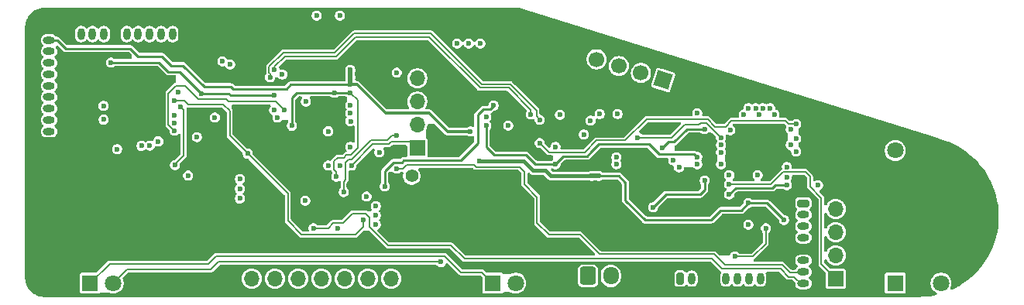
<source format=gbr>
%TF.GenerationSoftware,KiCad,Pcbnew,9.0.1+1*%
%TF.CreationDate,2025-05-26T16:30:19+08:00*%
%TF.ProjectId,audio_lab,61756469-6f5f-46c6-9162-2e6b69636164,rev?*%
%TF.SameCoordinates,Original*%
%TF.FileFunction,Copper,L2,Inr*%
%TF.FilePolarity,Positive*%
%FSLAX46Y46*%
G04 Gerber Fmt 4.6, Leading zero omitted, Abs format (unit mm)*
G04 Created by KiCad (PCBNEW 9.0.1+1) date 2025-05-26 16:30:19*
%MOMM*%
%LPD*%
G01*
G04 APERTURE LIST*
G04 Aperture macros list*
%AMRoundRect*
0 Rectangle with rounded corners*
0 $1 Rounding radius*
0 $2 $3 $4 $5 $6 $7 $8 $9 X,Y pos of 4 corners*
0 Add a 4 corners polygon primitive as box body*
4,1,4,$2,$3,$4,$5,$6,$7,$8,$9,$2,$3,0*
0 Add four circle primitives for the rounded corners*
1,1,$1+$1,$2,$3*
1,1,$1+$1,$4,$5*
1,1,$1+$1,$6,$7*
1,1,$1+$1,$8,$9*
0 Add four rect primitives between the rounded corners*
20,1,$1+$1,$2,$3,$4,$5,0*
20,1,$1+$1,$4,$5,$6,$7,0*
20,1,$1+$1,$6,$7,$8,$9,0*
20,1,$1+$1,$8,$9,$2,$3,0*%
%AMHorizOval*
0 Thick line with rounded ends*
0 $1 width*
0 $2 $3 position (X,Y) of the first rounded end (center of the circle)*
0 $4 $5 position (X,Y) of the second rounded end (center of the circle)*
0 Add line between two ends*
20,1,$1,$2,$3,$4,$5,0*
0 Add two circle primitives to create the rounded ends*
1,1,$1,$2,$3*
1,1,$1,$4,$5*%
%AMRotRect*
0 Rectangle, with rotation*
0 The origin of the aperture is its center*
0 $1 length*
0 $2 width*
0 $3 Rotation angle, in degrees counterclockwise*
0 Add horizontal line*
21,1,$1,$2,0,0,$3*%
G04 Aperture macros list end*
%TA.AperFunction,HeatsinkPad*%
%ADD10C,0.500000*%
%TD*%
%TA.AperFunction,ComponentPad*%
%ADD11R,1.800000X1.800000*%
%TD*%
%TA.AperFunction,ComponentPad*%
%ADD12C,1.800000*%
%TD*%
%TA.AperFunction,ComponentPad*%
%ADD13O,2.800000X2.100000*%
%TD*%
%TA.AperFunction,ComponentPad*%
%ADD14C,1.400000*%
%TD*%
%TA.AperFunction,ComponentPad*%
%ADD15O,2.800000X3.600000*%
%TD*%
%TA.AperFunction,ComponentPad*%
%ADD16R,1.700000X1.700000*%
%TD*%
%TA.AperFunction,ComponentPad*%
%ADD17O,1.700000X1.700000*%
%TD*%
%TA.AperFunction,ComponentPad*%
%ADD18RotRect,1.700000X1.700000X72.699000*%
%TD*%
%TA.AperFunction,ComponentPad*%
%ADD19HorizOval,1.700000X0.000000X0.000000X0.000000X0.000000X0*%
%TD*%
%TA.AperFunction,ComponentPad*%
%ADD20RoundRect,0.200000X0.200000X0.450000X-0.200000X0.450000X-0.200000X-0.450000X0.200000X-0.450000X0*%
%TD*%
%TA.AperFunction,ComponentPad*%
%ADD21O,0.800000X1.300000*%
%TD*%
%TA.AperFunction,ComponentPad*%
%ADD22RoundRect,0.200000X-0.450000X0.200000X-0.450000X-0.200000X0.450000X-0.200000X0.450000X0.200000X0*%
%TD*%
%TA.AperFunction,ComponentPad*%
%ADD23O,1.300000X0.800000*%
%TD*%
%TA.AperFunction,ComponentPad*%
%ADD24RoundRect,0.250000X-0.600000X-0.725000X0.600000X-0.725000X0.600000X0.725000X-0.600000X0.725000X0*%
%TD*%
%TA.AperFunction,ComponentPad*%
%ADD25O,1.700000X1.950000*%
%TD*%
%TA.AperFunction,ComponentPad*%
%ADD26RoundRect,0.200000X-0.200000X-0.450000X0.200000X-0.450000X0.200000X0.450000X-0.200000X0.450000X0*%
%TD*%
%TA.AperFunction,ViaPad*%
%ADD27C,0.600000*%
%TD*%
%TA.AperFunction,Conductor*%
%ADD28C,0.254000*%
%TD*%
%TA.AperFunction,Conductor*%
%ADD29C,0.381000*%
%TD*%
%TA.AperFunction,Conductor*%
%ADD30C,0.508000*%
%TD*%
%TA.AperFunction,Conductor*%
%ADD31C,0.127000*%
%TD*%
%TA.AperFunction,Conductor*%
%ADD32C,0.152400*%
%TD*%
%TA.AperFunction,Conductor*%
%ADD33C,0.304800*%
%TD*%
G04 APERTURE END LIST*
D10*
%TO.N,GND*%
%TO.C,U1*%
X143750000Y-96587500D03*
X143750000Y-95587500D03*
X143750000Y-94587500D03*
X142750000Y-96587500D03*
X142750000Y-95587500D03*
X142750000Y-94587500D03*
X141750000Y-96587500D03*
X141750000Y-95587500D03*
X141750000Y-94587500D03*
%TD*%
D11*
%TO.N,+VPM*%
%TO.C,RV1*%
X82000000Y-107500000D03*
D12*
%TO.N,/MCU/VOL_IN*%
X84500000Y-107500000D03*
%TO.N,GND*%
X87000000Y-107500000D03*
D13*
X79700000Y-100000000D03*
X89300000Y-100000000D03*
%TD*%
D14*
%TO.N,/FPGA/D8_RECONFIG*%
%TO.C,CONFIG*%
X117150000Y-95787500D03*
%TO.N,GND*%
X119150000Y-95787500D03*
%TD*%
D11*
%TO.N,+VPM*%
%TO.C,RV2*%
X126000000Y-107500000D03*
D12*
%TO.N,/MCU/TUNE_IN*%
X128500000Y-107500000D03*
%TO.N,GND*%
X131000000Y-107500000D03*
D13*
X123700000Y-100000000D03*
X133300000Y-100000000D03*
%TD*%
D10*
%TO.N,GND*%
%TO.C,U6*%
X88000000Y-89612500D03*
X88000000Y-87612500D03*
X86000000Y-89612500D03*
X86000000Y-87612500D03*
%TD*%
D11*
%TO.N,/MCU/SEL_A*%
%TO.C,SW1*%
X170000000Y-107500000D03*
D12*
%TO.N,/MCU/SEL_B*%
X175000000Y-107500000D03*
%TO.N,GND*%
X172500000Y-107500000D03*
D15*
X167100000Y-100000000D03*
X177900000Y-100000000D03*
D12*
%TO.N,/MCU/SEL_S*%
X170000000Y-93000000D03*
%TO.N,GND*%
X175000000Y-93000000D03*
%TD*%
D16*
%TO.N,/FPGA/BLE_DBG*%
%TO.C,J13*%
X117750000Y-92722500D03*
D17*
%TO.N,/FPGA/BLE_SWDIO*%
X117750000Y-90182500D03*
%TO.N,/FPGA/BLE_SWCLK*%
X117750000Y-87642500D03*
%TO.N,+3.3V*%
X117750000Y-85102500D03*
%TO.N,GND*%
X117750000Y-82562500D03*
%TD*%
D18*
%TO.N,Net-(J5-Pin_1)*%
%TO.C,J5*%
X144625396Y-85276873D03*
D19*
%TO.N,Net-(J5-Pin_2)*%
X142200317Y-84521498D03*
%TO.N,/MCU/MODE_IN*%
X139775238Y-83766124D03*
%TO.N,Net-(J5-Pin_4)*%
X137350158Y-83010749D03*
%TO.N,GND*%
X134925079Y-82255375D03*
X132500000Y-81500000D03*
%TD*%
D20*
%TO.N,GND*%
%TO.C,J12*%
X92250000Y-80250000D03*
D21*
%TO.N,Net-(J12-Pin_2)*%
X91000000Y-80250000D03*
%TO.N,/AUX/SD_CMD*%
X89750000Y-80250000D03*
%TO.N,Net-(J12-Pin_4)*%
X88500000Y-80250000D03*
%TO.N,/AUX/DAC_INR*%
X87250000Y-80250000D03*
%TO.N,/AUX/DAC_INL*%
X86000000Y-80250000D03*
%TO.N,GND*%
X84750000Y-80250000D03*
%TO.N,/AUX/SD_DAT0*%
X83500000Y-80250000D03*
%TO.N,/AUX/SD_DAT3*%
X82250000Y-80250000D03*
%TO.N,/AUX/SD_CD*%
X81000000Y-80250000D03*
%TD*%
D16*
%TO.N,GND*%
%TO.C,J6*%
X97125000Y-107000000D03*
D17*
%TO.N,+3.3V*%
X99665000Y-107000000D03*
%TO.N,/FPGA/FPGA_UART_RX*%
X102205000Y-107000000D03*
%TO.N,/FPGA/FPGA_UART_TX*%
X104745000Y-107000000D03*
%TO.N,/FPGA/B1_JTAG_TMS*%
X107285000Y-107000000D03*
%TO.N,/FPGA/A3_JTAG_TDI*%
X109825000Y-107000000D03*
%TO.N,/FPGA/A2_JTAG_TDO*%
X112365000Y-107000000D03*
%TO.N,/FPGA/C1_JTAG_TCK*%
X114905000Y-107000000D03*
%TD*%
D16*
%TO.N,/MCU/MCU_DBG*%
%TO.C,J4*%
X163500000Y-107000000D03*
D17*
%TO.N,/MCU/MCU_SWDIO*%
X163500000Y-104460000D03*
%TO.N,/MCU/MCU_SWCLK*%
X163500000Y-101920000D03*
%TO.N,+VALW*%
X163500000Y-99380000D03*
%TO.N,GND*%
X163500000Y-96840000D03*
%TD*%
D22*
%TO.N,/MCU/TFT_SPI_MOSI*%
%TO.C,J3*%
X159955000Y-98762500D03*
D23*
%TO.N,/MCU/TFT_SPI_SCK*%
X159955000Y-100012500D03*
%TO.N,/MCU/TFT_SPI_DC*%
X159955000Y-101262500D03*
%TO.N,/MCU/TFT_SPI_CS*%
X159955000Y-102512500D03*
%TO.N,GND*%
X159955000Y-103762500D03*
%TO.N,+VALW*%
X159955000Y-105012500D03*
%TO.N,/FPGA/AUD_PDM_DAT*%
X159955000Y-106262500D03*
%TO.N,Net-(J3-Pin_8)*%
X159955000Y-107512500D03*
%TD*%
D24*
%TO.N,Net-(J2-Pin_1)*%
%TO.C,J2*%
X136400000Y-106712500D03*
D25*
%TO.N,Net-(J2-Pin_2)*%
X138900000Y-106712500D03*
%TO.N,GND*%
X141400000Y-106712500D03*
%TD*%
D26*
%TO.N,Net-(J1-Pin_1)*%
%TO.C,J1*%
X146500000Y-107000000D03*
D21*
X147750000Y-107000000D03*
%TO.N,GND*%
X149000000Y-107000000D03*
X150250000Y-107000000D03*
%TO.N,/BATT/BATT_PD_CC2*%
X151500000Y-107000000D03*
%TO.N,/BATT/BATT_PD_CC1*%
X152750000Y-107000000D03*
%TO.N,/BATT/BATT_USB_D+*%
X154000000Y-107000000D03*
%TO.N,/BATT/BATT_USB_D-*%
X155250000Y-107000000D03*
%TD*%
D22*
%TO.N,GND*%
%TO.C,J11*%
X77500000Y-79650000D03*
D23*
%TO.N,+VSYS*%
X77500000Y-80900000D03*
%TO.N,+VALW*%
X77500000Y-82150000D03*
%TO.N,/AUX/MCU_STATUS*%
X77500000Y-83400000D03*
%TO.N,Net-(J11-Pin_5)*%
X77500000Y-84650000D03*
%TO.N,/AUX/PDM_OUT_N*%
X77500000Y-85900000D03*
%TO.N,/AUX/PDM_OUT_P*%
X77500000Y-87150000D03*
%TO.N,/AUX/DAC_HP_R*%
X77500000Y-88400000D03*
%TO.N,/AUX/DAC_HP_L*%
X77500000Y-89650000D03*
%TO.N,Net-(J11-Pin_10)*%
X77500000Y-90900000D03*
%TD*%
D27*
%TO.N,GND*%
X161550000Y-94787500D03*
X143450000Y-90787500D03*
X126800000Y-92587500D03*
X145450000Y-90337500D03*
X119550000Y-87762500D03*
X135950000Y-90362500D03*
X123800000Y-107437500D03*
X91350000Y-82237500D03*
X143550000Y-102087500D03*
X161150000Y-100612500D03*
X163550000Y-89287500D03*
X115490000Y-96937500D03*
X89300000Y-85137500D03*
X104500000Y-103687500D03*
X106950000Y-103037500D03*
X89450000Y-95212500D03*
X128850000Y-78587500D03*
X119350000Y-81887500D03*
X140750000Y-88237500D03*
X144850000Y-107437500D03*
X153950000Y-86287500D03*
X135000000Y-103437500D03*
X83950000Y-92237500D03*
X120500000Y-107437500D03*
X161550000Y-90687500D03*
X115500000Y-92762500D03*
X115500000Y-87762500D03*
X84950000Y-95212500D03*
X158550000Y-87687500D03*
X95900000Y-100337500D03*
X161300000Y-107437500D03*
X158950000Y-96287500D03*
X104750000Y-88537500D03*
X108000000Y-92587500D03*
X123550000Y-91987500D03*
X99200000Y-94587500D03*
X131150000Y-87687500D03*
X107500000Y-95837500D03*
X146450000Y-99187500D03*
X105470000Y-78237500D03*
X103000000Y-85587500D03*
X149970000Y-95717500D03*
X120975000Y-98037500D03*
X111050000Y-81987500D03*
X108700000Y-88137500D03*
X153950000Y-97787500D03*
X107950000Y-81487500D03*
X139500000Y-96987500D03*
X144850000Y-103237500D03*
X79950000Y-88287500D03*
X129500000Y-103787500D03*
X77500000Y-94687500D03*
X120850000Y-78587500D03*
X110100000Y-103687500D03*
X135850000Y-94487500D03*
X80800000Y-78587500D03*
X166750000Y-92237500D03*
X150850000Y-98737500D03*
X124580000Y-83837500D03*
X108700000Y-90187500D03*
X91650000Y-86637500D03*
X99250000Y-99212500D03*
X90100000Y-91337500D03*
X88450000Y-78587500D03*
X139850000Y-81887500D03*
X149100000Y-92437500D03*
X138050000Y-92987500D03*
X116050000Y-102037500D03*
X157150000Y-107437500D03*
X79950000Y-82937500D03*
X85850000Y-82587500D03*
X153950000Y-101987500D03*
X101650000Y-94637500D03*
X106100000Y-92587500D03*
X145450000Y-99187500D03*
X96500000Y-96137500D03*
X149950000Y-85037500D03*
X86750000Y-85137500D03*
X125950000Y-81287500D03*
X110450000Y-90887500D03*
X156800000Y-90437500D03*
X109037500Y-100287500D03*
X107950000Y-84987500D03*
X96450000Y-78587500D03*
X101550000Y-103687500D03*
X146900000Y-84087500D03*
X123550000Y-89337500D03*
X113396978Y-78612500D03*
X116950000Y-105937500D03*
X93700000Y-93687500D03*
X157150000Y-102537500D03*
X94137500Y-84187500D03*
X101150000Y-83187500D03*
X150950000Y-89737500D03*
X104250000Y-96687500D03*
X139500000Y-97837500D03*
X128650000Y-95987500D03*
X171850000Y-103187500D03*
X115500000Y-83187500D03*
X84450000Y-85687500D03*
X111200000Y-78237500D03*
X86350000Y-92837500D03*
X119550000Y-92762500D03*
X154750000Y-103037500D03*
X136600000Y-87437500D03*
X102500000Y-99237500D03*
X128650000Y-88787500D03*
X102150000Y-81337500D03*
X142500000Y-102087500D03*
X105950000Y-100287500D03*
X116050000Y-99107500D03*
X119500000Y-102037500D03*
X169150000Y-103187500D03*
X155550000Y-92887500D03*
X139500000Y-98687500D03*
X97300000Y-81687500D03*
X165800000Y-107437500D03*
X158150000Y-97987500D03*
X129500000Y-101687500D03*
X96450000Y-84187500D03*
X102450000Y-91287500D03*
X79950000Y-86087500D03*
X150950000Y-103787500D03*
X96500000Y-91487500D03*
X111850000Y-102537500D03*
X96500000Y-88887500D03*
X155550000Y-91775900D03*
X138650000Y-89037500D03*
X140750000Y-93487500D03*
%TO.N,+VBAT*%
X153950050Y-101087500D03*
X161550000Y-96787500D03*
X124575000Y-94162500D03*
X157850000Y-100587500D03*
X136800000Y-95787500D03*
X137600000Y-95787500D03*
X153950050Y-98737550D03*
%TO.N,Net-(J2-Pin_1)*%
X139500000Y-93737500D03*
X139500000Y-94487500D03*
%TO.N,+VREGN*%
X149150000Y-96287500D03*
X139650000Y-89009110D03*
X143550000Y-99187500D03*
%TO.N,/BATT/MCU_VBUS_SNS*%
X158150000Y-96787500D03*
X151850000Y-97787500D03*
%TO.N,+VALW*%
X149150000Y-90667500D03*
X91850000Y-88187500D03*
X102100000Y-86987500D03*
X84250000Y-83367500D03*
X94150000Y-86737500D03*
X152450820Y-104586680D03*
X155850050Y-101495380D03*
X95630000Y-89387500D03*
X144550000Y-92737500D03*
X125300000Y-89337500D03*
X91250000Y-94597500D03*
X132850000Y-92587500D03*
%TO.N,+VSYS*%
X110444542Y-84193620D03*
X110444542Y-85793620D03*
X110444542Y-84993620D03*
X123550000Y-90912500D03*
%TO.N,+VAUD*%
X87599870Y-92487500D03*
X93675000Y-91537500D03*
%TO.N,+AVAUD*%
X92712500Y-95737500D03*
X83442830Y-88103330D03*
%TO.N,Net-(U6-PVSS)*%
X84950000Y-92837500D03*
X83451620Y-89613260D03*
%TO.N,/MCU/VOL_IN*%
X120350000Y-105187500D03*
X150950000Y-93187500D03*
%TO.N,/MCU/SEL_A*%
X159150000Y-93087500D03*
%TO.N,/MCU/SEL_S*%
X159150000Y-91687500D03*
%TO.N,/MCU/SEL_B*%
X158550000Y-92387500D03*
%TO.N,/MCU/TUNE_IN*%
X150950000Y-94487500D03*
X137700000Y-89009110D03*
%TO.N,Net-(U11-VDD)*%
X113237500Y-101087500D03*
X105500000Y-98487500D03*
%TO.N,/BATT/BATT_USB_D-*%
X154742500Y-88357500D03*
%TO.N,/BATT/BATT_PD_CC1*%
X153450000Y-89039000D03*
%TO.N,/BATT/BATT_USB_D+*%
X153955100Y-88357500D03*
%TO.N,/BATT/BATT_PD_CC2*%
X151950000Y-90760900D03*
%TO.N,/MCU/TFT_SPI_DC*%
X154950000Y-95687500D03*
%TO.N,/MCU/MCU_DBG*%
X151850000Y-96687500D03*
%TO.N,/MCU/MCU_SWDIO*%
X155123500Y-89039000D03*
%TO.N,/MCU/MCU_SWCLK*%
X155529900Y-88357500D03*
%TO.N,/MCU/MODE_IN*%
X151850000Y-95687500D03*
X148350000Y-88897500D03*
%TO.N,/FPGA/C1_JTAG_TCK*%
X112200000Y-98037500D03*
X113600000Y-93187500D03*
%TO.N,/FPGA/B1_JTAG_TMS*%
X109700000Y-97537500D03*
X115500000Y-91362500D03*
%TO.N,/FPGA/DAC_DATA*%
X102100000Y-88591022D03*
X91200000Y-89112500D03*
%TO.N,/FPGA/AUD_PDM_DAT*%
X115490000Y-94987500D03*
%TO.N,/FPGA/E8_READY*%
X98350000Y-98247500D03*
%TO.N,/FPGA/D7_DONE*%
X98350000Y-97187500D03*
%TO.N,/FPGA/DAC_LRCLK*%
X103200000Y-88587500D03*
X91200000Y-90837500D03*
%TO.N,/FPGA/MCU_I2C_SCL*%
X113237500Y-100087500D03*
X101650000Y-84987500D03*
X131150000Y-89637500D03*
%TO.N,/FPGA/MCU_I2C_SDA*%
X113237500Y-99087500D03*
X130150000Y-89037500D03*
X102150000Y-84187500D03*
%TO.N,/FPGA/DAC_SCLK*%
X102450000Y-89387500D03*
X91200000Y-89987500D03*
%TO.N,/FPGA/AUD_PDM_CLK*%
X109012500Y-101487500D03*
%TO.N,/FPGA/BLE_I2S_DO*%
X109280000Y-94637500D03*
%TO.N,/FPGA/FPGA_REFCLK*%
X110450000Y-92587500D03*
%TO.N,/FPGA/BLE_I2S_LRCLK*%
X108010000Y-94637500D03*
%TO.N,/FPGA/BLE_I2S_BCLK*%
X108000000Y-90887500D03*
%TO.N,/FPGA/BLE_I2S_DI*%
X105570000Y-87657500D03*
%TO.N,/AUX/MCU_STATUS*%
X158550000Y-90687500D03*
%TO.N,/BATT/BATT_I2C_INT*%
X150950000Y-91587500D03*
X141850000Y-91565890D03*
%TO.N,/MCU/MCU_I2C_SDA*%
X135950000Y-91237500D03*
X145750000Y-94087500D03*
X89450000Y-91987500D03*
X156799900Y-89037500D03*
%TO.N,/MCU/MCU_I2C_SCL*%
X146350000Y-94837500D03*
X88514900Y-92463440D03*
X156317300Y-88357500D03*
X136694000Y-89737500D03*
%TO.N,/FPGA/DAC_MCLK*%
X91225130Y-87512370D03*
X99200000Y-93337500D03*
X111837500Y-100587500D03*
%TO.N,Net-(J11-Pin_5)*%
X148360000Y-94487500D03*
%TO.N,/FPGA/SW_P1*%
X123380000Y-81287500D03*
%TO.N,/FPGA/BLE_DBG*%
X110550000Y-94637500D03*
%TO.N,/FPGA/BLE_UART_TX*%
X110450000Y-88927500D03*
X158150000Y-95887500D03*
%TO.N,/FPGA/BLE_UART_RX*%
X110450000Y-88087500D03*
X158150000Y-94787500D03*
%TO.N,+3.3V*%
X110450000Y-86687500D03*
X108900000Y-95837500D03*
X104050000Y-90287500D03*
X109280000Y-78237500D03*
X108700000Y-86687500D03*
X106740000Y-78237500D03*
X133350000Y-89087500D03*
X98350000Y-96127500D03*
X126100000Y-88087500D03*
X96450000Y-83237500D03*
X114190000Y-96912500D03*
%TO.N,/FPGA/SW_P2*%
X122110000Y-81287500D03*
%TO.N,/FPGA/SW_P0*%
X115500000Y-84482500D03*
X124650000Y-81287500D03*
%TO.N,/FPGA/FPGA_OTA*%
X110454020Y-89787500D03*
%TO.N,+VPM*%
X148360000Y-93687500D03*
X132850000Y-94492500D03*
X125300000Y-90271500D03*
%TO.N,/BATT/PM_VEN*%
X159150000Y-90087500D03*
X131150000Y-92187500D03*
%TO.N,/AUX/SD_PWRON*%
X103000000Y-84687500D03*
X97300000Y-83587500D03*
%TO.N,/BATT/SYS_VEN*%
X150950000Y-92387500D03*
X127700000Y-90271500D03*
%TO.N,Net-(J3-Pin_8)*%
X106400000Y-101487500D03*
%TD*%
D28*
%TO.N,+VBAT*%
X140500000Y-98437500D02*
X142650000Y-100587500D01*
X142650000Y-100587500D02*
X149850000Y-100587500D01*
X139800000Y-95787500D02*
X140500000Y-96487500D01*
D29*
X132350000Y-95787500D02*
X136800000Y-95787500D01*
D28*
X153150100Y-99537500D02*
X153950050Y-98737550D01*
X149850000Y-100587500D02*
X150900000Y-99537500D01*
X156000000Y-98737500D02*
X153950100Y-98737500D01*
D29*
X130400000Y-95187500D02*
X131750000Y-95187500D01*
D28*
X156000000Y-98737500D02*
X157850000Y-100587500D01*
D29*
X129375000Y-94162500D02*
X130400000Y-95187500D01*
X131750000Y-95187500D02*
X132350000Y-95787500D01*
D30*
X137600000Y-95787500D02*
X136800000Y-95787500D01*
D28*
X140500000Y-96487500D02*
X140500000Y-98437500D01*
X136800000Y-95787500D02*
X139800000Y-95787500D01*
X150900000Y-99537500D02*
X153150100Y-99537500D01*
D29*
X124575000Y-94162500D02*
X129375000Y-94162500D01*
D28*
X153950100Y-98737500D02*
X153950050Y-98737550D01*
%TO.N,+VREGN*%
X149150000Y-97287500D02*
X148650000Y-97787500D01*
X144950000Y-97787500D02*
X143550000Y-99187500D01*
X148650000Y-97787500D02*
X144950000Y-97787500D01*
X149150000Y-96287500D02*
X149150000Y-97287500D01*
%TO.N,/BATT/MCU_VBUS_SNS*%
X152550000Y-97087500D02*
X151850000Y-97787500D01*
X158150000Y-96787500D02*
X156875000Y-96787500D01*
X156875000Y-96787500D02*
X156575000Y-97087500D01*
X156575000Y-97087500D02*
X152550000Y-97087500D01*
%TO.N,+VALW*%
X94150000Y-86737500D02*
X97080000Y-86737500D01*
X84250000Y-83367500D02*
X89530000Y-83367500D01*
X91800000Y-84387500D02*
X94150000Y-86737500D01*
X145825000Y-92062500D02*
X145225000Y-92062500D01*
D31*
X154450870Y-104586680D02*
X155850050Y-103187500D01*
D28*
X90550000Y-84387500D02*
X91800000Y-84387500D01*
D31*
X152450820Y-104586680D02*
X154450870Y-104586680D01*
D28*
X145825000Y-92062500D02*
X147220000Y-90667500D01*
X145225000Y-92062500D02*
X144550000Y-92737500D01*
D31*
X155850050Y-103187500D02*
X155850050Y-101495380D01*
D28*
X97080000Y-86737500D02*
X97330000Y-86987500D01*
D32*
X91250000Y-94487500D02*
X92200000Y-93537500D01*
D28*
X89530000Y-83367500D02*
X90550000Y-84387500D01*
D32*
X92200000Y-93537500D02*
X92200000Y-88537500D01*
X92200000Y-88537500D02*
X91850000Y-88187500D01*
D28*
X147220000Y-90667500D02*
X149150000Y-90667500D01*
X97330000Y-86987500D02*
X102100000Y-86987500D01*
%TO.N,+VSYS*%
X94450000Y-85987500D02*
X97350000Y-85987500D01*
X90850000Y-83687500D02*
X92150000Y-83687500D01*
X77500000Y-80920000D02*
X78382500Y-80920000D01*
X79300000Y-81837500D02*
X86400000Y-81837500D01*
X78382500Y-80920000D02*
X79300000Y-81837500D01*
X103425000Y-86287500D02*
X103918880Y-85793620D01*
X87250000Y-82687500D02*
X89850000Y-82687500D01*
X89850000Y-82687500D02*
X90850000Y-83687500D01*
D33*
X110444542Y-85793620D02*
X111156120Y-85793620D01*
D28*
X103918880Y-85793620D02*
X110444542Y-85793620D01*
X92150000Y-83687500D02*
X94450000Y-85987500D01*
D33*
X114275000Y-88912500D02*
X119050000Y-88912500D01*
X111156120Y-85793620D02*
X114275000Y-88912500D01*
X119050000Y-88912500D02*
X121050000Y-90912500D01*
D28*
X86400000Y-81837500D02*
X87250000Y-82687500D01*
X97350000Y-85987500D02*
X97650000Y-86287500D01*
X97650000Y-86287500D02*
X103425000Y-86287500D01*
D33*
X121050000Y-90912500D02*
X123550000Y-90912500D01*
D30*
X110444542Y-85793620D02*
X110444542Y-84193620D01*
D32*
%TO.N,/MCU/VOL_IN*%
X86012500Y-105987500D02*
X84500000Y-107500000D01*
X95200000Y-105987500D02*
X86012500Y-105987500D01*
X96000000Y-105187500D02*
X95200000Y-105987500D01*
X120350000Y-105187500D02*
X96000000Y-105187500D01*
%TO.N,/BATT/BATT_PD_CC1*%
X153450000Y-89087500D02*
X153550000Y-89187500D01*
X153450000Y-89039000D02*
X153450000Y-89087500D01*
D31*
%TO.N,/MCU/MCU_DBG*%
X160200000Y-95337500D02*
X160700000Y-95837500D01*
X156400000Y-96687500D02*
X157750000Y-95337500D01*
X161925000Y-105425000D02*
X163500000Y-107000000D01*
X161925000Y-98172612D02*
X161925000Y-105425000D01*
X160700000Y-96947612D02*
X161925000Y-98172612D01*
X157750000Y-95337500D02*
X160200000Y-95337500D01*
X151850000Y-96687500D02*
X156400000Y-96687500D01*
X160700000Y-95837500D02*
X160700000Y-96947612D01*
D32*
%TO.N,/FPGA/B1_JTAG_TMS*%
X109925000Y-94337500D02*
X109925000Y-96162500D01*
X110600000Y-93987500D02*
X110275000Y-93987500D01*
X112700000Y-91887500D02*
X110600000Y-93987500D01*
X110275000Y-93987500D02*
X109925000Y-94337500D01*
X114450000Y-91887500D02*
X112700000Y-91887500D01*
X115550000Y-91387500D02*
X114950000Y-91387500D01*
X114950000Y-91387500D02*
X114450000Y-91887500D01*
X109700000Y-96387500D02*
X109700000Y-97537500D01*
X109925000Y-96162500D02*
X109700000Y-96387500D01*
%TO.N,/FPGA/AUD_PDM_DAT*%
X129450000Y-96687500D02*
X130850000Y-98087500D01*
X132150000Y-102187500D02*
X135550000Y-102187500D01*
X130850000Y-98087500D02*
X130850000Y-100887500D01*
X124195022Y-94787500D02*
X128950000Y-94787500D01*
X116175000Y-94987500D02*
X116575000Y-94587500D01*
X151350000Y-105487500D02*
X157650000Y-105487500D01*
X115490000Y-94987500D02*
X116175000Y-94987500D01*
X158530000Y-106367500D02*
X159750000Y-106367500D01*
X128950000Y-94787500D02*
X129450000Y-95287500D01*
X157650000Y-105487500D02*
X158530000Y-106367500D01*
X116575000Y-94587500D02*
X123995022Y-94587500D01*
X123995022Y-94587500D02*
X124195022Y-94787500D01*
X150200000Y-104337500D02*
X151350000Y-105487500D01*
X130850000Y-100887500D02*
X132150000Y-102187500D01*
X129450000Y-95287500D02*
X129450000Y-96687500D01*
X135550000Y-102187500D02*
X137700000Y-104337500D01*
X137700000Y-104337500D02*
X150200000Y-104337500D01*
%TO.N,/FPGA/DAC_LRCLK*%
X91350000Y-85937500D02*
X90550000Y-86737500D01*
X93850000Y-87387500D02*
X92400000Y-85937500D01*
X97100000Y-87637500D02*
X96850000Y-87387500D01*
X103200000Y-88587500D02*
X102250000Y-87637500D01*
X92400000Y-85937500D02*
X91350000Y-85937500D01*
X102250000Y-87637500D02*
X97100000Y-87637500D01*
X96850000Y-87387500D02*
X93850000Y-87387500D01*
X90550000Y-86737500D02*
X90550000Y-90187500D01*
X90550000Y-90187500D02*
X91200000Y-90837500D01*
%TO.N,/FPGA/MCU_I2C_SCL*%
X101550000Y-84487500D02*
X101550000Y-83837500D01*
X103100000Y-82287500D02*
X108750000Y-82287500D01*
X130775000Y-89262500D02*
X131150000Y-89637500D01*
X130775000Y-88612500D02*
X130775000Y-89262500D01*
X127900000Y-85737500D02*
X130775000Y-88612500D01*
X101550000Y-83837500D02*
X103100000Y-82287500D01*
X101650000Y-84587500D02*
X101550000Y-84487500D01*
X108750000Y-82287500D02*
X110850000Y-80187500D01*
X110850000Y-80187500D02*
X119250000Y-80187500D01*
X119250000Y-80187500D02*
X124800000Y-85737500D01*
X101650000Y-84987500D02*
X101650000Y-84587500D01*
X124800000Y-85737500D02*
X127900000Y-85737500D01*
%TO.N,/FPGA/MCU_I2C_SDA*%
X111025000Y-80587500D02*
X119050000Y-80587500D01*
X127750000Y-86137500D02*
X130150000Y-88537500D01*
X103300000Y-82687500D02*
X108925000Y-82687500D01*
X102150000Y-84187500D02*
X102150000Y-83837500D01*
X119050000Y-80587500D02*
X124600000Y-86137500D01*
X102150000Y-83837500D02*
X103300000Y-82687500D01*
X130150000Y-88537500D02*
X130150000Y-89037500D01*
X108925000Y-82687500D02*
X111025000Y-80587500D01*
X124600000Y-86137500D02*
X127750000Y-86137500D01*
%TO.N,/BATT/BATT_I2C_INT*%
X141850000Y-91565890D02*
X145571610Y-91565890D01*
X149350000Y-89987500D02*
X150950000Y-91587500D01*
X145571610Y-91565890D02*
X146950000Y-90187500D01*
X148750000Y-89987500D02*
X149350000Y-89987500D01*
X148550000Y-90187500D02*
X148750000Y-89987500D01*
X146950000Y-90187500D02*
X148550000Y-90187500D01*
%TO.N,/FPGA/DAC_MCLK*%
X103600000Y-100687500D02*
X105100000Y-102187500D01*
X92274870Y-87512370D02*
X91225130Y-87512370D01*
X103600000Y-97737500D02*
X103600000Y-100687500D01*
X105100000Y-102187500D02*
X110987500Y-102187500D01*
X97250000Y-91387500D02*
X97250000Y-88667405D01*
X99200000Y-93337500D02*
X103600000Y-97737500D01*
X111837500Y-101337500D02*
X111837500Y-100587500D01*
X92700000Y-87937500D02*
X92274870Y-87512370D01*
X97250000Y-88667405D02*
X96520095Y-87937500D01*
X96520095Y-87937500D02*
X92700000Y-87937500D01*
X99200000Y-93337500D02*
X97250000Y-91387500D01*
X110987500Y-102187500D02*
X111837500Y-101337500D01*
%TO.N,/FPGA/BLE_DBG*%
X112875000Y-92312500D02*
X114650000Y-92312500D01*
X117090000Y-92062500D02*
X117750000Y-92722500D01*
X110550000Y-94637500D02*
X112875000Y-92312500D01*
D28*
X117750000Y-92722500D02*
X117225000Y-92197500D01*
D32*
X114900000Y-92062500D02*
X117090000Y-92062500D01*
X114650000Y-92312500D02*
X114900000Y-92062500D01*
D28*
%TO.N,+3.3V*%
X116050000Y-94287500D02*
X116250000Y-94087500D01*
D32*
X110450000Y-86687500D02*
X111250000Y-87487500D01*
D28*
X114190000Y-96912500D02*
X114190000Y-95247500D01*
X104600000Y-86687500D02*
X104050000Y-87237500D01*
X116250000Y-94087500D02*
X122500000Y-94087500D01*
X115150000Y-94287500D02*
X116050000Y-94287500D01*
D32*
X108650000Y-94162500D02*
X108650000Y-95037500D01*
X110000000Y-93487500D02*
X109725000Y-93762500D01*
X111250000Y-87487500D02*
X111250000Y-92712500D01*
D28*
X114190000Y-95247500D02*
X115150000Y-94287500D01*
X122500000Y-94087500D02*
X124350000Y-92237500D01*
X108700000Y-86687500D02*
X104600000Y-86687500D01*
X124950000Y-88487500D02*
X125750000Y-88487500D01*
D32*
X109050000Y-93762500D02*
X108650000Y-94162500D01*
D28*
X124350000Y-89087500D02*
X124950000Y-88487500D01*
D32*
X111250000Y-92712500D02*
X110475000Y-93487500D01*
D28*
X110450000Y-86687500D02*
X108700000Y-86687500D01*
D32*
X108900000Y-95287500D02*
X108900000Y-95837500D01*
X110475000Y-93487500D02*
X110000000Y-93487500D01*
D28*
X104050000Y-87237500D02*
X104050000Y-90287500D01*
D32*
X109725000Y-93762500D02*
X109050000Y-93762500D01*
D28*
X125750000Y-88487500D02*
X126100000Y-88137500D01*
X124350000Y-92237500D02*
X124350000Y-89087500D01*
D32*
X108650000Y-95037500D02*
X108900000Y-95287500D01*
D28*
%TO.N,+VPM*%
X135900000Y-93637500D02*
X136300000Y-93637500D01*
X143075000Y-92312500D02*
X144175000Y-93412500D01*
X125300000Y-92637500D02*
X125300000Y-90271500D01*
D32*
X122550000Y-106337500D02*
X124837500Y-106337500D01*
D28*
X133705000Y-93637500D02*
X132850000Y-94492500D01*
X148035000Y-93412500D02*
X148360000Y-93737500D01*
D32*
X103975000Y-104537500D02*
X99800000Y-104537500D01*
D28*
X136300000Y-93637500D02*
X136775000Y-93162500D01*
X126150000Y-93487500D02*
X125300000Y-92637500D01*
X135900000Y-93637500D02*
X133705000Y-93637500D01*
D32*
X103975000Y-104537500D02*
X120750000Y-104537500D01*
X94918750Y-105368750D02*
X95750000Y-104537500D01*
D28*
X130655000Y-94492500D02*
X129650000Y-93487500D01*
X137625000Y-92312500D02*
X143075000Y-92312500D01*
D32*
X120750000Y-104537500D02*
X122550000Y-106337500D01*
X84131250Y-105368750D02*
X94918750Y-105368750D01*
D28*
X136775000Y-93162500D02*
X137625000Y-92312500D01*
X129650000Y-93487500D02*
X126150000Y-93487500D01*
D32*
X99800000Y-104537500D02*
X95750000Y-104537500D01*
X84131250Y-105368750D02*
X82000000Y-107500000D01*
X124837500Y-106337500D02*
X126000000Y-107500000D01*
D28*
X132850000Y-94492500D02*
X130655000Y-94492500D01*
X144175000Y-93412500D02*
X148035000Y-93412500D01*
D31*
%TO.N,/BATT/PM_VEN*%
X150325000Y-90387500D02*
X151450000Y-90387500D01*
X140500000Y-91887500D02*
X142825000Y-89562500D01*
X152100000Y-89737500D02*
X158000000Y-89737500D01*
X158000000Y-89737500D02*
X158350000Y-90087500D01*
X158350000Y-90087500D02*
X159150000Y-90087500D01*
X131150000Y-92187500D02*
X132150000Y-93187500D01*
X142825000Y-89562500D02*
X149500000Y-89562500D01*
X149500000Y-89562500D02*
X150325000Y-90387500D01*
X132150000Y-93187500D02*
X136050000Y-93187500D01*
X136050000Y-93187500D02*
X137350000Y-91887500D01*
X151450000Y-90387500D02*
X152100000Y-89737500D01*
X137350000Y-91887500D02*
X140500000Y-91887500D01*
D32*
%TO.N,Net-(J3-Pin_8)*%
X107997500Y-101487500D02*
X108572500Y-100912500D01*
X108572500Y-100912500D02*
X109622500Y-100912500D01*
X151050000Y-105937500D02*
X157450000Y-105937500D01*
X112136250Y-99887500D02*
X112536250Y-100287500D01*
X110647500Y-99887500D02*
X112136250Y-99887500D01*
X122900000Y-104837500D02*
X149950000Y-104837500D01*
X158925000Y-106812500D02*
X159750000Y-107637500D01*
X112536250Y-100287500D02*
X112536250Y-101373750D01*
X114550000Y-103387500D02*
X121450000Y-103387500D01*
X157450000Y-105937500D02*
X158325000Y-106812500D01*
X121450000Y-103387500D02*
X122900000Y-104837500D01*
X107997500Y-101487500D02*
X106400000Y-101487500D01*
X112536250Y-101373750D02*
X114550000Y-103387500D01*
X109622500Y-100912500D02*
X110647500Y-99887500D01*
X149950000Y-104837500D02*
X151050000Y-105937500D01*
X158325000Y-106812500D02*
X158925000Y-106812500D01*
%TD*%
%TA.AperFunction,Conductor*%
%TO.N,GND*%
G36*
X105098759Y-87084962D02*
G01*
X105153297Y-87139500D01*
X105173259Y-87214000D01*
X105153297Y-87288500D01*
X105129621Y-87319354D01*
X105129491Y-87319485D01*
X105129489Y-87319487D01*
X105129488Y-87319488D01*
X105057016Y-87445012D01*
X105019500Y-87585023D01*
X105019500Y-87729976D01*
X105057016Y-87869987D01*
X105129488Y-87995511D01*
X105129489Y-87995512D01*
X105129491Y-87995515D01*
X105231985Y-88098009D01*
X105231987Y-88098010D01*
X105231988Y-88098011D01*
X105357512Y-88170483D01*
X105357514Y-88170483D01*
X105357515Y-88170484D01*
X105497525Y-88208000D01*
X105642475Y-88208000D01*
X105782485Y-88170484D01*
X105908015Y-88098009D01*
X106010509Y-87995515D01*
X106068701Y-87894724D01*
X106082983Y-87869987D01*
X106082984Y-87869985D01*
X106120500Y-87729975D01*
X106120500Y-87585025D01*
X106082984Y-87445015D01*
X106082983Y-87445014D01*
X106082983Y-87445012D01*
X106010511Y-87319488D01*
X106010510Y-87319487D01*
X106010509Y-87319485D01*
X106010380Y-87319356D01*
X106010291Y-87319202D01*
X106004568Y-87311744D01*
X106005550Y-87310990D01*
X105971818Y-87252564D01*
X105971818Y-87175436D01*
X106010382Y-87108641D01*
X106077177Y-87070077D01*
X106115741Y-87065000D01*
X108237259Y-87065000D01*
X108311759Y-87084962D01*
X108342613Y-87108637D01*
X108361985Y-87128009D01*
X108361987Y-87128010D01*
X108361988Y-87128011D01*
X108487512Y-87200483D01*
X108487514Y-87200483D01*
X108487515Y-87200484D01*
X108627525Y-87238000D01*
X108772475Y-87238000D01*
X108912485Y-87200484D01*
X108913350Y-87199985D01*
X108957742Y-87174355D01*
X109038015Y-87128009D01*
X109057384Y-87108639D01*
X109124177Y-87070077D01*
X109162741Y-87065000D01*
X109901000Y-87065000D01*
X109975500Y-87084962D01*
X110030038Y-87139500D01*
X110050000Y-87214000D01*
X110050000Y-87647258D01*
X110030038Y-87721758D01*
X110014973Y-87741392D01*
X110015432Y-87741744D01*
X110009488Y-87749488D01*
X109937016Y-87875012D01*
X109899500Y-88015023D01*
X109899500Y-88159976D01*
X109937016Y-88299987D01*
X110013812Y-88433000D01*
X110033774Y-88507500D01*
X110013812Y-88582000D01*
X109937016Y-88715012D01*
X109899500Y-88855023D01*
X109899500Y-88999976D01*
X109937016Y-89139987D01*
X110009490Y-89265514D01*
X110012479Y-89269409D01*
X110014358Y-89273946D01*
X110014374Y-89273973D01*
X110014370Y-89273974D01*
X110041998Y-89340665D01*
X110031933Y-89417134D01*
X110018202Y-89440916D01*
X110018394Y-89441027D01*
X109941036Y-89575012D01*
X109903520Y-89715023D01*
X109903520Y-89859976D01*
X109941036Y-89999987D01*
X110013508Y-90125511D01*
X110013509Y-90125512D01*
X110013511Y-90125515D01*
X110116005Y-90228009D01*
X110116007Y-90228010D01*
X110116008Y-90228011D01*
X110241532Y-90300483D01*
X110241534Y-90300483D01*
X110241535Y-90300484D01*
X110381545Y-90338000D01*
X110526495Y-90338000D01*
X110666505Y-90300484D01*
X110688130Y-90287999D01*
X110699799Y-90281262D01*
X110774299Y-90261299D01*
X110848799Y-90281261D01*
X110903337Y-90335798D01*
X110923300Y-90410298D01*
X110923300Y-91967021D01*
X110903338Y-92041521D01*
X110848800Y-92096059D01*
X110774300Y-92116021D01*
X110699801Y-92096059D01*
X110662489Y-92074517D01*
X110522475Y-92037000D01*
X110377525Y-92037000D01*
X110237512Y-92074516D01*
X110111988Y-92146988D01*
X110009488Y-92249488D01*
X109937016Y-92375012D01*
X109899500Y-92515023D01*
X109899500Y-92659976D01*
X109937016Y-92799987D01*
X110009490Y-92925514D01*
X110014534Y-92932087D01*
X110044053Y-93003343D01*
X110033988Y-93079812D01*
X109987038Y-93141003D01*
X109934894Y-93166719D01*
X109873902Y-93183062D01*
X109873896Y-93183064D01*
X109799401Y-93226075D01*
X109633318Y-93392159D01*
X109566523Y-93430723D01*
X109527959Y-93435800D01*
X109006989Y-93435800D01*
X108923897Y-93458064D01*
X108917060Y-93462012D01*
X108914307Y-93463602D01*
X108849401Y-93501074D01*
X108388576Y-93961901D01*
X108388572Y-93961906D01*
X108342179Y-94042259D01*
X108287640Y-94096795D01*
X108213140Y-94116756D01*
X108174579Y-94111679D01*
X108082478Y-94087000D01*
X108082475Y-94087000D01*
X107937525Y-94087000D01*
X107797512Y-94124516D01*
X107671988Y-94196988D01*
X107569488Y-94299488D01*
X107497016Y-94425012D01*
X107459500Y-94565023D01*
X107459500Y-94709976D01*
X107497016Y-94849987D01*
X107569488Y-94975511D01*
X107569489Y-94975512D01*
X107569491Y-94975515D01*
X107671985Y-95078009D01*
X107671987Y-95078010D01*
X107671988Y-95078011D01*
X107797512Y-95150483D01*
X107797514Y-95150483D01*
X107797515Y-95150484D01*
X107937525Y-95188000D01*
X108082475Y-95188000D01*
X108082480Y-95187999D01*
X108139683Y-95172671D01*
X108212080Y-95153271D01*
X108289206Y-95153271D01*
X108356002Y-95191834D01*
X108362910Y-95199228D01*
X108372435Y-95210143D01*
X108388575Y-95238098D01*
X108453368Y-95302891D01*
X108456698Y-95306707D01*
X108471514Y-95336940D01*
X108488355Y-95366109D01*
X108488355Y-95371303D01*
X108490640Y-95375966D01*
X108488355Y-95409559D01*
X108488355Y-95443237D01*
X108485697Y-95448625D01*
X108485406Y-95452916D01*
X108478544Y-95463129D01*
X108462641Y-95495379D01*
X108459492Y-95499482D01*
X108387016Y-95625012D01*
X108349500Y-95765023D01*
X108349500Y-95909976D01*
X108387016Y-96049987D01*
X108459488Y-96175511D01*
X108459489Y-96175512D01*
X108459491Y-96175515D01*
X108561985Y-96278009D01*
X108561987Y-96278010D01*
X108561988Y-96278011D01*
X108687512Y-96350483D01*
X108687514Y-96350483D01*
X108687515Y-96350484D01*
X108827525Y-96388000D01*
X108972475Y-96388000D01*
X109112485Y-96350484D01*
X109144052Y-96332259D01*
X109149799Y-96328941D01*
X109224299Y-96308978D01*
X109298799Y-96328940D01*
X109353337Y-96383477D01*
X109373300Y-96457977D01*
X109373300Y-97023958D01*
X109353338Y-97098458D01*
X109329660Y-97129316D01*
X109259488Y-97199488D01*
X109187016Y-97325012D01*
X109149500Y-97465023D01*
X109149500Y-97609976D01*
X109187016Y-97749987D01*
X109259488Y-97875511D01*
X109259489Y-97875512D01*
X109259491Y-97875515D01*
X109361985Y-97978009D01*
X109361987Y-97978010D01*
X109361988Y-97978011D01*
X109487512Y-98050483D01*
X109487514Y-98050483D01*
X109487515Y-98050484D01*
X109627525Y-98088000D01*
X109772475Y-98088000D01*
X109912485Y-98050484D01*
X110038015Y-97978009D01*
X110051001Y-97965023D01*
X111649500Y-97965023D01*
X111649500Y-98109976D01*
X111687016Y-98249987D01*
X111759488Y-98375511D01*
X111759489Y-98375512D01*
X111759491Y-98375515D01*
X111861985Y-98478009D01*
X111861987Y-98478010D01*
X111861988Y-98478011D01*
X111987512Y-98550483D01*
X111987514Y-98550483D01*
X111987515Y-98550484D01*
X112127525Y-98588000D01*
X112272475Y-98588000D01*
X112412485Y-98550484D01*
X112538015Y-98478009D01*
X112640509Y-98375515D01*
X112693033Y-98284541D01*
X112712983Y-98249987D01*
X112712984Y-98249985D01*
X112750500Y-98109975D01*
X112750500Y-97965025D01*
X112712984Y-97825015D01*
X112712983Y-97825014D01*
X112712983Y-97825012D01*
X112640511Y-97699488D01*
X112640510Y-97699487D01*
X112640509Y-97699485D01*
X112538015Y-97596991D01*
X112538012Y-97596989D01*
X112538011Y-97596988D01*
X112412487Y-97524516D01*
X112272475Y-97487000D01*
X112127525Y-97487000D01*
X111987512Y-97524516D01*
X111861988Y-97596988D01*
X111759488Y-97699488D01*
X111687016Y-97825012D01*
X111649500Y-97965023D01*
X110051001Y-97965023D01*
X110140509Y-97875515D01*
X110212984Y-97749985D01*
X110250500Y-97609975D01*
X110250500Y-97465025D01*
X110212984Y-97325015D01*
X110212983Y-97325014D01*
X110212983Y-97325012D01*
X110140511Y-97199488D01*
X110140510Y-97199487D01*
X110140509Y-97199485D01*
X110070340Y-97129316D01*
X110031777Y-97062521D01*
X110026700Y-97023958D01*
X110026700Y-96584541D01*
X110046662Y-96510041D01*
X110070341Y-96479182D01*
X110111723Y-96437800D01*
X110186425Y-96363098D01*
X110229436Y-96288602D01*
X110251700Y-96205511D01*
X110251700Y-96119489D01*
X110251700Y-95321671D01*
X110271662Y-95247171D01*
X110326200Y-95192633D01*
X110400700Y-95172671D01*
X110439263Y-95177747D01*
X110477525Y-95188000D01*
X110622475Y-95188000D01*
X110762485Y-95150484D01*
X110766788Y-95148000D01*
X110804328Y-95126325D01*
X110888015Y-95078009D01*
X110990509Y-94975515D01*
X111062984Y-94849985D01*
X111100500Y-94709975D01*
X111100500Y-94610740D01*
X111120462Y-94536240D01*
X111144141Y-94505381D01*
X112052348Y-93597174D01*
X112850232Y-92799290D01*
X112917025Y-92760728D01*
X112994153Y-92760728D01*
X113060948Y-92799292D01*
X113099512Y-92866087D01*
X113099512Y-92943215D01*
X113090178Y-92965750D01*
X113090754Y-92965989D01*
X113087017Y-92975009D01*
X113049500Y-93115023D01*
X113049500Y-93259976D01*
X113087016Y-93399987D01*
X113159488Y-93525511D01*
X113159489Y-93525512D01*
X113159491Y-93525515D01*
X113261985Y-93628009D01*
X113261987Y-93628010D01*
X113261988Y-93628011D01*
X113387512Y-93700483D01*
X113387514Y-93700483D01*
X113387515Y-93700484D01*
X113527525Y-93738000D01*
X113672475Y-93738000D01*
X113812485Y-93700484D01*
X113938015Y-93628009D01*
X114040509Y-93525515D01*
X114107216Y-93409975D01*
X114112983Y-93399987D01*
X114113118Y-93399485D01*
X114150500Y-93259975D01*
X114150500Y-93115025D01*
X114112984Y-92975015D01*
X114112983Y-92975014D01*
X114112983Y-92975012D01*
X114048139Y-92862700D01*
X114028177Y-92788200D01*
X114048139Y-92713700D01*
X114102677Y-92659162D01*
X114177177Y-92639200D01*
X114693011Y-92639200D01*
X114776102Y-92616936D01*
X114850598Y-92573925D01*
X114991683Y-92432841D01*
X115058478Y-92394277D01*
X115097042Y-92389200D01*
X116500500Y-92389200D01*
X116575000Y-92409162D01*
X116629538Y-92463700D01*
X116649500Y-92538200D01*
X116649500Y-93561000D01*
X116629538Y-93635500D01*
X116575000Y-93690038D01*
X116500500Y-93710000D01*
X116299699Y-93710000D01*
X116200301Y-93710000D01*
X116104290Y-93735726D01*
X116104288Y-93735726D01*
X116104288Y-93735727D01*
X116018209Y-93785424D01*
X115937275Y-93866359D01*
X115870480Y-93904923D01*
X115831916Y-93910000D01*
X115199699Y-93910000D01*
X115100301Y-93910000D01*
X115004290Y-93935726D01*
X115004289Y-93935726D01*
X115004287Y-93935727D01*
X114918211Y-93985424D01*
X113887926Y-95015709D01*
X113887922Y-95015714D01*
X113838227Y-95101788D01*
X113838225Y-95101792D01*
X113830691Y-95129910D01*
X113816843Y-95181592D01*
X113815126Y-95188000D01*
X113812500Y-95197800D01*
X113812500Y-96449758D01*
X113792538Y-96524258D01*
X113768861Y-96555115D01*
X113749488Y-96574488D01*
X113677016Y-96700012D01*
X113639500Y-96840023D01*
X113639500Y-96984976D01*
X113677016Y-97124987D01*
X113749488Y-97250511D01*
X113749489Y-97250512D01*
X113749491Y-97250515D01*
X113851985Y-97353009D01*
X113851987Y-97353010D01*
X113851988Y-97353011D01*
X113977512Y-97425483D01*
X113977514Y-97425483D01*
X113977515Y-97425484D01*
X114117525Y-97463000D01*
X114262475Y-97463000D01*
X114402485Y-97425484D01*
X114528015Y-97353009D01*
X114630509Y-97250515D01*
X114694077Y-97140412D01*
X114702983Y-97124987D01*
X114702984Y-97124985D01*
X114740500Y-96984975D01*
X114740500Y-96840025D01*
X114702984Y-96700015D01*
X114702983Y-96700014D01*
X114702983Y-96700012D01*
X114630511Y-96574488D01*
X114630510Y-96574487D01*
X114630509Y-96574485D01*
X114611139Y-96555115D01*
X114572576Y-96488319D01*
X114567500Y-96449758D01*
X114567500Y-95486500D01*
X114587462Y-95412000D01*
X114642000Y-95357462D01*
X114716500Y-95337500D01*
X114999758Y-95337500D01*
X115074258Y-95357462D01*
X115105116Y-95381140D01*
X115151985Y-95428009D01*
X115151987Y-95428010D01*
X115151988Y-95428011D01*
X115277512Y-95500483D01*
X115277514Y-95500483D01*
X115277515Y-95500484D01*
X115417525Y-95538000D01*
X115562475Y-95538000D01*
X115702485Y-95500484D01*
X115704216Y-95499485D01*
X115749940Y-95473086D01*
X115828015Y-95428009D01*
X115898184Y-95357840D01*
X115915171Y-95348032D01*
X115929042Y-95334162D01*
X115947991Y-95329084D01*
X115964979Y-95319277D01*
X116003542Y-95314200D01*
X116094595Y-95314200D01*
X116169095Y-95334162D01*
X116223633Y-95388700D01*
X116243595Y-95463200D01*
X116237177Y-95506459D01*
X116236026Y-95510251D01*
X116199500Y-95693883D01*
X116199500Y-95881116D01*
X116236026Y-96064748D01*
X116307675Y-96237726D01*
X116307680Y-96237735D01*
X116369236Y-96329859D01*
X116411698Y-96393408D01*
X116544092Y-96525802D01*
X116632001Y-96584541D01*
X116699764Y-96629819D01*
X116699773Y-96629824D01*
X116735178Y-96644489D01*
X116872749Y-96701473D01*
X117056384Y-96738000D01*
X117243616Y-96738000D01*
X117427251Y-96701473D01*
X117600231Y-96629822D01*
X117755908Y-96525802D01*
X117888302Y-96393408D01*
X117992322Y-96237731D01*
X118063973Y-96064751D01*
X118100500Y-95881116D01*
X118100500Y-95693884D01*
X118063973Y-95510249D01*
X118008351Y-95375966D01*
X117992324Y-95337273D01*
X117992319Y-95337264D01*
X117952081Y-95277044D01*
X117888302Y-95181592D01*
X117875269Y-95168559D01*
X117836705Y-95101764D01*
X117836705Y-95024636D01*
X117875269Y-94957841D01*
X117942064Y-94919277D01*
X117980628Y-94914200D01*
X123797981Y-94914200D01*
X123872481Y-94934162D01*
X123903340Y-94957841D01*
X123994424Y-95048925D01*
X124068920Y-95091936D01*
X124152011Y-95114200D01*
X124238033Y-95114200D01*
X128752959Y-95114200D01*
X128827459Y-95134162D01*
X128858318Y-95157841D01*
X129079659Y-95379182D01*
X129118223Y-95445977D01*
X129123300Y-95484541D01*
X129123300Y-96730512D01*
X129145564Y-96813602D01*
X129145564Y-96813603D01*
X129188575Y-96888098D01*
X130479659Y-98179182D01*
X130518223Y-98245977D01*
X130523300Y-98284541D01*
X130523300Y-100930512D01*
X130545564Y-101013602D01*
X130545564Y-101013603D01*
X130564841Y-101046990D01*
X130588575Y-101088098D01*
X131949402Y-102448925D01*
X132023898Y-102491936D01*
X132106989Y-102514200D01*
X132193011Y-102514200D01*
X135352959Y-102514200D01*
X135427459Y-102534162D01*
X135458318Y-102557841D01*
X137156917Y-104256441D01*
X137195481Y-104323236D01*
X137195481Y-104400364D01*
X137156917Y-104467159D01*
X137090122Y-104505723D01*
X137051558Y-104510800D01*
X123097041Y-104510800D01*
X123022541Y-104490838D01*
X122991682Y-104467159D01*
X121650598Y-103126075D01*
X121576103Y-103083064D01*
X121493011Y-103060800D01*
X114747041Y-103060800D01*
X114672541Y-103040838D01*
X114641682Y-103017159D01*
X113444661Y-101820138D01*
X113406097Y-101753343D01*
X113406097Y-101676215D01*
X113444661Y-101609420D01*
X113475518Y-101585742D01*
X113575515Y-101528009D01*
X113678009Y-101425515D01*
X113750484Y-101299985D01*
X113788000Y-101159975D01*
X113788000Y-101015025D01*
X113750484Y-100875015D01*
X113750483Y-100875014D01*
X113750483Y-100875012D01*
X113678011Y-100749488D01*
X113678010Y-100749487D01*
X113678009Y-100749485D01*
X113621380Y-100692856D01*
X113582818Y-100626064D01*
X113582818Y-100548936D01*
X113621380Y-100482143D01*
X113678009Y-100425515D01*
X113750484Y-100299985D01*
X113788000Y-100159975D01*
X113788000Y-100015025D01*
X113750484Y-99875015D01*
X113750483Y-99875014D01*
X113750483Y-99875012D01*
X113678011Y-99749488D01*
X113678010Y-99749487D01*
X113678009Y-99749485D01*
X113621380Y-99692856D01*
X113582818Y-99626064D01*
X113582818Y-99548936D01*
X113621380Y-99482143D01*
X113678009Y-99425515D01*
X113729394Y-99336514D01*
X113750483Y-99299987D01*
X113750484Y-99299985D01*
X113788000Y-99159975D01*
X113788000Y-99015025D01*
X113750484Y-98875015D01*
X113750483Y-98875014D01*
X113750483Y-98875012D01*
X113678011Y-98749488D01*
X113678010Y-98749487D01*
X113678009Y-98749485D01*
X113575515Y-98646991D01*
X113575512Y-98646989D01*
X113575511Y-98646988D01*
X113449987Y-98574516D01*
X113309975Y-98537000D01*
X113165025Y-98537000D01*
X113025012Y-98574516D01*
X112899488Y-98646988D01*
X112796988Y-98749488D01*
X112724516Y-98875012D01*
X112687000Y-99015023D01*
X112687000Y-99159976D01*
X112691846Y-99178060D01*
X112724516Y-99299985D01*
X112730038Y-99309550D01*
X112744650Y-99364085D01*
X112750000Y-99384047D01*
X112750000Y-99488500D01*
X112730038Y-99563000D01*
X112675500Y-99617538D01*
X112601000Y-99637500D01*
X112396561Y-99637500D01*
X112322062Y-99617538D01*
X112262352Y-99583064D01*
X112179261Y-99560800D01*
X110690511Y-99560800D01*
X110604489Y-99560800D01*
X110521397Y-99583064D01*
X110521396Y-99583064D01*
X110446901Y-99626075D01*
X109530818Y-100542159D01*
X109464023Y-100580723D01*
X109425459Y-100585800D01*
X108529489Y-100585800D01*
X108446397Y-100608064D01*
X108446396Y-100608064D01*
X108371901Y-100651075D01*
X107905818Y-101117159D01*
X107839023Y-101155723D01*
X107800459Y-101160800D01*
X106913542Y-101160800D01*
X106839042Y-101140838D01*
X106808184Y-101117160D01*
X106779122Y-101088098D01*
X106738015Y-101046991D01*
X106738012Y-101046989D01*
X106738011Y-101046988D01*
X106612487Y-100974516D01*
X106472475Y-100937000D01*
X106327525Y-100937000D01*
X106187512Y-100974516D01*
X106061988Y-101046988D01*
X105959488Y-101149488D01*
X105887016Y-101275012D01*
X105849500Y-101415023D01*
X105849500Y-101415025D01*
X105849500Y-101559975D01*
X105879849Y-101673237D01*
X105879849Y-101750363D01*
X105841286Y-101817158D01*
X105774491Y-101855723D01*
X105735926Y-101860800D01*
X105297042Y-101860800D01*
X105222542Y-101840838D01*
X105191683Y-101817159D01*
X103970341Y-100595817D01*
X103931777Y-100529022D01*
X103926700Y-100490458D01*
X103926700Y-98415023D01*
X104949500Y-98415023D01*
X104949500Y-98559976D01*
X104987016Y-98699987D01*
X105059488Y-98825511D01*
X105059489Y-98825512D01*
X105059491Y-98825515D01*
X105161985Y-98928009D01*
X105161987Y-98928010D01*
X105161988Y-98928011D01*
X105287512Y-99000483D01*
X105287514Y-99000483D01*
X105287515Y-99000484D01*
X105427525Y-99038000D01*
X105572475Y-99038000D01*
X105712485Y-99000484D01*
X105838015Y-98928009D01*
X105940509Y-98825515D01*
X106012984Y-98699985D01*
X106050500Y-98559975D01*
X106050500Y-98415025D01*
X106012984Y-98275015D01*
X106012983Y-98275014D01*
X106012983Y-98275012D01*
X105940511Y-98149488D01*
X105940510Y-98149487D01*
X105940509Y-98149485D01*
X105838015Y-98046991D01*
X105838012Y-98046989D01*
X105838011Y-98046988D01*
X105712487Y-97974516D01*
X105572475Y-97937000D01*
X105427525Y-97937000D01*
X105287512Y-97974516D01*
X105161988Y-98046988D01*
X105059488Y-98149488D01*
X104987016Y-98275012D01*
X104949500Y-98415023D01*
X103926700Y-98415023D01*
X103926700Y-97694488D01*
X103926057Y-97692090D01*
X103926050Y-97692063D01*
X103904437Y-97611401D01*
X103904437Y-97611400D01*
X103896116Y-97596988D01*
X103861425Y-97536902D01*
X99794141Y-93469618D01*
X99755577Y-93402823D01*
X99750500Y-93364259D01*
X99750500Y-93265025D01*
X99750499Y-93265023D01*
X99749146Y-93259975D01*
X99712984Y-93125015D01*
X99712983Y-93125014D01*
X99712983Y-93125012D01*
X99640511Y-92999488D01*
X99640510Y-92999487D01*
X99640509Y-92999485D01*
X99538015Y-92896991D01*
X99538012Y-92896989D01*
X99538011Y-92896988D01*
X99412487Y-92824516D01*
X99272475Y-92787000D01*
X99173242Y-92787000D01*
X99098742Y-92767038D01*
X99067883Y-92743359D01*
X97620341Y-91295817D01*
X97581777Y-91229022D01*
X97576700Y-91190458D01*
X97576700Y-88624395D01*
X97576699Y-88624390D01*
X97569759Y-88598488D01*
X97559308Y-88559485D01*
X97554436Y-88541303D01*
X97511425Y-88466807D01*
X97493641Y-88449023D01*
X97483833Y-88432035D01*
X97469962Y-88418164D01*
X97464884Y-88399215D01*
X97455077Y-88382228D01*
X97450000Y-88343664D01*
X97450000Y-88113200D01*
X97469962Y-88038700D01*
X97524500Y-87984162D01*
X97599000Y-87964200D01*
X101588581Y-87964200D01*
X101663081Y-87984162D01*
X101717619Y-88038700D01*
X101737581Y-88113200D01*
X101717619Y-88187700D01*
X101693943Y-88218554D01*
X101670562Y-88241936D01*
X101659489Y-88253009D01*
X101659488Y-88253010D01*
X101587016Y-88378534D01*
X101549500Y-88518545D01*
X101549500Y-88663498D01*
X101587016Y-88803509D01*
X101659488Y-88929033D01*
X101659489Y-88929034D01*
X101659491Y-88929037D01*
X101761985Y-89031531D01*
X101761987Y-89031532D01*
X101761988Y-89031533D01*
X101847847Y-89081104D01*
X101902385Y-89135642D01*
X101922347Y-89210142D01*
X101917270Y-89248707D01*
X101899500Y-89315023D01*
X101899500Y-89459976D01*
X101937016Y-89599987D01*
X102009488Y-89725511D01*
X102009489Y-89725512D01*
X102009491Y-89725515D01*
X102111985Y-89828009D01*
X102111987Y-89828010D01*
X102111988Y-89828011D01*
X102237512Y-89900483D01*
X102237514Y-89900483D01*
X102237515Y-89900484D01*
X102377525Y-89938000D01*
X102522475Y-89938000D01*
X102662485Y-89900484D01*
X102664609Y-89899258D01*
X102749948Y-89849987D01*
X102788015Y-89828009D01*
X102890509Y-89725515D01*
X102893116Y-89721000D01*
X102898312Y-89712001D01*
X102952849Y-89657463D01*
X103027349Y-89637500D01*
X103523500Y-89637500D01*
X103598000Y-89657462D01*
X103652538Y-89712000D01*
X103672500Y-89786500D01*
X103672500Y-89824758D01*
X103652538Y-89899258D01*
X103628861Y-89930115D01*
X103609488Y-89949488D01*
X103537016Y-90075012D01*
X103499500Y-90215023D01*
X103499500Y-90359976D01*
X103537016Y-90499987D01*
X103609488Y-90625511D01*
X103609489Y-90625512D01*
X103609491Y-90625515D01*
X103711985Y-90728009D01*
X103711987Y-90728010D01*
X103711988Y-90728011D01*
X103837512Y-90800483D01*
X103837514Y-90800483D01*
X103837515Y-90800484D01*
X103977525Y-90838000D01*
X104122475Y-90838000D01*
X104208225Y-90815023D01*
X107449500Y-90815023D01*
X107449500Y-90959976D01*
X107487016Y-91099987D01*
X107559488Y-91225511D01*
X107559489Y-91225512D01*
X107559491Y-91225515D01*
X107661985Y-91328009D01*
X107661987Y-91328010D01*
X107661988Y-91328011D01*
X107787512Y-91400483D01*
X107787514Y-91400483D01*
X107787515Y-91400484D01*
X107927525Y-91438000D01*
X108072475Y-91438000D01*
X108212485Y-91400484D01*
X108338015Y-91328009D01*
X108440509Y-91225515D01*
X108508351Y-91108009D01*
X108512983Y-91099987D01*
X108512984Y-91099985D01*
X108550500Y-90959975D01*
X108550500Y-90815025D01*
X108512984Y-90675015D01*
X108512983Y-90675014D01*
X108512983Y-90675012D01*
X108440511Y-90549488D01*
X108440510Y-90549487D01*
X108440509Y-90549485D01*
X108338015Y-90446991D01*
X108338012Y-90446989D01*
X108338011Y-90446988D01*
X108212487Y-90374516D01*
X108072475Y-90337000D01*
X107927525Y-90337000D01*
X107787512Y-90374516D01*
X107661988Y-90446988D01*
X107559488Y-90549488D01*
X107487016Y-90675012D01*
X107449500Y-90815023D01*
X104208225Y-90815023D01*
X104262485Y-90800484D01*
X104290200Y-90784483D01*
X104311514Y-90772177D01*
X104388015Y-90728009D01*
X104490509Y-90625515D01*
X104562984Y-90499985D01*
X104600500Y-90359975D01*
X104600500Y-90215025D01*
X104562984Y-90075015D01*
X104562983Y-90075014D01*
X104562983Y-90075012D01*
X104490511Y-89949488D01*
X104490510Y-89949487D01*
X104490509Y-89949485D01*
X104471139Y-89930115D01*
X104432576Y-89863319D01*
X104427500Y-89824758D01*
X104427500Y-87455583D01*
X104447462Y-87381083D01*
X104471141Y-87350224D01*
X104712725Y-87108641D01*
X104729712Y-87098833D01*
X104743584Y-87084962D01*
X104762532Y-87079884D01*
X104779520Y-87070077D01*
X104818084Y-87065000D01*
X105024259Y-87065000D01*
X105098759Y-87084962D01*
G37*
%TD.AperFunction*%
%TA.AperFunction,Conductor*%
G36*
X119667996Y-90107462D02*
G01*
X119698855Y-90131141D01*
X120721130Y-91153416D01*
X120721147Y-91153435D01*
X120802613Y-91234901D01*
X120877279Y-91278009D01*
X120894486Y-91287943D01*
X120908086Y-91291587D01*
X120996957Y-91315401D01*
X121103043Y-91315401D01*
X121103047Y-91315400D01*
X123112659Y-91315400D01*
X123187159Y-91335362D01*
X123203565Y-91347951D01*
X123204244Y-91347068D01*
X123211988Y-91353011D01*
X123337512Y-91425483D01*
X123337514Y-91425483D01*
X123337515Y-91425484D01*
X123477525Y-91463000D01*
X123622475Y-91463000D01*
X123762485Y-91425484D01*
X123762487Y-91425482D01*
X123762490Y-91425482D01*
X123766479Y-91423830D01*
X123770759Y-91423266D01*
X123771918Y-91422956D01*
X123771958Y-91423108D01*
X123842947Y-91413761D01*
X123914204Y-91443276D01*
X123961157Y-91504466D01*
X123972500Y-91561487D01*
X123972500Y-92019417D01*
X123952538Y-92093917D01*
X123928859Y-92124776D01*
X122387276Y-93666359D01*
X122320481Y-93704923D01*
X122281917Y-93710000D01*
X118999500Y-93710000D01*
X118925000Y-93690038D01*
X118870462Y-93635500D01*
X118850500Y-93561000D01*
X118850500Y-91847830D01*
X118850499Y-91847822D01*
X118847665Y-91833577D01*
X118835966Y-91774760D01*
X118780601Y-91691899D01*
X118780600Y-91691898D01*
X118780599Y-91691897D01*
X118766217Y-91682287D01*
X118715365Y-91624298D01*
X118700000Y-91558400D01*
X118700000Y-90777850D01*
X118716239Y-90710207D01*
X118769873Y-90604945D01*
X118823402Y-90440201D01*
X118850500Y-90269111D01*
X118850500Y-90236500D01*
X118870462Y-90162000D01*
X118925000Y-90107462D01*
X118999500Y-90087500D01*
X119593496Y-90087500D01*
X119667996Y-90107462D01*
G37*
%TD.AperFunction*%
%TA.AperFunction,Conductor*%
G36*
X146513759Y-89896462D02*
G01*
X146568297Y-89951000D01*
X146588259Y-90025500D01*
X146568297Y-90100000D01*
X146544618Y-90130859D01*
X145479928Y-91195549D01*
X145413133Y-91234113D01*
X145374569Y-91239190D01*
X142363542Y-91239190D01*
X142289042Y-91219228D01*
X142258184Y-91195550D01*
X142227657Y-91165023D01*
X142188015Y-91125381D01*
X142188012Y-91125379D01*
X142188011Y-91125378D01*
X142054028Y-91048023D01*
X142055421Y-91045608D01*
X142006610Y-91008146D01*
X141977101Y-90936886D01*
X141987175Y-90860419D01*
X142019466Y-90812096D01*
X142911422Y-89920141D01*
X142978217Y-89881577D01*
X143016781Y-89876500D01*
X146439259Y-89876500D01*
X146513759Y-89896462D01*
G37*
%TD.AperFunction*%
%TA.AperFunction,Conductor*%
G36*
X128863753Y-77387240D02*
G01*
X174615811Y-91638044D01*
X174636500Y-91644488D01*
X174636499Y-91644488D01*
X174653480Y-91649777D01*
X174661455Y-91654553D01*
X174705580Y-91666005D01*
X174744672Y-91678182D01*
X174744673Y-91678182D01*
X174745161Y-91678334D01*
X174760811Y-91681980D01*
X175264479Y-91830506D01*
X175273753Y-91833575D01*
X175807413Y-92029824D01*
X175816449Y-92033488D01*
X176336085Y-92264308D01*
X176344879Y-92268564D01*
X176848279Y-92532977D01*
X176856749Y-92537787D01*
X177341714Y-92834638D01*
X177349881Y-92840013D01*
X177814329Y-93168025D01*
X177822112Y-93173913D01*
X178264061Y-93531689D01*
X178271433Y-93538069D01*
X178688975Y-93924065D01*
X178695906Y-93930908D01*
X179069269Y-94324516D01*
X179087216Y-94343436D01*
X179093703Y-94350740D01*
X179175766Y-94449488D01*
X179457113Y-94788038D01*
X179463112Y-94795758D01*
X179797058Y-95255944D01*
X179802538Y-95264041D01*
X179976612Y-95540387D01*
X180104533Y-95743465D01*
X180105595Y-95745150D01*
X180110529Y-95753586D01*
X180372822Y-96237735D01*
X180381371Y-96253514D01*
X180385742Y-96262255D01*
X180434544Y-96368423D01*
X180623217Y-96778877D01*
X180627007Y-96787889D01*
X180830097Y-97318987D01*
X180833287Y-97328229D01*
X181001100Y-97871472D01*
X181003678Y-97880903D01*
X181135511Y-98434012D01*
X181137464Y-98443592D01*
X181232732Y-99004118D01*
X181234054Y-99013805D01*
X181292362Y-99579424D01*
X181293044Y-99589177D01*
X181314132Y-100157357D01*
X181314174Y-100167134D01*
X181297954Y-100735487D01*
X181297355Y-100745245D01*
X181243895Y-101311319D01*
X181242657Y-101321017D01*
X181152189Y-101882372D01*
X181150317Y-101891968D01*
X181023235Y-102446151D01*
X181020739Y-102455604D01*
X180857578Y-103000291D01*
X180854467Y-103009559D01*
X180655938Y-103542368D01*
X180652225Y-103551413D01*
X180419190Y-104070034D01*
X180414893Y-104078816D01*
X180148331Y-104581070D01*
X180143466Y-104589551D01*
X179844556Y-105073216D01*
X179839146Y-105081359D01*
X179509153Y-105544390D01*
X179503221Y-105552162D01*
X179143569Y-105992558D01*
X179137140Y-105999923D01*
X178749390Y-106415776D01*
X178742491Y-106422705D01*
X178328289Y-106812246D01*
X178320951Y-106818706D01*
X177882112Y-107180230D01*
X177874367Y-107186196D01*
X177496684Y-107457811D01*
X177458338Y-107485388D01*
X177412758Y-107518167D01*
X177404637Y-107523612D01*
X176922234Y-107824604D01*
X176913774Y-107829504D01*
X176412689Y-108098203D01*
X176403925Y-108102538D01*
X176245543Y-108174521D01*
X176169460Y-108187173D01*
X176097244Y-108160089D01*
X176048246Y-108100524D01*
X176035594Y-108024441D01*
X176051133Y-107971229D01*
X176066211Y-107941639D01*
X176122171Y-107769409D01*
X176150500Y-107590546D01*
X176150500Y-107409454D01*
X176122171Y-107230591D01*
X176066211Y-107058361D01*
X175983996Y-106897006D01*
X175982626Y-106895121D01*
X175941827Y-106838965D01*
X175877553Y-106750499D01*
X175749501Y-106622447D01*
X175602994Y-106516004D01*
X175441639Y-106433789D01*
X175269409Y-106377829D01*
X175090546Y-106349500D01*
X174909454Y-106349500D01*
X174730591Y-106377829D01*
X174558360Y-106433789D01*
X174397004Y-106516005D01*
X174397003Y-106516005D01*
X174250502Y-106622445D01*
X174250499Y-106622447D01*
X174122448Y-106750497D01*
X174122446Y-106750500D01*
X174016005Y-106897003D01*
X174016005Y-106897004D01*
X173933789Y-107058360D01*
X173892243Y-107186228D01*
X173877829Y-107230591D01*
X173849500Y-107409454D01*
X173849500Y-107590546D01*
X173877829Y-107769409D01*
X173933789Y-107941639D01*
X174016004Y-108102994D01*
X174122447Y-108249501D01*
X174250499Y-108377553D01*
X174397006Y-108483996D01*
X174463931Y-108518096D01*
X174483082Y-108535340D01*
X174504972Y-108548933D01*
X174511293Y-108560741D01*
X174521248Y-108569705D01*
X174529211Y-108594214D01*
X174541372Y-108616931D01*
X174540942Y-108630317D01*
X174545082Y-108643058D01*
X174539723Y-108668266D01*
X174538897Y-108694019D01*
X174531831Y-108705397D01*
X174529046Y-108718501D01*
X174511801Y-108737652D01*
X174498209Y-108759542D01*
X174486400Y-108765863D01*
X174477437Y-108775818D01*
X174430211Y-108795942D01*
X174228986Y-108842994D01*
X174219398Y-108844907D01*
X173658460Y-108937775D01*
X173648767Y-108939055D01*
X173082923Y-108994939D01*
X173073167Y-108995580D01*
X172504137Y-109014259D01*
X172504128Y-109014259D01*
X172500000Y-109014395D01*
X172445292Y-109014395D01*
X172431978Y-109018304D01*
X172414823Y-109019266D01*
X172412085Y-109018694D01*
X172406483Y-109019500D01*
X77004878Y-109019500D01*
X76995134Y-109019181D01*
X76967006Y-109017337D01*
X76733093Y-109002005D01*
X76713771Y-108999461D01*
X76461014Y-108949185D01*
X76442188Y-108944141D01*
X76198148Y-108861301D01*
X76180141Y-108853842D01*
X75949009Y-108739860D01*
X75932130Y-108730115D01*
X75717846Y-108586935D01*
X75702384Y-108575070D01*
X75508626Y-108405149D01*
X75494847Y-108391370D01*
X75324929Y-108197615D01*
X75313064Y-108182153D01*
X75307964Y-108174521D01*
X75169884Y-107967869D01*
X75160139Y-107950990D01*
X75122505Y-107874677D01*
X75046157Y-107719858D01*
X75038698Y-107701851D01*
X75026077Y-107664672D01*
X74996169Y-107576564D01*
X74955858Y-107457811D01*
X74950814Y-107438985D01*
X74927695Y-107322756D01*
X74900537Y-107186225D01*
X74897994Y-107166905D01*
X74897486Y-107159162D01*
X74880819Y-106904866D01*
X74880500Y-106895121D01*
X74880500Y-106575322D01*
X80849500Y-106575322D01*
X80849500Y-108424677D01*
X80864033Y-108497739D01*
X80913951Y-108572447D01*
X80919399Y-108580601D01*
X81002260Y-108635966D01*
X81075326Y-108650500D01*
X81075330Y-108650500D01*
X82924670Y-108650500D01*
X82924674Y-108650500D01*
X82997740Y-108635966D01*
X83080601Y-108580601D01*
X83080602Y-108580598D01*
X83092803Y-108572447D01*
X83093447Y-108573411D01*
X83146855Y-108542577D01*
X83185419Y-108537500D01*
X83966240Y-108537500D01*
X84033885Y-108553740D01*
X84042317Y-108558036D01*
X84058361Y-108566211D01*
X84230591Y-108622171D01*
X84409454Y-108650500D01*
X84409458Y-108650500D01*
X84590542Y-108650500D01*
X84590546Y-108650500D01*
X84769409Y-108622171D01*
X84941639Y-108566211D01*
X85102994Y-108483996D01*
X85249501Y-108377553D01*
X85377553Y-108249501D01*
X85483996Y-108102994D01*
X85566211Y-107941639D01*
X85622171Y-107769409D01*
X85650500Y-107590546D01*
X85650500Y-107409454D01*
X85622171Y-107230591D01*
X85622170Y-107230590D01*
X85622170Y-107230585D01*
X85575390Y-107086611D01*
X85566211Y-107058361D01*
X85560490Y-107047133D01*
X85557211Y-107031709D01*
X85549327Y-107018053D01*
X85549327Y-106994615D01*
X85544454Y-106971690D01*
X85549327Y-106956693D01*
X85549327Y-106940925D01*
X85561046Y-106920626D01*
X85563398Y-106913389D01*
X98564500Y-106913389D01*
X98564500Y-107086611D01*
X98575187Y-107154084D01*
X98591597Y-107257700D01*
X98609913Y-107314069D01*
X98645127Y-107422445D01*
X98723657Y-107576569D01*
X98723771Y-107576793D01*
X98794011Y-107673469D01*
X98825586Y-107716928D01*
X98948072Y-107839414D01*
X98948075Y-107839416D01*
X99083763Y-107938000D01*
X99088212Y-107941232D01*
X99242555Y-108019873D01*
X99407299Y-108073402D01*
X99578389Y-108100500D01*
X99578393Y-108100500D01*
X99751607Y-108100500D01*
X99751611Y-108100500D01*
X99922701Y-108073402D01*
X100087445Y-108019873D01*
X100241788Y-107941232D01*
X100381928Y-107839414D01*
X100504414Y-107716928D01*
X100606232Y-107576788D01*
X100684873Y-107422445D01*
X100738402Y-107257701D01*
X100765500Y-107086611D01*
X100765500Y-106913389D01*
X101104500Y-106913389D01*
X101104500Y-107086611D01*
X101115187Y-107154084D01*
X101131597Y-107257700D01*
X101149913Y-107314069D01*
X101185127Y-107422445D01*
X101263657Y-107576569D01*
X101263771Y-107576793D01*
X101334011Y-107673469D01*
X101365586Y-107716928D01*
X101488072Y-107839414D01*
X101488075Y-107839416D01*
X101623763Y-107938000D01*
X101628212Y-107941232D01*
X101782555Y-108019873D01*
X101947299Y-108073402D01*
X102118389Y-108100500D01*
X102118393Y-108100500D01*
X102291607Y-108100500D01*
X102291611Y-108100500D01*
X102462701Y-108073402D01*
X102627445Y-108019873D01*
X102781788Y-107941232D01*
X102921928Y-107839414D01*
X103044414Y-107716928D01*
X103146232Y-107576788D01*
X103224873Y-107422445D01*
X103278402Y-107257701D01*
X103305500Y-107086611D01*
X103305500Y-106913389D01*
X103644500Y-106913389D01*
X103644500Y-107086611D01*
X103655187Y-107154084D01*
X103671597Y-107257700D01*
X103689913Y-107314069D01*
X103725127Y-107422445D01*
X103803657Y-107576569D01*
X103803771Y-107576793D01*
X103874011Y-107673469D01*
X103905586Y-107716928D01*
X104028072Y-107839414D01*
X104028075Y-107839416D01*
X104163763Y-107938000D01*
X104168212Y-107941232D01*
X104322555Y-108019873D01*
X104487299Y-108073402D01*
X104658389Y-108100500D01*
X104658393Y-108100500D01*
X104831607Y-108100500D01*
X104831611Y-108100500D01*
X105002701Y-108073402D01*
X105167445Y-108019873D01*
X105321788Y-107941232D01*
X105461928Y-107839414D01*
X105584414Y-107716928D01*
X105686232Y-107576788D01*
X105764873Y-107422445D01*
X105818402Y-107257701D01*
X105845500Y-107086611D01*
X105845500Y-106913389D01*
X106184500Y-106913389D01*
X106184500Y-107086611D01*
X106195187Y-107154084D01*
X106211597Y-107257700D01*
X106229913Y-107314069D01*
X106265127Y-107422445D01*
X106343657Y-107576569D01*
X106343771Y-107576793D01*
X106414011Y-107673469D01*
X106445586Y-107716928D01*
X106568072Y-107839414D01*
X106568075Y-107839416D01*
X106703763Y-107938000D01*
X106708212Y-107941232D01*
X106862555Y-108019873D01*
X107027299Y-108073402D01*
X107198389Y-108100500D01*
X107198393Y-108100500D01*
X107371607Y-108100500D01*
X107371611Y-108100500D01*
X107542701Y-108073402D01*
X107707445Y-108019873D01*
X107861788Y-107941232D01*
X108001928Y-107839414D01*
X108124414Y-107716928D01*
X108226232Y-107576788D01*
X108304873Y-107422445D01*
X108358402Y-107257701D01*
X108385500Y-107086611D01*
X108385500Y-106913389D01*
X108724500Y-106913389D01*
X108724500Y-107086611D01*
X108735187Y-107154084D01*
X108751597Y-107257700D01*
X108769913Y-107314069D01*
X108805127Y-107422445D01*
X108883657Y-107576569D01*
X108883771Y-107576793D01*
X108954011Y-107673469D01*
X108985586Y-107716928D01*
X109108072Y-107839414D01*
X109108075Y-107839416D01*
X109243763Y-107938000D01*
X109248212Y-107941232D01*
X109402555Y-108019873D01*
X109567299Y-108073402D01*
X109738389Y-108100500D01*
X109738393Y-108100500D01*
X109911607Y-108100500D01*
X109911611Y-108100500D01*
X110082701Y-108073402D01*
X110247445Y-108019873D01*
X110401788Y-107941232D01*
X110541928Y-107839414D01*
X110664414Y-107716928D01*
X110766232Y-107576788D01*
X110844873Y-107422445D01*
X110898402Y-107257701D01*
X110925500Y-107086611D01*
X110925500Y-106913389D01*
X111264500Y-106913389D01*
X111264500Y-107086611D01*
X111275187Y-107154084D01*
X111291597Y-107257700D01*
X111309913Y-107314069D01*
X111345127Y-107422445D01*
X111423657Y-107576569D01*
X111423771Y-107576793D01*
X111494011Y-107673469D01*
X111525586Y-107716928D01*
X111648072Y-107839414D01*
X111648075Y-107839416D01*
X111783763Y-107938000D01*
X111788212Y-107941232D01*
X111942555Y-108019873D01*
X112107299Y-108073402D01*
X112278389Y-108100500D01*
X112278393Y-108100500D01*
X112451607Y-108100500D01*
X112451611Y-108100500D01*
X112622701Y-108073402D01*
X112787445Y-108019873D01*
X112941788Y-107941232D01*
X113081928Y-107839414D01*
X113204414Y-107716928D01*
X113306232Y-107576788D01*
X113384873Y-107422445D01*
X113438402Y-107257701D01*
X113465500Y-107086611D01*
X113465500Y-106913389D01*
X113804500Y-106913389D01*
X113804500Y-107086611D01*
X113815187Y-107154084D01*
X113831597Y-107257700D01*
X113849913Y-107314069D01*
X113885127Y-107422445D01*
X113963657Y-107576569D01*
X113963771Y-107576793D01*
X114034011Y-107673469D01*
X114065586Y-107716928D01*
X114188072Y-107839414D01*
X114188075Y-107839416D01*
X114323763Y-107938000D01*
X114328212Y-107941232D01*
X114482555Y-108019873D01*
X114647299Y-108073402D01*
X114818389Y-108100500D01*
X114818393Y-108100500D01*
X114991607Y-108100500D01*
X114991611Y-108100500D01*
X115162701Y-108073402D01*
X115327445Y-108019873D01*
X115481788Y-107941232D01*
X115621928Y-107839414D01*
X115744414Y-107716928D01*
X115846232Y-107576788D01*
X115924873Y-107422445D01*
X115978402Y-107257701D01*
X116005500Y-107086611D01*
X116005500Y-106913389D01*
X115978402Y-106742299D01*
X115924873Y-106577555D01*
X115846232Y-106423212D01*
X115844942Y-106421437D01*
X115744416Y-106283075D01*
X115744414Y-106283072D01*
X115621928Y-106160586D01*
X115621924Y-106160583D01*
X115481793Y-106058771D01*
X115481790Y-106058769D01*
X115481788Y-106058768D01*
X115327445Y-105980127D01*
X115248205Y-105954380D01*
X115162700Y-105926597D01*
X115065086Y-105911137D01*
X114991611Y-105899500D01*
X114818389Y-105899500D01*
X114752037Y-105910009D01*
X114647299Y-105926597D01*
X114482561Y-105980125D01*
X114482555Y-105980127D01*
X114482549Y-105980129D01*
X114482549Y-105980130D01*
X114328206Y-106058771D01*
X114188075Y-106160583D01*
X114065583Y-106283075D01*
X113963771Y-106423206D01*
X113885130Y-106577549D01*
X113885125Y-106577561D01*
X113831597Y-106742299D01*
X113814427Y-106850713D01*
X113804500Y-106913389D01*
X113465500Y-106913389D01*
X113438402Y-106742299D01*
X113384873Y-106577555D01*
X113306232Y-106423212D01*
X113304942Y-106421437D01*
X113204416Y-106283075D01*
X113204414Y-106283072D01*
X113081928Y-106160586D01*
X113081924Y-106160583D01*
X112941793Y-106058771D01*
X112941790Y-106058769D01*
X112941788Y-106058768D01*
X112787445Y-105980127D01*
X112708205Y-105954380D01*
X112622700Y-105926597D01*
X112525086Y-105911137D01*
X112451611Y-105899500D01*
X112278389Y-105899500D01*
X112212037Y-105910009D01*
X112107299Y-105926597D01*
X111942561Y-105980125D01*
X111942555Y-105980127D01*
X111942549Y-105980129D01*
X111942549Y-105980130D01*
X111788206Y-106058771D01*
X111648075Y-106160583D01*
X111525583Y-106283075D01*
X111423771Y-106423206D01*
X111345130Y-106577549D01*
X111345125Y-106577561D01*
X111291597Y-106742299D01*
X111274427Y-106850713D01*
X111264500Y-106913389D01*
X110925500Y-106913389D01*
X110898402Y-106742299D01*
X110844873Y-106577555D01*
X110766232Y-106423212D01*
X110764942Y-106421437D01*
X110664416Y-106283075D01*
X110664414Y-106283072D01*
X110541928Y-106160586D01*
X110541924Y-106160583D01*
X110401793Y-106058771D01*
X110401790Y-106058769D01*
X110401788Y-106058768D01*
X110247445Y-105980127D01*
X110168205Y-105954380D01*
X110082700Y-105926597D01*
X109985086Y-105911137D01*
X109911611Y-105899500D01*
X109738389Y-105899500D01*
X109672037Y-105910009D01*
X109567299Y-105926597D01*
X109402561Y-105980125D01*
X109402555Y-105980127D01*
X109402549Y-105980129D01*
X109402549Y-105980130D01*
X109248206Y-106058771D01*
X109108075Y-106160583D01*
X108985583Y-106283075D01*
X108883771Y-106423206D01*
X108805130Y-106577549D01*
X108805125Y-106577561D01*
X108751597Y-106742299D01*
X108734427Y-106850713D01*
X108724500Y-106913389D01*
X108385500Y-106913389D01*
X108358402Y-106742299D01*
X108304873Y-106577555D01*
X108226232Y-106423212D01*
X108224942Y-106421437D01*
X108124416Y-106283075D01*
X108124414Y-106283072D01*
X108001928Y-106160586D01*
X108001924Y-106160583D01*
X107861793Y-106058771D01*
X107861790Y-106058769D01*
X107861788Y-106058768D01*
X107707445Y-105980127D01*
X107628205Y-105954380D01*
X107542700Y-105926597D01*
X107445086Y-105911137D01*
X107371611Y-105899500D01*
X107198389Y-105899500D01*
X107132037Y-105910009D01*
X107027299Y-105926597D01*
X106862561Y-105980125D01*
X106862555Y-105980127D01*
X106862549Y-105980129D01*
X106862549Y-105980130D01*
X106708206Y-106058771D01*
X106568075Y-106160583D01*
X106445583Y-106283075D01*
X106343771Y-106423206D01*
X106265130Y-106577549D01*
X106265125Y-106577561D01*
X106211597Y-106742299D01*
X106194427Y-106850713D01*
X106184500Y-106913389D01*
X105845500Y-106913389D01*
X105818402Y-106742299D01*
X105764873Y-106577555D01*
X105686232Y-106423212D01*
X105684942Y-106421437D01*
X105584416Y-106283075D01*
X105584414Y-106283072D01*
X105461928Y-106160586D01*
X105461924Y-106160583D01*
X105321793Y-106058771D01*
X105321790Y-106058769D01*
X105321788Y-106058768D01*
X105167445Y-105980127D01*
X105088205Y-105954380D01*
X105002700Y-105926597D01*
X104905086Y-105911137D01*
X104831611Y-105899500D01*
X104658389Y-105899500D01*
X104592037Y-105910009D01*
X104487299Y-105926597D01*
X104322561Y-105980125D01*
X104322555Y-105980127D01*
X104322549Y-105980129D01*
X104322549Y-105980130D01*
X104168206Y-106058771D01*
X104028075Y-106160583D01*
X103905583Y-106283075D01*
X103803771Y-106423206D01*
X103725130Y-106577549D01*
X103725125Y-106577561D01*
X103671597Y-106742299D01*
X103654427Y-106850713D01*
X103644500Y-106913389D01*
X103305500Y-106913389D01*
X103278402Y-106742299D01*
X103224873Y-106577555D01*
X103146232Y-106423212D01*
X103144942Y-106421437D01*
X103044416Y-106283075D01*
X103044414Y-106283072D01*
X102921928Y-106160586D01*
X102921924Y-106160583D01*
X102781793Y-106058771D01*
X102781790Y-106058769D01*
X102781788Y-106058768D01*
X102627445Y-105980127D01*
X102548205Y-105954380D01*
X102462700Y-105926597D01*
X102365086Y-105911137D01*
X102291611Y-105899500D01*
X102118389Y-105899500D01*
X102052037Y-105910009D01*
X101947299Y-105926597D01*
X101782561Y-105980125D01*
X101782555Y-105980127D01*
X101782549Y-105980129D01*
X101782549Y-105980130D01*
X101628206Y-106058771D01*
X101488075Y-106160583D01*
X101365583Y-106283075D01*
X101263771Y-106423206D01*
X101185130Y-106577549D01*
X101185125Y-106577561D01*
X101131597Y-106742299D01*
X101114427Y-106850713D01*
X101104500Y-106913389D01*
X100765500Y-106913389D01*
X100738402Y-106742299D01*
X100684873Y-106577555D01*
X100606232Y-106423212D01*
X100604942Y-106421437D01*
X100504416Y-106283075D01*
X100504414Y-106283072D01*
X100381928Y-106160586D01*
X100381924Y-106160583D01*
X100241793Y-106058771D01*
X100241790Y-106058769D01*
X100241788Y-106058768D01*
X100087445Y-105980127D01*
X100008205Y-105954380D01*
X99922700Y-105926597D01*
X99825086Y-105911137D01*
X99751611Y-105899500D01*
X99578389Y-105899500D01*
X99512037Y-105910009D01*
X99407299Y-105926597D01*
X99242561Y-105980125D01*
X99242555Y-105980127D01*
X99242549Y-105980129D01*
X99242549Y-105980130D01*
X99088206Y-106058771D01*
X98948075Y-106160583D01*
X98825583Y-106283075D01*
X98723771Y-106423206D01*
X98645130Y-106577549D01*
X98645125Y-106577561D01*
X98591597Y-106742299D01*
X98574427Y-106850713D01*
X98564500Y-106913389D01*
X85563398Y-106913389D01*
X85568289Y-106898337D01*
X85587886Y-106874135D01*
X86104182Y-106357841D01*
X86170977Y-106319277D01*
X86209541Y-106314200D01*
X95243011Y-106314200D01*
X95326102Y-106291936D01*
X95400598Y-106248925D01*
X96091682Y-105557841D01*
X96158477Y-105519277D01*
X96197041Y-105514200D01*
X119836458Y-105514200D01*
X119910958Y-105534162D01*
X119941816Y-105557840D01*
X120011985Y-105628009D01*
X120011987Y-105628010D01*
X120011988Y-105628011D01*
X120137512Y-105700483D01*
X120137514Y-105700483D01*
X120137515Y-105700484D01*
X120277525Y-105738000D01*
X120422475Y-105738000D01*
X120562485Y-105700484D01*
X120688015Y-105628009D01*
X120790509Y-105525515D01*
X120862264Y-105401232D01*
X120867867Y-105391528D01*
X120869653Y-105392559D01*
X120908790Y-105341546D01*
X120980044Y-105312024D01*
X121056513Y-105322084D01*
X121104864Y-105354387D01*
X122349401Y-106598925D01*
X122390143Y-106622447D01*
X122390144Y-106622448D01*
X122423895Y-106641934D01*
X122423896Y-106641934D01*
X122423899Y-106641936D01*
X122506989Y-106664200D01*
X124640459Y-106664200D01*
X124659407Y-106669277D01*
X124679023Y-106669277D01*
X124696010Y-106679084D01*
X124714959Y-106684162D01*
X124745818Y-106707841D01*
X124805859Y-106767882D01*
X124844423Y-106834677D01*
X124849500Y-106873241D01*
X124849500Y-108424677D01*
X124864033Y-108497739D01*
X124913951Y-108572447D01*
X124919399Y-108580601D01*
X125002260Y-108635966D01*
X125075326Y-108650500D01*
X125075330Y-108650500D01*
X126924670Y-108650500D01*
X126924674Y-108650500D01*
X126997740Y-108635966D01*
X127080601Y-108580601D01*
X127098561Y-108553720D01*
X127156549Y-108502866D01*
X127222451Y-108487500D01*
X127868110Y-108487500D01*
X127935755Y-108503740D01*
X127981900Y-108527252D01*
X128058361Y-108566211D01*
X128230591Y-108622171D01*
X128409454Y-108650500D01*
X128409458Y-108650500D01*
X128590542Y-108650500D01*
X128590546Y-108650500D01*
X128769409Y-108622171D01*
X128941639Y-108566211D01*
X129102994Y-108483996D01*
X129249501Y-108377553D01*
X129377553Y-108249501D01*
X129483996Y-108102994D01*
X129566211Y-107941639D01*
X129622171Y-107769409D01*
X129650500Y-107590546D01*
X129650500Y-107409454D01*
X129622171Y-107230591D01*
X129566211Y-107058361D01*
X129483996Y-106897006D01*
X129482626Y-106895121D01*
X129441827Y-106838965D01*
X129377553Y-106750499D01*
X129249501Y-106622447D01*
X129102994Y-106516004D01*
X128941639Y-106433789D01*
X128769409Y-106377829D01*
X128590546Y-106349500D01*
X128409454Y-106349500D01*
X128230591Y-106377829D01*
X128058360Y-106433789D01*
X127984820Y-106471260D01*
X127917175Y-106487500D01*
X127205747Y-106487500D01*
X127131247Y-106467538D01*
X127081858Y-106421280D01*
X127080602Y-106419401D01*
X127080601Y-106419399D01*
X126997740Y-106364034D01*
X126997737Y-106364033D01*
X126924677Y-106349500D01*
X126924674Y-106349500D01*
X125373241Y-106349500D01*
X125298741Y-106329538D01*
X125267882Y-106305859D01*
X125038098Y-106076075D01*
X125018351Y-106064674D01*
X124996850Y-106052260D01*
X124963603Y-106033064D01*
X124880511Y-106010800D01*
X122747042Y-106010800D01*
X122672542Y-105990838D01*
X122641683Y-105967159D01*
X122614138Y-105939614D01*
X135299500Y-105939614D01*
X135299500Y-107485363D01*
X135299502Y-107485388D01*
X135305908Y-107544978D01*
X135305909Y-107544984D01*
X135356202Y-107679829D01*
X135356204Y-107679833D01*
X135442452Y-107795044D01*
X135442455Y-107795047D01*
X135557666Y-107881295D01*
X135557670Y-107881297D01*
X135692517Y-107931591D01*
X135752114Y-107937999D01*
X135752118Y-107937999D01*
X135752127Y-107938000D01*
X137047872Y-107937999D01*
X137107483Y-107931591D01*
X137203447Y-107895798D01*
X137242329Y-107881297D01*
X137242333Y-107881295D01*
X137314607Y-107827190D01*
X137357546Y-107795046D01*
X137400671Y-107737438D01*
X137443795Y-107679833D01*
X137443797Y-107679829D01*
X137477097Y-107590546D01*
X137494091Y-107544983D01*
X137498657Y-107502515D01*
X137500499Y-107485385D01*
X137500499Y-107485382D01*
X137500500Y-107485373D01*
X137500499Y-106500889D01*
X137799500Y-106500889D01*
X137799500Y-106924111D01*
X137807036Y-106971690D01*
X137826597Y-107095200D01*
X137854226Y-107180230D01*
X137880127Y-107259945D01*
X137946548Y-107390303D01*
X137958771Y-107414293D01*
X138060583Y-107554424D01*
X138060586Y-107554428D01*
X138183072Y-107676914D01*
X138213032Y-107698681D01*
X138314152Y-107772150D01*
X138323212Y-107778732D01*
X138477555Y-107857373D01*
X138642299Y-107910902D01*
X138813389Y-107938000D01*
X138813393Y-107938000D01*
X138986607Y-107938000D01*
X138986611Y-107938000D01*
X139157701Y-107910902D01*
X139322445Y-107857373D01*
X139476788Y-107778732D01*
X139616928Y-107676914D01*
X139739414Y-107554428D01*
X139841232Y-107414288D01*
X139919873Y-107259945D01*
X139973402Y-107095201D01*
X140000500Y-106924111D01*
X140000500Y-106500889D01*
X139999682Y-106495724D01*
X145849500Y-106495724D01*
X145849500Y-107504275D01*
X145852353Y-107534695D01*
X145852353Y-107534697D01*
X145852354Y-107534699D01*
X145860552Y-107558127D01*
X145897207Y-107662883D01*
X145977848Y-107772148D01*
X145977851Y-107772151D01*
X146087116Y-107852792D01*
X146087117Y-107852792D01*
X146087118Y-107852793D01*
X146215301Y-107897646D01*
X146245734Y-107900500D01*
X146245741Y-107900500D01*
X146754259Y-107900500D01*
X146754266Y-107900500D01*
X146784699Y-107897646D01*
X146912882Y-107852793D01*
X147022150Y-107772150D01*
X147059490Y-107721555D01*
X147119786Y-107673469D01*
X147196053Y-107661973D01*
X147267850Y-107690149D01*
X147284732Y-107704677D01*
X147335331Y-107755276D01*
X147441873Y-107826465D01*
X147441879Y-107826467D01*
X147441880Y-107826468D01*
X147473139Y-107839416D01*
X147560256Y-107875501D01*
X147685931Y-107900500D01*
X147685935Y-107900500D01*
X147814065Y-107900500D01*
X147814069Y-107900500D01*
X147939744Y-107875501D01*
X148058127Y-107826465D01*
X148164669Y-107755276D01*
X148255276Y-107664669D01*
X148326465Y-107558127D01*
X148375501Y-107439744D01*
X148400500Y-107314069D01*
X148400500Y-106685931D01*
X148375501Y-106560256D01*
X148337096Y-106467538D01*
X148326468Y-106441880D01*
X148326467Y-106441879D01*
X148326465Y-106441873D01*
X148255276Y-106335331D01*
X148164669Y-106244724D01*
X148058127Y-106173535D01*
X148058123Y-106173533D01*
X148058119Y-106173531D01*
X147939745Y-106124499D01*
X147939743Y-106124498D01*
X147814072Y-106099500D01*
X147814069Y-106099500D01*
X147685931Y-106099500D01*
X147685927Y-106099500D01*
X147560256Y-106124498D01*
X147560254Y-106124499D01*
X147441880Y-106173531D01*
X147441873Y-106173535D01*
X147352667Y-106233141D01*
X147335327Y-106244727D01*
X147335326Y-106244727D01*
X147284731Y-106295323D01*
X147217936Y-106333886D01*
X147140808Y-106333886D01*
X147074013Y-106295321D01*
X147059491Y-106278446D01*
X147022150Y-106227850D01*
X147022148Y-106227848D01*
X146912883Y-106147207D01*
X146847983Y-106124498D01*
X146784699Y-106102354D01*
X146784697Y-106102353D01*
X146784695Y-106102353D01*
X146754275Y-106099500D01*
X146754266Y-106099500D01*
X146245734Y-106099500D01*
X146245724Y-106099500D01*
X146215304Y-106102353D01*
X146087116Y-106147207D01*
X145977851Y-106227848D01*
X145977848Y-106227851D01*
X145897207Y-106337116D01*
X145852353Y-106465304D01*
X145849500Y-106495724D01*
X139999682Y-106495724D01*
X139973402Y-106329799D01*
X139919873Y-106165055D01*
X139841232Y-106010712D01*
X139840731Y-106010023D01*
X139739416Y-105870575D01*
X139739414Y-105870572D01*
X139616928Y-105748086D01*
X139616924Y-105748083D01*
X139476793Y-105646271D01*
X139476790Y-105646269D01*
X139476788Y-105646268D01*
X139322445Y-105567627D01*
X139256494Y-105546198D01*
X139157700Y-105514097D01*
X139060086Y-105498637D01*
X138986611Y-105487000D01*
X138813389Y-105487000D01*
X138747037Y-105497509D01*
X138642299Y-105514097D01*
X138499489Y-105560500D01*
X138477555Y-105567627D01*
X138477549Y-105567629D01*
X138477549Y-105567630D01*
X138323206Y-105646271D01*
X138183075Y-105748083D01*
X138060583Y-105870575D01*
X137958771Y-106010706D01*
X137880130Y-106165049D01*
X137880125Y-106165061D01*
X137826597Y-106329799D01*
X137810127Y-106433790D01*
X137799500Y-106500889D01*
X137500499Y-106500889D01*
X137500499Y-105939628D01*
X137494091Y-105880017D01*
X137453039Y-105769950D01*
X137443797Y-105745170D01*
X137443795Y-105745166D01*
X137357547Y-105629955D01*
X137357544Y-105629952D01*
X137242333Y-105543704D01*
X137242329Y-105543702D01*
X137107482Y-105493408D01*
X137047876Y-105487000D01*
X135752136Y-105487000D01*
X135752111Y-105487002D01*
X135692521Y-105493408D01*
X135692515Y-105493409D01*
X135557670Y-105543702D01*
X135557666Y-105543704D01*
X135442455Y-105629952D01*
X135442452Y-105629955D01*
X135356204Y-105745166D01*
X135356202Y-105745170D01*
X135305908Y-105880017D01*
X135299500Y-105939614D01*
X122614138Y-105939614D01*
X122218914Y-105544390D01*
X120950598Y-104276075D01*
X120944718Y-104272680D01*
X120876103Y-104233064D01*
X120793011Y-104210800D01*
X104018011Y-104210800D01*
X99843011Y-104210800D01*
X95793011Y-104210800D01*
X95706989Y-104210800D01*
X95623897Y-104233064D01*
X95623896Y-104233064D01*
X95549401Y-104276075D01*
X94827068Y-104998409D01*
X94760273Y-105036973D01*
X94721709Y-105042050D01*
X84088239Y-105042050D01*
X84005147Y-105064314D01*
X84005146Y-105064314D01*
X83930651Y-105107325D01*
X82732118Y-106305859D01*
X82665323Y-106344423D01*
X82626759Y-106349500D01*
X81075322Y-106349500D01*
X81002260Y-106364033D01*
X80919399Y-106419398D01*
X80919398Y-106419399D01*
X80864033Y-106502260D01*
X80849500Y-106575322D01*
X74880500Y-106575322D01*
X74880500Y-95665023D01*
X92162000Y-95665023D01*
X92162000Y-95809976D01*
X92199516Y-95949987D01*
X92271988Y-96075511D01*
X92271989Y-96075512D01*
X92271991Y-96075515D01*
X92374485Y-96178009D01*
X92374487Y-96178010D01*
X92374488Y-96178011D01*
X92500012Y-96250483D01*
X92500014Y-96250483D01*
X92500015Y-96250484D01*
X92640025Y-96288000D01*
X92784975Y-96288000D01*
X92924985Y-96250484D01*
X92947083Y-96237726D01*
X92969990Y-96224500D01*
X93050515Y-96178009D01*
X93153009Y-96075515D01*
X93164840Y-96055023D01*
X97799500Y-96055023D01*
X97799500Y-96199976D01*
X97837016Y-96339987D01*
X97909488Y-96465511D01*
X97909489Y-96465512D01*
X97909491Y-96465515D01*
X97996119Y-96552143D01*
X98034682Y-96618936D01*
X98034682Y-96696064D01*
X97996119Y-96762856D01*
X97945374Y-96813602D01*
X97909489Y-96849487D01*
X97909488Y-96849488D01*
X97837016Y-96975012D01*
X97799500Y-97115023D01*
X97799500Y-97259976D01*
X97837016Y-97399987D01*
X97909488Y-97525511D01*
X97909489Y-97525512D01*
X97909491Y-97525515D01*
X97996119Y-97612143D01*
X98034682Y-97678936D01*
X98034682Y-97756064D01*
X97996119Y-97822856D01*
X97947504Y-97871472D01*
X97909489Y-97909487D01*
X97909488Y-97909488D01*
X97837016Y-98035012D01*
X97799500Y-98175023D01*
X97799500Y-98319976D01*
X97837016Y-98459987D01*
X97909488Y-98585511D01*
X97909489Y-98585512D01*
X97909491Y-98585515D01*
X98011985Y-98688009D01*
X98011987Y-98688010D01*
X98011988Y-98688011D01*
X98137512Y-98760483D01*
X98137514Y-98760483D01*
X98137515Y-98760484D01*
X98277525Y-98798000D01*
X98422475Y-98798000D01*
X98562485Y-98760484D01*
X98585856Y-98746991D01*
X98639258Y-98716159D01*
X98688015Y-98688009D01*
X98790509Y-98585515D01*
X98862984Y-98459985D01*
X98900500Y-98319975D01*
X98900500Y-98175025D01*
X98862984Y-98035015D01*
X98862983Y-98035014D01*
X98862983Y-98035012D01*
X98790511Y-97909488D01*
X98790510Y-97909487D01*
X98790509Y-97909485D01*
X98703880Y-97822856D01*
X98665318Y-97756064D01*
X98665318Y-97678936D01*
X98703880Y-97612143D01*
X98790509Y-97525515D01*
X98843800Y-97433212D01*
X98862983Y-97399987D01*
X98865773Y-97389575D01*
X98900500Y-97259975D01*
X98900500Y-97115025D01*
X98862984Y-96975015D01*
X98862983Y-96975014D01*
X98862983Y-96975012D01*
X98790511Y-96849488D01*
X98790510Y-96849487D01*
X98790509Y-96849485D01*
X98703880Y-96762856D01*
X98665318Y-96696064D01*
X98665318Y-96618936D01*
X98703880Y-96552143D01*
X98790509Y-96465515D01*
X98856924Y-96350482D01*
X98862983Y-96339987D01*
X98862984Y-96339985D01*
X98900500Y-96199975D01*
X98900500Y-96055025D01*
X98862984Y-95915015D01*
X98862983Y-95915014D01*
X98862983Y-95915012D01*
X98790511Y-95789488D01*
X98790510Y-95789487D01*
X98790509Y-95789485D01*
X98688015Y-95686991D01*
X98688012Y-95686989D01*
X98688011Y-95686988D01*
X98562487Y-95614516D01*
X98422475Y-95577000D01*
X98277525Y-95577000D01*
X98137512Y-95614516D01*
X98011988Y-95686988D01*
X97909488Y-95789488D01*
X97837016Y-95915012D01*
X97799500Y-96055023D01*
X93164840Y-96055023D01*
X93225484Y-95949985D01*
X93263000Y-95809975D01*
X93263000Y-95665025D01*
X93225484Y-95525015D01*
X93225483Y-95525014D01*
X93225483Y-95525012D01*
X93153011Y-95399488D01*
X93153010Y-95399487D01*
X93153009Y-95399485D01*
X93050515Y-95296991D01*
X93050512Y-95296989D01*
X93050511Y-95296988D01*
X92924987Y-95224516D01*
X92784975Y-95187000D01*
X92640025Y-95187000D01*
X92500012Y-95224516D01*
X92374488Y-95296988D01*
X92271988Y-95399488D01*
X92199516Y-95525012D01*
X92162000Y-95665023D01*
X74880500Y-95665023D01*
X74880500Y-92765023D01*
X84399500Y-92765023D01*
X84399500Y-92909976D01*
X84437016Y-93049987D01*
X84509488Y-93175511D01*
X84509489Y-93175512D01*
X84509491Y-93175515D01*
X84611985Y-93278009D01*
X84611987Y-93278010D01*
X84611988Y-93278011D01*
X84737512Y-93350483D01*
X84737514Y-93350483D01*
X84737515Y-93350484D01*
X84877525Y-93388000D01*
X85022475Y-93388000D01*
X85162485Y-93350484D01*
X85164216Y-93349485D01*
X85249948Y-93299987D01*
X85288015Y-93278009D01*
X85390509Y-93175515D01*
X85445763Y-93079812D01*
X85462983Y-93049987D01*
X85466195Y-93038000D01*
X85500500Y-92909975D01*
X85500500Y-92765025D01*
X85462984Y-92625015D01*
X85462983Y-92625014D01*
X85462983Y-92625012D01*
X85390510Y-92499487D01*
X85390509Y-92499485D01*
X85306047Y-92415023D01*
X87049370Y-92415023D01*
X87049370Y-92559976D01*
X87086886Y-92699987D01*
X87159358Y-92825511D01*
X87159359Y-92825512D01*
X87159361Y-92825515D01*
X87261855Y-92928009D01*
X87261857Y-92928010D01*
X87261858Y-92928011D01*
X87387382Y-93000483D01*
X87387384Y-93000483D01*
X87387385Y-93000484D01*
X87527395Y-93038000D01*
X87672345Y-93038000D01*
X87812355Y-93000484D01*
X87814086Y-92999485D01*
X87881609Y-92960500D01*
X87937885Y-92928009D01*
X87964058Y-92901835D01*
X88030851Y-92863273D01*
X88107979Y-92863273D01*
X88168836Y-92898408D01*
X88169144Y-92898008D01*
X88172187Y-92900343D01*
X88174771Y-92901835D01*
X88176885Y-92903949D01*
X88176887Y-92903950D01*
X88176888Y-92903951D01*
X88302412Y-92976423D01*
X88302414Y-92976423D01*
X88302415Y-92976424D01*
X88442425Y-93013940D01*
X88587375Y-93013940D01*
X88727385Y-92976424D01*
X88729826Y-92975015D01*
X88784066Y-92943699D01*
X88852915Y-92903949D01*
X88955409Y-92801455D01*
X89027884Y-92675925D01*
X89047223Y-92603750D01*
X89085787Y-92536956D01*
X89152582Y-92498392D01*
X89229711Y-92498392D01*
X89237512Y-92500482D01*
X89237515Y-92500484D01*
X89377525Y-92538000D01*
X89522475Y-92538000D01*
X89662485Y-92500484D01*
X89664216Y-92499485D01*
X89723773Y-92465099D01*
X89788015Y-92428009D01*
X89890509Y-92325515D01*
X89962984Y-92199985D01*
X90000500Y-92059975D01*
X90000500Y-91915025D01*
X89962984Y-91775015D01*
X89962983Y-91775014D01*
X89962983Y-91775012D01*
X89890511Y-91649488D01*
X89890510Y-91649487D01*
X89890509Y-91649485D01*
X89788015Y-91546991D01*
X89788012Y-91546989D01*
X89788011Y-91546988D01*
X89662487Y-91474516D01*
X89522475Y-91437000D01*
X89377525Y-91437000D01*
X89237512Y-91474516D01*
X89111988Y-91546988D01*
X89009488Y-91649488D01*
X88937015Y-91775015D01*
X88917675Y-91847190D01*
X88879110Y-91913985D01*
X88812315Y-91952548D01*
X88735188Y-91952547D01*
X88727385Y-91950456D01*
X88587375Y-91912940D01*
X88442425Y-91912940D01*
X88302412Y-91950456D01*
X88176888Y-92022928D01*
X88176885Y-92022931D01*
X88150710Y-92049105D01*
X88083914Y-92087667D01*
X88006786Y-92087665D01*
X87945933Y-92052530D01*
X87945626Y-92052932D01*
X87942580Y-92050594D01*
X87939997Y-92049103D01*
X87937885Y-92046991D01*
X87937882Y-92046989D01*
X87937881Y-92046988D01*
X87812357Y-91974516D01*
X87672345Y-91937000D01*
X87527395Y-91937000D01*
X87387382Y-91974516D01*
X87261858Y-92046988D01*
X87159358Y-92149488D01*
X87086886Y-92275012D01*
X87049370Y-92415023D01*
X85306047Y-92415023D01*
X85288015Y-92396991D01*
X85288012Y-92396989D01*
X85288011Y-92396988D01*
X85162487Y-92324516D01*
X85022475Y-92287000D01*
X84877525Y-92287000D01*
X84737512Y-92324516D01*
X84611988Y-92396988D01*
X84509488Y-92499488D01*
X84437016Y-92625012D01*
X84399500Y-92765023D01*
X74880500Y-92765023D01*
X74880500Y-80835927D01*
X76599500Y-80835927D01*
X76599500Y-80964072D01*
X76624498Y-81089743D01*
X76624499Y-81089745D01*
X76673531Y-81208119D01*
X76673533Y-81208123D01*
X76673535Y-81208127D01*
X76744724Y-81314669D01*
X76744727Y-81314672D01*
X76835331Y-81405276D01*
X76840869Y-81409821D01*
X76885795Y-81472514D01*
X76893355Y-81549270D01*
X76861524Y-81619524D01*
X76840869Y-81640179D01*
X76835331Y-81644723D01*
X76744727Y-81735327D01*
X76673535Y-81841873D01*
X76673531Y-81841880D01*
X76624499Y-81960254D01*
X76624498Y-81960256D01*
X76599500Y-82085927D01*
X76599500Y-82214072D01*
X76624498Y-82339743D01*
X76624499Y-82339745D01*
X76673531Y-82458119D01*
X76673533Y-82458123D01*
X76673535Y-82458127D01*
X76744724Y-82564669D01*
X76744727Y-82564672D01*
X76835331Y-82655276D01*
X76840869Y-82659821D01*
X76885795Y-82722514D01*
X76893355Y-82799270D01*
X76861524Y-82869524D01*
X76840869Y-82890179D01*
X76835331Y-82894723D01*
X76744727Y-82985327D01*
X76744724Y-82985330D01*
X76744724Y-82985331D01*
X76690028Y-83067190D01*
X76673535Y-83091873D01*
X76673531Y-83091880D01*
X76624499Y-83210254D01*
X76624498Y-83210256D01*
X76599500Y-83335927D01*
X76599500Y-83464072D01*
X76624498Y-83589743D01*
X76624499Y-83589745D01*
X76673531Y-83708119D01*
X76673533Y-83708123D01*
X76673535Y-83708127D01*
X76744724Y-83814669D01*
X76744727Y-83814672D01*
X76835331Y-83905276D01*
X76840869Y-83909821D01*
X76885795Y-83972514D01*
X76893355Y-84049270D01*
X76861524Y-84119524D01*
X76840869Y-84140179D01*
X76835331Y-84144723D01*
X76744727Y-84235327D01*
X76673535Y-84341873D01*
X76673531Y-84341880D01*
X76624499Y-84460254D01*
X76624498Y-84460256D01*
X76599500Y-84585927D01*
X76599500Y-84714072D01*
X76624498Y-84839743D01*
X76624499Y-84839745D01*
X76673531Y-84958119D01*
X76673533Y-84958123D01*
X76673535Y-84958127D01*
X76744724Y-85064669D01*
X76744727Y-85064672D01*
X76835331Y-85155276D01*
X76840869Y-85159821D01*
X76885795Y-85222514D01*
X76893355Y-85299270D01*
X76861524Y-85369524D01*
X76840869Y-85390179D01*
X76835331Y-85394723D01*
X76744727Y-85485327D01*
X76744724Y-85485330D01*
X76744724Y-85485331D01*
X76698351Y-85554733D01*
X76673535Y-85591873D01*
X76673531Y-85591880D01*
X76624499Y-85710254D01*
X76624498Y-85710256D01*
X76599500Y-85835927D01*
X76599500Y-85964072D01*
X76624498Y-86089743D01*
X76624499Y-86089745D01*
X76673531Y-86208119D01*
X76673533Y-86208123D01*
X76673535Y-86208127D01*
X76744724Y-86314669D01*
X76744727Y-86314672D01*
X76835331Y-86405276D01*
X76840869Y-86409821D01*
X76885795Y-86472514D01*
X76893355Y-86549270D01*
X76861524Y-86619524D01*
X76840869Y-86640179D01*
X76835331Y-86644723D01*
X76744727Y-86735327D01*
X76744724Y-86735330D01*
X76744724Y-86735331D01*
X76719825Y-86772595D01*
X76673535Y-86841873D01*
X76673531Y-86841880D01*
X76624499Y-86960254D01*
X76624498Y-86960256D01*
X76599500Y-87085927D01*
X76599500Y-87214072D01*
X76624498Y-87339743D01*
X76624499Y-87339745D01*
X76673531Y-87458119D01*
X76673533Y-87458123D01*
X76673535Y-87458127D01*
X76744724Y-87564669D01*
X76744727Y-87564672D01*
X76835331Y-87655276D01*
X76840869Y-87659821D01*
X76885795Y-87722514D01*
X76893355Y-87799270D01*
X76861524Y-87869524D01*
X76840869Y-87890179D01*
X76835331Y-87894723D01*
X76744727Y-87985327D01*
X76744724Y-87985330D01*
X76744724Y-87985331D01*
X76724883Y-88015025D01*
X76673535Y-88091873D01*
X76673531Y-88091880D01*
X76624499Y-88210254D01*
X76624498Y-88210256D01*
X76599500Y-88335927D01*
X76599500Y-88464072D01*
X76624498Y-88589743D01*
X76624499Y-88589745D01*
X76673531Y-88708119D01*
X76673533Y-88708123D01*
X76673535Y-88708127D01*
X76744724Y-88814669D01*
X76744727Y-88814672D01*
X76835331Y-88905276D01*
X76840869Y-88909821D01*
X76885795Y-88972514D01*
X76893355Y-89049270D01*
X76861524Y-89119524D01*
X76840869Y-89140179D01*
X76835331Y-89144723D01*
X76744727Y-89235327D01*
X76744724Y-89235330D01*
X76744724Y-89235331D01*
X76684819Y-89324985D01*
X76673535Y-89341873D01*
X76673531Y-89341880D01*
X76624499Y-89460254D01*
X76624498Y-89460256D01*
X76599500Y-89585927D01*
X76599500Y-89714072D01*
X76624498Y-89839743D01*
X76624499Y-89839745D01*
X76673531Y-89958119D01*
X76673533Y-89958123D01*
X76673535Y-89958127D01*
X76744724Y-90064669D01*
X76744727Y-90064672D01*
X76835331Y-90155276D01*
X76840869Y-90159821D01*
X76885795Y-90222514D01*
X76893355Y-90299270D01*
X76861524Y-90369524D01*
X76840869Y-90390179D01*
X76835331Y-90394723D01*
X76744727Y-90485327D01*
X76744724Y-90485330D01*
X76744724Y-90485331D01*
X76673535Y-90591873D01*
X76673531Y-90591880D01*
X76624499Y-90710254D01*
X76624498Y-90710256D01*
X76599500Y-90835927D01*
X76599500Y-90964072D01*
X76624498Y-91089743D01*
X76624499Y-91089745D01*
X76673531Y-91208119D01*
X76673533Y-91208123D01*
X76673535Y-91208127D01*
X76744724Y-91314669D01*
X76835331Y-91405276D01*
X76941873Y-91476465D01*
X77060256Y-91525501D01*
X77185931Y-91550500D01*
X77185935Y-91550500D01*
X77814065Y-91550500D01*
X77814069Y-91550500D01*
X77939744Y-91525501D01*
X78058127Y-91476465D01*
X78164669Y-91405276D01*
X78255276Y-91314669D01*
X78326465Y-91208127D01*
X78375501Y-91089744D01*
X78400500Y-90964069D01*
X78400500Y-90835931D01*
X78375501Y-90710256D01*
X78326465Y-90591873D01*
X78255276Y-90485331D01*
X78164669Y-90394724D01*
X78164668Y-90394723D01*
X78159135Y-90390183D01*
X78114207Y-90327492D01*
X78106643Y-90250736D01*
X78138471Y-90180481D01*
X78159135Y-90159817D01*
X78164662Y-90155280D01*
X78164669Y-90155276D01*
X78255276Y-90064669D01*
X78326465Y-89958127D01*
X78375501Y-89839744D01*
X78400500Y-89714069D01*
X78400500Y-89585931D01*
X78391519Y-89540783D01*
X82901120Y-89540783D01*
X82901120Y-89685736D01*
X82938636Y-89825747D01*
X83011108Y-89951271D01*
X83011109Y-89951272D01*
X83011111Y-89951275D01*
X83113605Y-90053769D01*
X83113607Y-90053770D01*
X83113608Y-90053771D01*
X83239132Y-90126243D01*
X83239134Y-90126243D01*
X83239135Y-90126244D01*
X83379145Y-90163760D01*
X83524095Y-90163760D01*
X83664105Y-90126244D01*
X83789635Y-90053769D01*
X83892129Y-89951275D01*
X83964604Y-89825745D01*
X84002120Y-89685735D01*
X84002120Y-89540785D01*
X83964604Y-89400775D01*
X83964603Y-89400774D01*
X83964603Y-89400772D01*
X83892130Y-89275247D01*
X83892129Y-89275245D01*
X83789635Y-89172751D01*
X83789632Y-89172749D01*
X83789631Y-89172748D01*
X83664107Y-89100276D01*
X83524095Y-89062760D01*
X83379145Y-89062760D01*
X83239132Y-89100276D01*
X83113608Y-89172748D01*
X83011109Y-89275247D01*
X82938636Y-89400772D01*
X82901120Y-89540783D01*
X78391519Y-89540783D01*
X78375501Y-89460256D01*
X78329417Y-89349000D01*
X78326468Y-89341880D01*
X78326467Y-89341879D01*
X78326465Y-89341873D01*
X78255276Y-89235331D01*
X78164669Y-89144724D01*
X78164668Y-89144723D01*
X78159135Y-89140183D01*
X78114207Y-89077492D01*
X78106643Y-89000736D01*
X78138471Y-88930481D01*
X78159135Y-88909817D01*
X78164662Y-88905280D01*
X78164669Y-88905276D01*
X78255276Y-88814669D01*
X78326465Y-88708127D01*
X78375501Y-88589744D01*
X78400500Y-88464069D01*
X78400500Y-88335931D01*
X78375501Y-88210256D01*
X78361231Y-88175805D01*
X78326467Y-88091876D01*
X78314867Y-88074516D01*
X78285693Y-88030853D01*
X82892330Y-88030853D01*
X82892330Y-88175806D01*
X82929846Y-88315817D01*
X83002318Y-88441341D01*
X83002319Y-88441342D01*
X83002321Y-88441345D01*
X83104815Y-88543839D01*
X83104817Y-88543840D01*
X83104818Y-88543841D01*
X83230342Y-88616313D01*
X83230344Y-88616313D01*
X83230345Y-88616314D01*
X83370355Y-88653830D01*
X83515305Y-88653830D01*
X83655315Y-88616314D01*
X83686191Y-88598488D01*
X83753742Y-88559487D01*
X83780845Y-88543839D01*
X83883339Y-88441345D01*
X83955814Y-88315815D01*
X83993330Y-88175805D01*
X83993330Y-88030855D01*
X83955814Y-87890845D01*
X83955813Y-87890844D01*
X83955813Y-87890842D01*
X83883341Y-87765318D01*
X83883340Y-87765317D01*
X83883339Y-87765315D01*
X83780845Y-87662821D01*
X83780842Y-87662819D01*
X83780841Y-87662818D01*
X83655317Y-87590346D01*
X83515305Y-87552830D01*
X83370355Y-87552830D01*
X83230342Y-87590346D01*
X83104818Y-87662818D01*
X83002318Y-87765318D01*
X82929846Y-87890842D01*
X82892330Y-88030853D01*
X78285693Y-88030853D01*
X78255276Y-87985331D01*
X78164669Y-87894724D01*
X78164668Y-87894723D01*
X78159135Y-87890183D01*
X78114207Y-87827492D01*
X78106643Y-87750736D01*
X78138471Y-87680481D01*
X78159135Y-87659817D01*
X78164662Y-87655280D01*
X78164669Y-87655276D01*
X78255276Y-87564669D01*
X78326465Y-87458127D01*
X78375501Y-87339744D01*
X78400500Y-87214069D01*
X78400500Y-87085931D01*
X78375501Y-86960256D01*
X78326465Y-86841873D01*
X78255276Y-86735331D01*
X78164669Y-86644724D01*
X78164668Y-86644723D01*
X78159135Y-86640183D01*
X78114207Y-86577492D01*
X78106643Y-86500736D01*
X78138471Y-86430481D01*
X78159135Y-86409817D01*
X78164662Y-86405280D01*
X78164669Y-86405276D01*
X78255276Y-86314669D01*
X78326465Y-86208127D01*
X78375501Y-86089744D01*
X78400500Y-85964069D01*
X78400500Y-85835931D01*
X78375501Y-85710256D01*
X78334305Y-85610800D01*
X78326468Y-85591880D01*
X78326467Y-85591879D01*
X78326465Y-85591873D01*
X78255276Y-85485331D01*
X78164669Y-85394724D01*
X78164668Y-85394723D01*
X78159135Y-85390183D01*
X78114207Y-85327492D01*
X78106643Y-85250736D01*
X78138471Y-85180481D01*
X78159135Y-85159817D01*
X78164662Y-85155280D01*
X78164669Y-85155276D01*
X78255276Y-85064669D01*
X78326465Y-84958127D01*
X78375501Y-84839744D01*
X78400500Y-84714069D01*
X78400500Y-84585931D01*
X78375501Y-84460256D01*
X78329618Y-84349485D01*
X78326468Y-84341880D01*
X78326467Y-84341879D01*
X78326465Y-84341873D01*
X78255276Y-84235331D01*
X78164669Y-84144724D01*
X78164668Y-84144723D01*
X78159135Y-84140183D01*
X78114207Y-84077492D01*
X78106643Y-84000736D01*
X78138471Y-83930481D01*
X78159135Y-83909817D01*
X78164662Y-83905280D01*
X78164669Y-83905276D01*
X78255276Y-83814669D01*
X78326465Y-83708127D01*
X78375501Y-83589744D01*
X78400500Y-83464069D01*
X78400500Y-83335931D01*
X78375501Y-83210256D01*
X78344579Y-83135605D01*
X78326468Y-83091880D01*
X78326467Y-83091879D01*
X78326465Y-83091873D01*
X78255276Y-82985331D01*
X78164669Y-82894724D01*
X78164668Y-82894723D01*
X78159135Y-82890183D01*
X78114207Y-82827492D01*
X78106643Y-82750736D01*
X78138471Y-82680481D01*
X78159135Y-82659817D01*
X78164662Y-82655280D01*
X78164669Y-82655276D01*
X78255276Y-82564669D01*
X78326465Y-82458127D01*
X78375501Y-82339744D01*
X78400500Y-82214069D01*
X78400500Y-82085931D01*
X78375501Y-81960256D01*
X78326465Y-81841873D01*
X78323876Y-81837999D01*
X78272788Y-81761540D01*
X78247995Y-81688505D01*
X78263041Y-81612859D01*
X78313895Y-81554871D01*
X78386930Y-81530078D01*
X78462576Y-81545124D01*
X78502035Y-81573400D01*
X79068210Y-82139575D01*
X79154290Y-82189274D01*
X79250301Y-82215000D01*
X79349699Y-82215000D01*
X86181917Y-82215000D01*
X86256417Y-82234962D01*
X86287276Y-82258641D01*
X86506359Y-82477724D01*
X86516166Y-82494711D01*
X86530038Y-82508583D01*
X86535115Y-82527531D01*
X86544923Y-82544519D01*
X86550000Y-82583083D01*
X86550000Y-82841000D01*
X86530038Y-82915500D01*
X86475500Y-82970038D01*
X86401000Y-82990000D01*
X84712741Y-82990000D01*
X84638241Y-82970038D01*
X84607386Y-82946362D01*
X84588015Y-82926991D01*
X84588012Y-82926989D01*
X84588011Y-82926988D01*
X84462487Y-82854516D01*
X84322475Y-82817000D01*
X84177525Y-82817000D01*
X84037512Y-82854516D01*
X83911988Y-82926988D01*
X83809488Y-83029488D01*
X83737016Y-83155012D01*
X83699500Y-83295023D01*
X83699500Y-83439976D01*
X83737016Y-83579987D01*
X83809488Y-83705511D01*
X83809489Y-83705512D01*
X83809491Y-83705515D01*
X83911985Y-83808009D01*
X83911987Y-83808010D01*
X83911988Y-83808011D01*
X84037512Y-83880483D01*
X84037514Y-83880483D01*
X84037515Y-83880484D01*
X84177525Y-83918000D01*
X84322475Y-83918000D01*
X84462485Y-83880484D01*
X84588015Y-83808009D01*
X84607384Y-83788639D01*
X84674177Y-83750077D01*
X84712741Y-83745000D01*
X89311917Y-83745000D01*
X89386417Y-83764962D01*
X89417276Y-83788641D01*
X90318210Y-84689575D01*
X90404290Y-84739274D01*
X90500301Y-84765000D01*
X90599699Y-84765000D01*
X91251000Y-84765000D01*
X91325500Y-84784962D01*
X91380038Y-84839500D01*
X91400000Y-84914000D01*
X91400000Y-85471545D01*
X91380038Y-85546045D01*
X91325500Y-85600583D01*
X91289566Y-85615467D01*
X91223902Y-85633062D01*
X91223896Y-85633064D01*
X91149401Y-85676075D01*
X90288576Y-86536900D01*
X90245565Y-86611395D01*
X90231195Y-86665021D01*
X90231195Y-86665025D01*
X90229842Y-86670077D01*
X90223300Y-86694490D01*
X90223300Y-90230512D01*
X90245564Y-90313602D01*
X90245564Y-90313603D01*
X90288575Y-90388098D01*
X90605859Y-90705382D01*
X90644423Y-90772177D01*
X90649500Y-90810741D01*
X90649500Y-90909976D01*
X90687016Y-91049987D01*
X90759488Y-91175511D01*
X90759489Y-91175512D01*
X90759491Y-91175515D01*
X90861985Y-91278009D01*
X90861987Y-91278010D01*
X90861988Y-91278011D01*
X90987512Y-91350483D01*
X90987514Y-91350483D01*
X90987515Y-91350484D01*
X91127525Y-91388000D01*
X91272475Y-91388000D01*
X91412485Y-91350484D01*
X91414216Y-91349485D01*
X91482650Y-91309974D01*
X91538015Y-91278009D01*
X91618943Y-91197080D01*
X91685736Y-91158518D01*
X91762864Y-91158518D01*
X91829659Y-91197082D01*
X91868223Y-91263877D01*
X91873300Y-91302441D01*
X91873300Y-93340459D01*
X91853338Y-93414959D01*
X91829659Y-93445818D01*
X91271966Y-94003510D01*
X91205171Y-94042074D01*
X91186057Y-94045876D01*
X91177528Y-94046998D01*
X91037512Y-94084516D01*
X90911988Y-94156988D01*
X90809488Y-94259488D01*
X90737016Y-94385012D01*
X90699500Y-94525023D01*
X90699500Y-94669976D01*
X90737016Y-94809987D01*
X90809488Y-94935511D01*
X90809489Y-94935512D01*
X90809491Y-94935515D01*
X90911985Y-95038009D01*
X90911987Y-95038010D01*
X90911988Y-95038011D01*
X91037512Y-95110483D01*
X91037514Y-95110483D01*
X91037515Y-95110484D01*
X91177525Y-95148000D01*
X91322475Y-95148000D01*
X91462485Y-95110484D01*
X91477544Y-95101790D01*
X91562427Y-95052782D01*
X91588015Y-95038009D01*
X91690509Y-94935515D01*
X91762984Y-94809985D01*
X91800500Y-94669975D01*
X91800500Y-94525025D01*
X91796137Y-94508742D01*
X91796137Y-94431616D01*
X91834701Y-94364821D01*
X92115006Y-94084516D01*
X92461425Y-93738098D01*
X92504436Y-93663602D01*
X92526700Y-93580511D01*
X92526700Y-93494489D01*
X92526700Y-91465023D01*
X93124500Y-91465023D01*
X93124500Y-91609976D01*
X93162016Y-91749987D01*
X93234488Y-91875511D01*
X93234489Y-91875512D01*
X93234491Y-91875515D01*
X93336985Y-91978009D01*
X93336987Y-91978010D01*
X93336988Y-91978011D01*
X93462512Y-92050483D01*
X93462514Y-92050483D01*
X93462515Y-92050484D01*
X93602525Y-92088000D01*
X93747475Y-92088000D01*
X93887485Y-92050484D01*
X93889216Y-92049485D01*
X93999110Y-91986037D01*
X94013015Y-91978009D01*
X94115509Y-91875515D01*
X94187696Y-91750484D01*
X94187983Y-91749987D01*
X94188787Y-91746988D01*
X94225500Y-91609975D01*
X94225500Y-91465025D01*
X94187984Y-91325015D01*
X94187983Y-91325014D01*
X94187983Y-91325012D01*
X94115511Y-91199488D01*
X94115510Y-91199487D01*
X94115509Y-91199485D01*
X94013015Y-91096991D01*
X94013012Y-91096989D01*
X94013011Y-91096988D01*
X93887487Y-91024516D01*
X93747475Y-90987000D01*
X93602525Y-90987000D01*
X93462512Y-91024516D01*
X93336988Y-91096988D01*
X93234488Y-91199488D01*
X93162016Y-91325012D01*
X93124500Y-91465023D01*
X92526700Y-91465023D01*
X92526700Y-89315023D01*
X95079500Y-89315023D01*
X95079500Y-89459976D01*
X95117016Y-89599987D01*
X95189488Y-89725511D01*
X95189489Y-89725512D01*
X95189491Y-89725515D01*
X95291985Y-89828009D01*
X95291987Y-89828010D01*
X95291988Y-89828011D01*
X95417512Y-89900483D01*
X95417514Y-89900483D01*
X95417515Y-89900484D01*
X95557525Y-89938000D01*
X95702475Y-89938000D01*
X95842485Y-89900484D01*
X95844609Y-89899258D01*
X95929948Y-89849987D01*
X95968015Y-89828009D01*
X96070509Y-89725515D01*
X96142696Y-89600484D01*
X96142983Y-89599987D01*
X96142984Y-89599985D01*
X96180500Y-89459975D01*
X96180500Y-89315025D01*
X96142984Y-89175015D01*
X96142983Y-89175014D01*
X96142983Y-89175012D01*
X96070511Y-89049488D01*
X96070510Y-89049487D01*
X96070509Y-89049485D01*
X95968015Y-88946991D01*
X95968012Y-88946989D01*
X95968011Y-88946988D01*
X95842487Y-88874516D01*
X95702475Y-88837000D01*
X95557525Y-88837000D01*
X95417512Y-88874516D01*
X95291988Y-88946988D01*
X95189488Y-89049488D01*
X95117016Y-89175012D01*
X95079500Y-89315023D01*
X92526700Y-89315023D01*
X92526700Y-88494489D01*
X92524693Y-88487000D01*
X92519283Y-88466808D01*
X92519282Y-88466806D01*
X92515252Y-88451763D01*
X92515252Y-88374636D01*
X92553816Y-88307841D01*
X92620611Y-88269277D01*
X92659175Y-88264200D01*
X96323054Y-88264200D01*
X96397554Y-88284162D01*
X96428413Y-88307841D01*
X96879659Y-88759087D01*
X96918223Y-88825882D01*
X96923300Y-88864446D01*
X96923300Y-91430512D01*
X96945564Y-91513602D01*
X96945564Y-91513603D01*
X96988572Y-91588093D01*
X96988575Y-91588098D01*
X98605860Y-93205384D01*
X98644423Y-93272177D01*
X98649500Y-93310741D01*
X98649500Y-93409976D01*
X98687016Y-93549987D01*
X98759488Y-93675511D01*
X98759489Y-93675512D01*
X98759491Y-93675515D01*
X98861985Y-93778009D01*
X98861987Y-93778010D01*
X98861988Y-93778011D01*
X98987512Y-93850483D01*
X98987514Y-93850483D01*
X98987515Y-93850484D01*
X99127525Y-93888000D01*
X99226759Y-93888000D01*
X99301259Y-93907962D01*
X99332118Y-93931641D01*
X103229659Y-97829182D01*
X103268223Y-97895977D01*
X103273300Y-97934541D01*
X103273300Y-100730512D01*
X103295564Y-100813602D01*
X103295564Y-100813603D01*
X103331021Y-100875015D01*
X103338575Y-100888098D01*
X104899401Y-102448925D01*
X104910970Y-102455604D01*
X104942409Y-102473755D01*
X104942412Y-102473756D01*
X104973897Y-102491935D01*
X104973898Y-102491935D01*
X104973899Y-102491936D01*
X105056989Y-102514200D01*
X111030511Y-102514200D01*
X111113602Y-102491936D01*
X111188098Y-102448925D01*
X111855882Y-101781141D01*
X111922677Y-101742577D01*
X111961241Y-101737500D01*
X112376259Y-101737500D01*
X112450759Y-101757462D01*
X112481618Y-101781141D01*
X114349402Y-103648925D01*
X114423898Y-103691936D01*
X114506989Y-103714200D01*
X114593011Y-103714200D01*
X121252959Y-103714200D01*
X121327459Y-103734162D01*
X121358318Y-103757841D01*
X122699402Y-105098925D01*
X122730984Y-105117159D01*
X122765660Y-105137180D01*
X122773898Y-105141936D01*
X122856989Y-105164200D01*
X122943011Y-105164200D01*
X149752959Y-105164200D01*
X149827459Y-105184162D01*
X149858318Y-105207841D01*
X150849402Y-106198925D01*
X150882269Y-106217901D01*
X150936805Y-106272437D01*
X150956767Y-106346937D01*
X150936805Y-106421437D01*
X150931659Y-106429713D01*
X150923537Y-106441867D01*
X150923531Y-106441880D01*
X150874499Y-106560254D01*
X150874498Y-106560256D01*
X150849500Y-106685927D01*
X150849500Y-107314072D01*
X150874498Y-107439743D01*
X150874499Y-107439745D01*
X150923531Y-107558119D01*
X150923533Y-107558123D01*
X150923535Y-107558127D01*
X150994724Y-107664669D01*
X151085331Y-107755276D01*
X151191873Y-107826465D01*
X151191879Y-107826467D01*
X151191880Y-107826468D01*
X151223139Y-107839416D01*
X151310256Y-107875501D01*
X151435931Y-107900500D01*
X151435935Y-107900500D01*
X151564065Y-107900500D01*
X151564069Y-107900500D01*
X151689744Y-107875501D01*
X151808127Y-107826465D01*
X151914669Y-107755276D01*
X152005276Y-107664669D01*
X152005280Y-107664662D01*
X152009817Y-107659135D01*
X152072508Y-107614207D01*
X152149264Y-107606643D01*
X152219519Y-107638471D01*
X152240183Y-107659135D01*
X152244724Y-107664669D01*
X152335331Y-107755276D01*
X152441873Y-107826465D01*
X152441879Y-107826467D01*
X152441880Y-107826468D01*
X152473139Y-107839416D01*
X152560256Y-107875501D01*
X152685931Y-107900500D01*
X152685935Y-107900500D01*
X152814065Y-107900500D01*
X152814069Y-107900500D01*
X152939744Y-107875501D01*
X153058127Y-107826465D01*
X153164669Y-107755276D01*
X153255276Y-107664669D01*
X153255280Y-107664662D01*
X153259817Y-107659135D01*
X153322508Y-107614207D01*
X153399264Y-107606643D01*
X153469519Y-107638471D01*
X153490183Y-107659135D01*
X153494724Y-107664669D01*
X153585331Y-107755276D01*
X153691873Y-107826465D01*
X153691879Y-107826467D01*
X153691880Y-107826468D01*
X153723139Y-107839416D01*
X153810256Y-107875501D01*
X153935931Y-107900500D01*
X153935935Y-107900500D01*
X154064065Y-107900500D01*
X154064069Y-107900500D01*
X154189744Y-107875501D01*
X154308127Y-107826465D01*
X154414669Y-107755276D01*
X154505276Y-107664669D01*
X154505280Y-107664662D01*
X154509817Y-107659135D01*
X154572508Y-107614207D01*
X154649264Y-107606643D01*
X154719519Y-107638471D01*
X154740183Y-107659135D01*
X154744724Y-107664669D01*
X154835331Y-107755276D01*
X154941873Y-107826465D01*
X154941879Y-107826467D01*
X154941880Y-107826468D01*
X154973139Y-107839416D01*
X155060256Y-107875501D01*
X155185931Y-107900500D01*
X155185935Y-107900500D01*
X155314065Y-107900500D01*
X155314069Y-107900500D01*
X155439744Y-107875501D01*
X155558127Y-107826465D01*
X155664669Y-107755276D01*
X155755276Y-107664669D01*
X155826465Y-107558127D01*
X155875501Y-107439744D01*
X155900500Y-107314069D01*
X155900500Y-106685931D01*
X155875501Y-106560256D01*
X155856539Y-106514478D01*
X155838207Y-106470219D01*
X155828140Y-106393751D01*
X155857656Y-106322494D01*
X155918846Y-106275542D01*
X155975865Y-106264200D01*
X157252959Y-106264200D01*
X157327459Y-106284162D01*
X157358318Y-106307841D01*
X158124402Y-107073925D01*
X158198898Y-107116936D01*
X158281989Y-107139200D01*
X158727959Y-107139200D01*
X158746907Y-107144277D01*
X158766523Y-107144277D01*
X158783510Y-107154084D01*
X158802459Y-107159162D01*
X158833317Y-107182840D01*
X159010860Y-107360383D01*
X159049423Y-107427177D01*
X159054500Y-107465741D01*
X159054500Y-107576572D01*
X159079498Y-107702243D01*
X159079499Y-107702245D01*
X159128531Y-107820619D01*
X159128533Y-107820623D01*
X159128535Y-107820627D01*
X159199724Y-107927169D01*
X159290331Y-108017776D01*
X159396873Y-108088965D01*
X159515256Y-108138001D01*
X159640931Y-108163000D01*
X159640935Y-108163000D01*
X160269065Y-108163000D01*
X160269069Y-108163000D01*
X160394744Y-108138001D01*
X160513127Y-108088965D01*
X160619669Y-108017776D01*
X160710276Y-107927169D01*
X160781465Y-107820627D01*
X160830501Y-107702244D01*
X160855500Y-107576569D01*
X160855500Y-107448431D01*
X160830501Y-107322756D01*
X160781465Y-107204373D01*
X160710276Y-107097831D01*
X160619669Y-107007224D01*
X160614135Y-107002683D01*
X160569207Y-106939992D01*
X160561643Y-106863236D01*
X160593471Y-106792981D01*
X160614135Y-106772317D01*
X160619662Y-106767780D01*
X160619669Y-106767776D01*
X160710276Y-106677169D01*
X160781465Y-106570627D01*
X160830501Y-106452244D01*
X160855500Y-106326569D01*
X160855500Y-106198431D01*
X160830501Y-106072756D01*
X160781465Y-105954373D01*
X160710276Y-105847831D01*
X160619669Y-105757224D01*
X160619668Y-105757223D01*
X160614135Y-105752683D01*
X160569207Y-105689992D01*
X160561643Y-105613236D01*
X160593471Y-105542981D01*
X160614135Y-105522317D01*
X160619662Y-105517780D01*
X160619669Y-105517776D01*
X160710276Y-105427169D01*
X160781465Y-105320627D01*
X160830501Y-105202244D01*
X160855500Y-105076569D01*
X160855500Y-104948431D01*
X160830501Y-104822756D01*
X160781465Y-104704373D01*
X160710276Y-104597831D01*
X160619669Y-104507224D01*
X160513127Y-104436035D01*
X160513123Y-104436033D01*
X160513119Y-104436031D01*
X160394745Y-104386999D01*
X160394743Y-104386998D01*
X160269072Y-104362000D01*
X160269069Y-104362000D01*
X159640931Y-104362000D01*
X159640927Y-104362000D01*
X159515256Y-104386998D01*
X159515254Y-104386999D01*
X159396880Y-104436031D01*
X159396873Y-104436035D01*
X159292578Y-104505723D01*
X159290327Y-104507227D01*
X159199727Y-104597827D01*
X159128535Y-104704373D01*
X159128531Y-104704380D01*
X159079499Y-104822754D01*
X159079498Y-104822756D01*
X159054500Y-104948427D01*
X159054500Y-105076572D01*
X159079498Y-105202243D01*
X159079499Y-105202245D01*
X159128531Y-105320619D01*
X159128533Y-105320623D01*
X159128535Y-105320627D01*
X159199724Y-105427169D01*
X159199727Y-105427172D01*
X159290331Y-105517776D01*
X159295869Y-105522321D01*
X159340795Y-105585014D01*
X159348355Y-105661770D01*
X159316524Y-105732024D01*
X159295869Y-105752679D01*
X159290331Y-105757223D01*
X159199727Y-105847827D01*
X159199724Y-105847830D01*
X159199724Y-105847831D01*
X159165200Y-105899500D01*
X159128533Y-105954376D01*
X159125087Y-105960824D01*
X159123858Y-105960167D01*
X159122215Y-105966300D01*
X159101605Y-105986909D01*
X159083864Y-106010023D01*
X159074696Y-106013818D01*
X159067677Y-106020838D01*
X159039524Y-106028381D01*
X159012603Y-106039528D01*
X158993177Y-106040800D01*
X158727041Y-106040800D01*
X158652541Y-106020838D01*
X158621682Y-105997159D01*
X157850598Y-105226075D01*
X157776103Y-105183064D01*
X157693011Y-105160800D01*
X154640539Y-105160800D01*
X154566039Y-105140838D01*
X154511501Y-105086300D01*
X154491539Y-105011800D01*
X154511501Y-104937300D01*
X154566039Y-104882762D01*
X154566040Y-104882762D01*
X154572068Y-104879281D01*
X154572070Y-104879281D01*
X154643670Y-104837943D01*
X156101312Y-103380301D01*
X156142651Y-103308700D01*
X156155325Y-103261399D01*
X156164050Y-103228839D01*
X156164050Y-102021621D01*
X156184012Y-101947121D01*
X156207687Y-101916266D01*
X156290559Y-101833395D01*
X156363034Y-101707865D01*
X156400550Y-101567855D01*
X156400550Y-101422905D01*
X156363034Y-101282895D01*
X156363033Y-101282894D01*
X156363033Y-101282892D01*
X156290561Y-101157368D01*
X156290560Y-101157367D01*
X156290559Y-101157365D01*
X156188065Y-101054871D01*
X156188062Y-101054869D01*
X156188061Y-101054868D01*
X156062537Y-100982396D01*
X155922525Y-100944880D01*
X155777575Y-100944880D01*
X155637562Y-100982396D01*
X155512038Y-101054868D01*
X155409538Y-101157368D01*
X155337066Y-101282892D01*
X155299550Y-101422903D01*
X155299550Y-101567856D01*
X155337066Y-101707867D01*
X155409538Y-101833391D01*
X155409539Y-101833392D01*
X155409541Y-101833395D01*
X155492410Y-101916264D01*
X155530973Y-101983057D01*
X155536050Y-102021621D01*
X155536050Y-102995719D01*
X155516088Y-103070219D01*
X155492409Y-103101078D01*
X154364448Y-104229039D01*
X154297653Y-104267603D01*
X154259089Y-104272680D01*
X152977062Y-104272680D01*
X152902562Y-104252718D01*
X152871704Y-104229039D01*
X152788837Y-104146173D01*
X152788831Y-104146168D01*
X152663307Y-104073696D01*
X152523295Y-104036180D01*
X152378345Y-104036180D01*
X152238332Y-104073696D01*
X152112808Y-104146168D01*
X152010308Y-104248668D01*
X151937837Y-104374191D01*
X151937836Y-104374195D01*
X151937067Y-104377064D01*
X151935581Y-104379637D01*
X151934101Y-104383212D01*
X151933630Y-104383017D01*
X151898506Y-104443856D01*
X151831712Y-104482422D01*
X151793145Y-104487500D01*
X150873741Y-104487500D01*
X150799241Y-104467538D01*
X150768382Y-104443859D01*
X150400598Y-104076075D01*
X150326103Y-104033064D01*
X150243011Y-104010800D01*
X137897042Y-104010800D01*
X137822542Y-103990838D01*
X137791683Y-103967159D01*
X137343292Y-103518768D01*
X135750598Y-101926075D01*
X135733602Y-101916262D01*
X135676103Y-101883064D01*
X135593011Y-101860800D01*
X132347041Y-101860800D01*
X132272541Y-101840838D01*
X132241682Y-101817159D01*
X131439546Y-101015023D01*
X153399550Y-101015023D01*
X153399550Y-101159976D01*
X153437066Y-101299987D01*
X153509538Y-101425511D01*
X153509539Y-101425512D01*
X153509541Y-101425515D01*
X153612035Y-101528009D01*
X153612037Y-101528010D01*
X153612038Y-101528011D01*
X153737562Y-101600483D01*
X153737564Y-101600483D01*
X153737565Y-101600484D01*
X153877575Y-101638000D01*
X154022525Y-101638000D01*
X154162535Y-101600484D01*
X154288065Y-101528009D01*
X154390559Y-101425515D01*
X154463034Y-101299985D01*
X154500550Y-101159975D01*
X154500550Y-101015025D01*
X154463034Y-100875015D01*
X154463033Y-100875014D01*
X154463033Y-100875012D01*
X154390561Y-100749488D01*
X154390560Y-100749487D01*
X154390559Y-100749485D01*
X154288065Y-100646991D01*
X154288062Y-100646989D01*
X154288061Y-100646988D01*
X154162537Y-100574516D01*
X154022525Y-100537000D01*
X153877575Y-100537000D01*
X153737562Y-100574516D01*
X153612038Y-100646988D01*
X153509538Y-100749488D01*
X153437066Y-100875012D01*
X153399550Y-101015023D01*
X131439546Y-101015023D01*
X131220341Y-100795818D01*
X131181777Y-100729023D01*
X131176700Y-100690459D01*
X131176700Y-98044489D01*
X131174161Y-98035015D01*
X131169948Y-98019290D01*
X131154436Y-97961398D01*
X131111425Y-97886902D01*
X129820341Y-96595818D01*
X129781777Y-96529023D01*
X129776700Y-96490459D01*
X129776700Y-95547586D01*
X129796662Y-95473086D01*
X129851200Y-95418548D01*
X129925700Y-95398586D01*
X130000200Y-95418548D01*
X130031059Y-95442227D01*
X130047112Y-95458280D01*
X130129220Y-95540388D01*
X130229780Y-95598446D01*
X130341941Y-95628500D01*
X130458059Y-95628500D01*
X131505614Y-95628500D01*
X131580114Y-95648462D01*
X131610973Y-95672141D01*
X131997112Y-96058280D01*
X132079220Y-96140388D01*
X132179780Y-96198446D01*
X132291941Y-96228500D01*
X132408059Y-96228500D01*
X136422910Y-96228500D01*
X136497410Y-96248462D01*
X136509961Y-96255708D01*
X136587515Y-96300484D01*
X136727525Y-96338000D01*
X136872475Y-96338000D01*
X137012485Y-96300484D01*
X137012487Y-96300482D01*
X137021917Y-96297956D01*
X137022460Y-96299985D01*
X137062604Y-96292000D01*
X137337396Y-96292000D01*
X137377539Y-96299985D01*
X137378083Y-96297956D01*
X137387512Y-96300482D01*
X137387515Y-96300484D01*
X137527525Y-96338000D01*
X137672475Y-96338000D01*
X137812485Y-96300484D01*
X137813350Y-96299985D01*
X137921176Y-96237731D01*
X137938015Y-96228009D01*
X137957384Y-96208639D01*
X138024177Y-96170077D01*
X138062741Y-96165000D01*
X139581917Y-96165000D01*
X139656417Y-96184962D01*
X139687276Y-96208641D01*
X140078859Y-96600224D01*
X140117423Y-96667019D01*
X140122500Y-96705583D01*
X140122500Y-98387801D01*
X140122500Y-98487199D01*
X140145896Y-98574516D01*
X140148227Y-98583212D01*
X140163756Y-98610109D01*
X140197925Y-98669290D01*
X142347925Y-100819290D01*
X142418210Y-100889575D01*
X142418212Y-100889576D01*
X142418213Y-100889577D01*
X142504287Y-100939272D01*
X142504288Y-100939272D01*
X142504291Y-100939274D01*
X142600301Y-100965000D01*
X149899699Y-100965000D01*
X149995710Y-100939274D01*
X150081790Y-100889575D01*
X151012724Y-99958641D01*
X151079519Y-99920077D01*
X151118083Y-99915000D01*
X153199799Y-99915000D01*
X153295810Y-99889274D01*
X153381890Y-99839575D01*
X153889774Y-99331691D01*
X153956569Y-99293127D01*
X153995133Y-99288050D01*
X154022525Y-99288050D01*
X154162535Y-99250534D01*
X154188705Y-99235425D01*
X154204378Y-99226375D01*
X154288065Y-99178059D01*
X154307484Y-99158639D01*
X154374277Y-99120077D01*
X154412841Y-99115000D01*
X155781917Y-99115000D01*
X155856417Y-99134962D01*
X155887276Y-99158641D01*
X157255859Y-100527224D01*
X157294423Y-100594019D01*
X157299500Y-100632583D01*
X157299500Y-100659976D01*
X157337016Y-100799987D01*
X157409488Y-100925511D01*
X157409489Y-100925512D01*
X157409491Y-100925515D01*
X157511985Y-101028009D01*
X157511987Y-101028010D01*
X157511988Y-101028011D01*
X157637512Y-101100483D01*
X157637514Y-101100483D01*
X157637515Y-101100484D01*
X157777525Y-101138000D01*
X157922475Y-101138000D01*
X158062485Y-101100484D01*
X158188015Y-101028009D01*
X158290509Y-100925515D01*
X158362984Y-100799985D01*
X158400500Y-100659975D01*
X158400500Y-100515025D01*
X158362984Y-100375015D01*
X158362983Y-100375014D01*
X158362983Y-100375012D01*
X158290511Y-100249488D01*
X158290510Y-100249487D01*
X158290509Y-100249485D01*
X158188015Y-100146991D01*
X158188012Y-100146989D01*
X158188011Y-100146988D01*
X158062487Y-100074516D01*
X157922475Y-100037000D01*
X157895083Y-100037000D01*
X157820583Y-100017038D01*
X157789724Y-99993359D01*
X157105912Y-99309547D01*
X156304589Y-98508224D01*
X159054500Y-98508224D01*
X159054500Y-99016775D01*
X159057353Y-99047195D01*
X159102207Y-99175383D01*
X159182848Y-99284648D01*
X159182850Y-99284650D01*
X159233442Y-99321988D01*
X159281530Y-99382287D01*
X159293026Y-99458554D01*
X159264849Y-99530351D01*
X159250323Y-99547231D01*
X159199727Y-99597826D01*
X159199727Y-99597827D01*
X159199724Y-99597830D01*
X159199724Y-99597831D01*
X159136228Y-99692859D01*
X159128535Y-99704373D01*
X159128531Y-99704380D01*
X159079499Y-99822754D01*
X159079498Y-99822756D01*
X159054500Y-99948427D01*
X159054500Y-100076572D01*
X159079498Y-100202243D01*
X159079499Y-100202245D01*
X159128531Y-100320619D01*
X159128533Y-100320623D01*
X159128535Y-100320627D01*
X159199724Y-100427169D01*
X159199727Y-100427172D01*
X159290331Y-100517776D01*
X159295869Y-100522321D01*
X159340795Y-100585014D01*
X159348355Y-100661770D01*
X159316524Y-100732024D01*
X159295869Y-100752679D01*
X159290331Y-100757223D01*
X159199727Y-100847827D01*
X159199724Y-100847830D01*
X159199724Y-100847831D01*
X159171832Y-100889574D01*
X159128535Y-100954373D01*
X159128531Y-100954380D01*
X159079499Y-101072754D01*
X159079498Y-101072756D01*
X159054500Y-101198427D01*
X159054500Y-101326572D01*
X159079498Y-101452243D01*
X159079499Y-101452245D01*
X159128531Y-101570619D01*
X159128533Y-101570623D01*
X159128535Y-101570627D01*
X159199724Y-101677169D01*
X159199727Y-101677172D01*
X159290331Y-101767776D01*
X159295869Y-101772321D01*
X159340795Y-101835014D01*
X159348355Y-101911770D01*
X159316524Y-101982024D01*
X159295869Y-102002679D01*
X159290331Y-102007223D01*
X159199727Y-102097827D01*
X159128535Y-102204373D01*
X159128531Y-102204380D01*
X159079499Y-102322754D01*
X159079498Y-102322756D01*
X159054500Y-102448427D01*
X159054500Y-102576572D01*
X159079498Y-102702243D01*
X159079499Y-102702245D01*
X159128531Y-102820619D01*
X159128533Y-102820623D01*
X159128535Y-102820627D01*
X159199724Y-102927169D01*
X159290331Y-103017776D01*
X159396873Y-103088965D01*
X159515256Y-103138001D01*
X159640931Y-103163000D01*
X159640935Y-103163000D01*
X160269065Y-103163000D01*
X160269069Y-103163000D01*
X160394744Y-103138001D01*
X160513127Y-103088965D01*
X160619669Y-103017776D01*
X160710276Y-102927169D01*
X160781465Y-102820627D01*
X160830501Y-102702244D01*
X160855500Y-102576569D01*
X160855500Y-102448431D01*
X160830501Y-102322756D01*
X160781465Y-102204373D01*
X160710276Y-102097831D01*
X160619669Y-102007224D01*
X160619668Y-102007223D01*
X160614135Y-102002683D01*
X160569207Y-101939992D01*
X160561643Y-101863236D01*
X160593471Y-101792981D01*
X160614135Y-101772317D01*
X160619662Y-101767780D01*
X160619669Y-101767776D01*
X160710276Y-101677169D01*
X160781465Y-101570627D01*
X160830501Y-101452244D01*
X160855500Y-101326569D01*
X160855500Y-101198431D01*
X160830501Y-101072756D01*
X160785867Y-100965000D01*
X160781468Y-100954380D01*
X160781467Y-100954379D01*
X160781465Y-100954373D01*
X160710276Y-100847831D01*
X160619669Y-100757224D01*
X160619668Y-100757223D01*
X160614135Y-100752683D01*
X160569207Y-100689992D01*
X160561643Y-100613236D01*
X160593471Y-100542981D01*
X160614135Y-100522317D01*
X160619662Y-100517780D01*
X160619669Y-100517776D01*
X160710276Y-100427169D01*
X160781465Y-100320627D01*
X160830501Y-100202244D01*
X160855500Y-100076569D01*
X160855500Y-99948431D01*
X160830501Y-99822756D01*
X160781465Y-99704373D01*
X160710276Y-99597831D01*
X160659676Y-99547231D01*
X160621113Y-99480437D01*
X160621113Y-99403309D01*
X160659677Y-99336514D01*
X160676545Y-99321997D01*
X160727150Y-99284650D01*
X160807793Y-99175382D01*
X160852646Y-99047199D01*
X160855500Y-99016766D01*
X160855500Y-98508234D01*
X160852646Y-98477801D01*
X160807793Y-98349618D01*
X160785916Y-98319976D01*
X160727151Y-98240351D01*
X160727148Y-98240348D01*
X160617883Y-98159707D01*
X160558042Y-98138768D01*
X160489699Y-98114854D01*
X160489697Y-98114853D01*
X160489695Y-98114853D01*
X160459275Y-98112000D01*
X160459266Y-98112000D01*
X159450734Y-98112000D01*
X159450724Y-98112000D01*
X159420304Y-98114853D01*
X159292116Y-98159707D01*
X159182851Y-98240348D01*
X159182848Y-98240351D01*
X159102207Y-98349616D01*
X159057353Y-98477804D01*
X159054500Y-98508224D01*
X156304589Y-98508224D01*
X156231790Y-98435425D01*
X156145710Y-98385726D01*
X156049699Y-98360000D01*
X154412741Y-98360000D01*
X154338241Y-98340038D01*
X154307386Y-98316362D01*
X154288065Y-98297041D01*
X154288062Y-98297039D01*
X154288061Y-98297038D01*
X154162537Y-98224566D01*
X154022525Y-98187050D01*
X153877575Y-98187050D01*
X153737562Y-98224566D01*
X153612038Y-98297038D01*
X153509538Y-98399538D01*
X153437066Y-98525062D01*
X153399550Y-98665073D01*
X153399550Y-98692467D01*
X153379588Y-98766967D01*
X153355909Y-98797826D01*
X153037376Y-99116359D01*
X152970581Y-99154923D01*
X152932017Y-99160000D01*
X150850301Y-99160000D01*
X150754287Y-99185727D01*
X150668213Y-99235422D01*
X149737276Y-100166359D01*
X149670481Y-100204923D01*
X149631917Y-100210000D01*
X142868083Y-100210000D01*
X142793583Y-100190038D01*
X142762724Y-100166359D01*
X141711388Y-99115023D01*
X142999500Y-99115023D01*
X142999500Y-99259976D01*
X143037016Y-99399987D01*
X143109488Y-99525511D01*
X143109489Y-99525512D01*
X143109491Y-99525515D01*
X143211985Y-99628009D01*
X143211987Y-99628010D01*
X143211988Y-99628011D01*
X143337512Y-99700483D01*
X143337514Y-99700483D01*
X143337515Y-99700484D01*
X143477525Y-99738000D01*
X143622475Y-99738000D01*
X143762485Y-99700484D01*
X143888015Y-99628009D01*
X143990509Y-99525515D01*
X144062984Y-99399985D01*
X144100500Y-99259975D01*
X144100500Y-99232583D01*
X144120462Y-99158083D01*
X144144141Y-99127224D01*
X145062724Y-98208641D01*
X145129519Y-98170077D01*
X145168083Y-98165000D01*
X148699699Y-98165000D01*
X148795710Y-98139274D01*
X148881790Y-98089575D01*
X149452075Y-97519290D01*
X149501774Y-97433210D01*
X149527500Y-97337199D01*
X149527500Y-97237801D01*
X149527500Y-96750241D01*
X149547462Y-96675741D01*
X149571137Y-96644886D01*
X149590509Y-96625515D01*
X149648970Y-96524258D01*
X149662983Y-96499987D01*
X149662984Y-96499985D01*
X149700500Y-96359975D01*
X149700500Y-96215025D01*
X149662984Y-96075015D01*
X149662983Y-96075014D01*
X149662983Y-96075012D01*
X149590511Y-95949488D01*
X149590510Y-95949487D01*
X149590509Y-95949485D01*
X149488015Y-95846991D01*
X149488012Y-95846989D01*
X149488011Y-95846988D01*
X149362487Y-95774516D01*
X149280891Y-95752652D01*
X149222475Y-95737000D01*
X149077525Y-95737000D01*
X148937512Y-95774516D01*
X148811988Y-95846988D01*
X148709488Y-95949488D01*
X148637016Y-96075012D01*
X148599500Y-96215023D01*
X148599500Y-96359976D01*
X148637016Y-96499987D01*
X148709488Y-96625511D01*
X148709489Y-96625512D01*
X148709491Y-96625515D01*
X148728860Y-96644884D01*
X148767423Y-96711677D01*
X148772500Y-96750241D01*
X148772500Y-97069417D01*
X148767423Y-97088364D01*
X148767423Y-97107981D01*
X148757615Y-97124968D01*
X148752538Y-97143917D01*
X148728859Y-97174776D01*
X148537276Y-97366359D01*
X148470481Y-97404923D01*
X148431917Y-97410000D01*
X144999699Y-97410000D01*
X144900301Y-97410000D01*
X144804290Y-97435726D01*
X144804289Y-97435726D01*
X144804287Y-97435727D01*
X144718211Y-97485424D01*
X143610276Y-98593359D01*
X143543481Y-98631923D01*
X143504917Y-98637000D01*
X143477525Y-98637000D01*
X143337512Y-98674516D01*
X143211988Y-98746988D01*
X143109488Y-98849488D01*
X143037016Y-98975012D01*
X142999500Y-99115023D01*
X141711388Y-99115023D01*
X140921141Y-98324776D01*
X140882577Y-98257981D01*
X140877500Y-98219417D01*
X140877500Y-96437801D01*
X140851774Y-96341791D01*
X140850732Y-96339987D01*
X140820720Y-96288003D01*
X140820719Y-96288002D01*
X140820718Y-96288000D01*
X140802075Y-96255709D01*
X140161388Y-95615023D01*
X151299500Y-95615023D01*
X151299500Y-95759976D01*
X151337016Y-95899987D01*
X151409488Y-96025511D01*
X151409489Y-96025512D01*
X151409491Y-96025515D01*
X151466119Y-96082143D01*
X151504682Y-96148936D01*
X151504682Y-96226064D01*
X151466119Y-96292856D01*
X151430967Y-96328009D01*
X151409489Y-96349487D01*
X151409488Y-96349488D01*
X151337016Y-96475012D01*
X151299500Y-96615023D01*
X151299500Y-96759976D01*
X151337016Y-96899987D01*
X151409488Y-97025511D01*
X151409489Y-97025512D01*
X151409491Y-97025515D01*
X151511985Y-97128009D01*
X151511987Y-97128010D01*
X151516118Y-97132141D01*
X151554682Y-97198936D01*
X151554682Y-97276064D01*
X151516118Y-97342859D01*
X151511987Y-97346989D01*
X151511985Y-97346991D01*
X151458991Y-97399985D01*
X151409489Y-97449487D01*
X151409488Y-97449488D01*
X151337016Y-97575012D01*
X151299500Y-97715023D01*
X151299500Y-97859976D01*
X151337016Y-97999987D01*
X151409488Y-98125511D01*
X151409489Y-98125512D01*
X151409491Y-98125515D01*
X151511985Y-98228009D01*
X151511987Y-98228010D01*
X151511988Y-98228011D01*
X151637512Y-98300483D01*
X151637514Y-98300483D01*
X151637515Y-98300484D01*
X151777525Y-98338000D01*
X151922475Y-98338000D01*
X152062485Y-98300484D01*
X152068449Y-98297041D01*
X152149948Y-98249987D01*
X152188015Y-98228009D01*
X152290509Y-98125515D01*
X152362984Y-97999985D01*
X152400500Y-97859975D01*
X152400500Y-97832583D01*
X152420462Y-97758083D01*
X152444141Y-97727224D01*
X152662725Y-97508641D01*
X152729520Y-97470077D01*
X152768084Y-97465000D01*
X156624699Y-97465000D01*
X156720710Y-97439274D01*
X156806790Y-97389575D01*
X156987724Y-97208641D01*
X157054519Y-97170077D01*
X157093083Y-97165000D01*
X157687259Y-97165000D01*
X157761759Y-97184962D01*
X157792613Y-97208637D01*
X157811985Y-97228009D01*
X157811987Y-97228010D01*
X157811988Y-97228011D01*
X157937512Y-97300483D01*
X157937514Y-97300483D01*
X157937515Y-97300484D01*
X158077525Y-97338000D01*
X158222475Y-97338000D01*
X158362485Y-97300484D01*
X158488015Y-97228009D01*
X158590509Y-97125515D01*
X158662984Y-96999985D01*
X158700500Y-96859975D01*
X158700500Y-96715025D01*
X158662984Y-96575015D01*
X158662983Y-96575014D01*
X158662983Y-96575012D01*
X158590511Y-96449488D01*
X158590510Y-96449487D01*
X158590509Y-96449485D01*
X158583880Y-96442856D01*
X158545318Y-96376064D01*
X158545318Y-96298936D01*
X158583880Y-96232143D01*
X158590509Y-96225515D01*
X158662984Y-96099985D01*
X158700500Y-95959975D01*
X158700500Y-95815025D01*
X158700500Y-95805259D01*
X158703080Y-95805259D01*
X158711222Y-95743465D01*
X158758182Y-95682280D01*
X158829442Y-95652773D01*
X158848874Y-95651500D01*
X160008219Y-95651500D01*
X160082719Y-95671462D01*
X160113578Y-95695141D01*
X160342359Y-95923922D01*
X160380923Y-95990717D01*
X160386000Y-96029281D01*
X160386000Y-96988951D01*
X160392766Y-97014200D01*
X160395381Y-97023958D01*
X160407398Y-97068811D01*
X160448737Y-97140412D01*
X161567359Y-98259034D01*
X161605923Y-98325829D01*
X161611000Y-98364393D01*
X161611000Y-105466342D01*
X161623797Y-105514097D01*
X161623825Y-105514200D01*
X161626000Y-105522317D01*
X161632398Y-105546198D01*
X161673737Y-105617800D01*
X162355859Y-106299922D01*
X162394423Y-106366717D01*
X162399500Y-106405281D01*
X162399500Y-107874677D01*
X162414033Y-107947739D01*
X162462232Y-108019874D01*
X162469399Y-108030601D01*
X162552260Y-108085966D01*
X162625326Y-108100500D01*
X162625330Y-108100500D01*
X164374670Y-108100500D01*
X164374674Y-108100500D01*
X164447740Y-108085966D01*
X164530601Y-108030601D01*
X164585966Y-107947740D01*
X164600500Y-107874674D01*
X164600500Y-106575322D01*
X168849500Y-106575322D01*
X168849500Y-108424677D01*
X168864033Y-108497739D01*
X168913951Y-108572447D01*
X168919399Y-108580601D01*
X169002260Y-108635966D01*
X169075326Y-108650500D01*
X169075330Y-108650500D01*
X170924670Y-108650500D01*
X170924674Y-108650500D01*
X170997740Y-108635966D01*
X171080601Y-108580601D01*
X171135966Y-108497740D01*
X171150500Y-108424674D01*
X171150500Y-106575326D01*
X171135966Y-106502260D01*
X171080601Y-106419399D01*
X171080539Y-106419357D01*
X170997739Y-106364033D01*
X170924677Y-106349500D01*
X170924674Y-106349500D01*
X169075326Y-106349500D01*
X169075322Y-106349500D01*
X169002260Y-106364033D01*
X168919399Y-106419398D01*
X168919398Y-106419399D01*
X168864033Y-106502260D01*
X168849500Y-106575322D01*
X164600500Y-106575322D01*
X164600500Y-106125326D01*
X164585966Y-106052260D01*
X164530601Y-105969399D01*
X164517768Y-105960824D01*
X164447739Y-105914033D01*
X164374677Y-105899500D01*
X164374674Y-105899500D01*
X162905281Y-105899500D01*
X162830781Y-105879538D01*
X162799922Y-105855859D01*
X162282641Y-105338578D01*
X162244077Y-105271783D01*
X162239000Y-105233219D01*
X162239000Y-105029836D01*
X162258962Y-104955336D01*
X162313500Y-104900798D01*
X162388000Y-104880836D01*
X162462500Y-104900798D01*
X162517038Y-104955336D01*
X162520760Y-104962192D01*
X162558769Y-105036791D01*
X162660583Y-105176924D01*
X162660586Y-105176928D01*
X162783072Y-105299414D01*
X162829785Y-105333353D01*
X162921495Y-105399985D01*
X162923212Y-105401232D01*
X163077555Y-105479873D01*
X163242299Y-105533402D01*
X163413389Y-105560500D01*
X163413393Y-105560500D01*
X163586607Y-105560500D01*
X163586611Y-105560500D01*
X163757701Y-105533402D01*
X163922445Y-105479873D01*
X164076788Y-105401232D01*
X164216928Y-105299414D01*
X164339414Y-105176928D01*
X164441232Y-105036788D01*
X164519873Y-104882445D01*
X164573402Y-104717701D01*
X164600500Y-104546611D01*
X164600500Y-104373389D01*
X164573402Y-104202299D01*
X164519873Y-104037555D01*
X164441232Y-103883212D01*
X164339414Y-103743072D01*
X164216928Y-103620586D01*
X164109271Y-103542368D01*
X164076793Y-103518771D01*
X164076790Y-103518769D01*
X164076788Y-103518768D01*
X163922445Y-103440127D01*
X163874821Y-103424653D01*
X163757700Y-103386597D01*
X163660086Y-103371137D01*
X163586611Y-103359500D01*
X163413389Y-103359500D01*
X163347037Y-103370009D01*
X163242299Y-103386597D01*
X163077561Y-103440125D01*
X163077555Y-103440127D01*
X163077549Y-103440129D01*
X163077549Y-103440130D01*
X162923206Y-103518771D01*
X162783075Y-103620583D01*
X162660583Y-103743075D01*
X162558771Y-103883206D01*
X162520760Y-103957808D01*
X162469151Y-104015125D01*
X162395798Y-104038959D01*
X162320355Y-104022923D01*
X162263038Y-103971314D01*
X162239204Y-103897961D01*
X162239000Y-103890163D01*
X162239000Y-102489836D01*
X162258962Y-102415336D01*
X162313500Y-102360798D01*
X162388000Y-102340836D01*
X162462500Y-102360798D01*
X162517038Y-102415336D01*
X162520760Y-102422192D01*
X162558769Y-102496791D01*
X162660583Y-102636924D01*
X162660586Y-102636928D01*
X162783072Y-102759414D01*
X162923212Y-102861232D01*
X163077555Y-102939873D01*
X163242299Y-102993402D01*
X163413389Y-103020500D01*
X163413393Y-103020500D01*
X163586607Y-103020500D01*
X163586611Y-103020500D01*
X163757701Y-102993402D01*
X163922445Y-102939873D01*
X164076788Y-102861232D01*
X164216928Y-102759414D01*
X164339414Y-102636928D01*
X164441232Y-102496788D01*
X164519873Y-102342445D01*
X164573402Y-102177701D01*
X164600500Y-102006611D01*
X164600500Y-101833389D01*
X164573402Y-101662299D01*
X164519873Y-101497555D01*
X164441232Y-101343212D01*
X164429142Y-101326572D01*
X164339416Y-101203075D01*
X164339414Y-101203072D01*
X164216928Y-101080586D01*
X164192003Y-101062477D01*
X164076793Y-100978771D01*
X164076790Y-100978769D01*
X164076788Y-100978768D01*
X163922445Y-100900127D01*
X163845150Y-100875012D01*
X163757700Y-100846597D01*
X163660086Y-100831137D01*
X163586611Y-100819500D01*
X163413389Y-100819500D01*
X163347037Y-100830009D01*
X163242299Y-100846597D01*
X163110030Y-100889575D01*
X163077555Y-100900127D01*
X163077549Y-100900129D01*
X163077549Y-100900130D01*
X162923206Y-100978771D01*
X162783075Y-101080583D01*
X162660583Y-101203075D01*
X162558771Y-101343206D01*
X162558768Y-101343212D01*
X162527298Y-101404977D01*
X162520760Y-101417808D01*
X162469151Y-101475125D01*
X162395798Y-101498959D01*
X162320355Y-101482923D01*
X162263038Y-101431314D01*
X162239204Y-101357961D01*
X162239000Y-101350163D01*
X162239000Y-99949836D01*
X162258962Y-99875336D01*
X162313500Y-99820798D01*
X162388000Y-99800836D01*
X162462500Y-99820798D01*
X162517038Y-99875336D01*
X162520760Y-99882192D01*
X162558769Y-99956791D01*
X162645794Y-100076569D01*
X162660586Y-100096928D01*
X162783072Y-100219414D01*
X162783075Y-100219416D01*
X162922377Y-100320626D01*
X162923212Y-100321232D01*
X163077555Y-100399873D01*
X163242299Y-100453402D01*
X163413389Y-100480500D01*
X163413393Y-100480500D01*
X163586607Y-100480500D01*
X163586611Y-100480500D01*
X163757701Y-100453402D01*
X163922445Y-100399873D01*
X164076788Y-100321232D01*
X164216928Y-100219414D01*
X164339414Y-100096928D01*
X164441232Y-99956788D01*
X164519873Y-99802445D01*
X164573402Y-99637701D01*
X164600500Y-99466611D01*
X164600500Y-99293389D01*
X164573402Y-99122299D01*
X164519873Y-98957555D01*
X164441232Y-98803212D01*
X164437445Y-98798000D01*
X164357532Y-98688009D01*
X164339414Y-98663072D01*
X164216928Y-98540586D01*
X164172409Y-98508241D01*
X164076793Y-98438771D01*
X164076790Y-98438769D01*
X164076788Y-98438768D01*
X163922445Y-98360127D01*
X163854343Y-98337999D01*
X163757700Y-98306597D01*
X163660086Y-98291137D01*
X163586611Y-98279500D01*
X163413389Y-98279500D01*
X163347037Y-98290009D01*
X163242299Y-98306597D01*
X163077946Y-98360000D01*
X163077555Y-98360127D01*
X163077549Y-98360129D01*
X163077549Y-98360130D01*
X162923206Y-98438771D01*
X162783075Y-98540583D01*
X162660583Y-98663075D01*
X162558771Y-98803206D01*
X162558768Y-98803212D01*
X162522185Y-98875012D01*
X162520760Y-98877808D01*
X162469151Y-98935125D01*
X162395798Y-98958959D01*
X162320355Y-98942923D01*
X162263038Y-98891314D01*
X162239204Y-98817961D01*
X162239000Y-98810163D01*
X162239000Y-98131276D01*
X162239000Y-98131273D01*
X162217601Y-98051413D01*
X162215048Y-98046991D01*
X162176263Y-97979812D01*
X161731439Y-97534988D01*
X161692875Y-97468193D01*
X161692875Y-97391065D01*
X161731439Y-97324270D01*
X161762299Y-97300591D01*
X161762483Y-97300484D01*
X161762485Y-97300484D01*
X161888015Y-97228009D01*
X161990509Y-97125515D01*
X162062984Y-96999985D01*
X162100500Y-96859975D01*
X162100500Y-96715025D01*
X162062984Y-96575015D01*
X162062983Y-96575014D01*
X162062983Y-96575012D01*
X161990511Y-96449488D01*
X161990510Y-96449487D01*
X161990509Y-96449485D01*
X161888015Y-96346991D01*
X161888012Y-96346989D01*
X161888011Y-96346988D01*
X161762487Y-96274516D01*
X161622475Y-96237000D01*
X161477525Y-96237000D01*
X161337515Y-96274516D01*
X161337514Y-96274516D01*
X161337512Y-96274517D01*
X161237500Y-96332259D01*
X161163000Y-96352221D01*
X161088500Y-96332259D01*
X161033962Y-96277721D01*
X161014000Y-96203221D01*
X161014000Y-95796164D01*
X161014000Y-95796161D01*
X160992601Y-95716301D01*
X160988068Y-95708451D01*
X160988066Y-95708441D01*
X160988064Y-95708443D01*
X160951263Y-95644700D01*
X160392800Y-95086237D01*
X160330013Y-95049987D01*
X160321199Y-95044898D01*
X160307450Y-95041215D01*
X160303765Y-95040227D01*
X160303764Y-95040227D01*
X160241339Y-95023500D01*
X158848874Y-95023500D01*
X158774374Y-95003538D01*
X158719836Y-94949000D01*
X158699874Y-94874500D01*
X158700500Y-94864944D01*
X158700500Y-94715025D01*
X158700499Y-94715023D01*
X158699146Y-94709975D01*
X158662984Y-94575015D01*
X158662983Y-94575014D01*
X158662983Y-94575012D01*
X158590511Y-94449488D01*
X158590510Y-94449487D01*
X158590509Y-94449485D01*
X158488015Y-94346991D01*
X158488012Y-94346989D01*
X158488011Y-94346988D01*
X158362487Y-94274516D01*
X158222475Y-94237000D01*
X158077525Y-94237000D01*
X157937512Y-94274516D01*
X157811988Y-94346988D01*
X157709488Y-94449488D01*
X157637016Y-94575012D01*
X157599500Y-94715023D01*
X157599500Y-94859980D01*
X157616805Y-94924562D01*
X157616805Y-95001690D01*
X157578240Y-95068484D01*
X157563598Y-95081326D01*
X157557207Y-95086230D01*
X156313578Y-96329859D01*
X156246783Y-96368423D01*
X156208219Y-96373500D01*
X155402241Y-96373500D01*
X155327741Y-96353538D01*
X155273203Y-96299000D01*
X155253241Y-96224500D01*
X155273203Y-96150000D01*
X155296878Y-96119145D01*
X155390509Y-96025515D01*
X155462984Y-95899985D01*
X155500500Y-95759975D01*
X155500500Y-95615025D01*
X155462984Y-95475015D01*
X155462983Y-95475014D01*
X155462983Y-95475012D01*
X155390511Y-95349488D01*
X155390510Y-95349487D01*
X155390509Y-95349485D01*
X155288015Y-95246991D01*
X155288012Y-95246989D01*
X155288011Y-95246988D01*
X155162487Y-95174516D01*
X155022475Y-95137000D01*
X154877525Y-95137000D01*
X154737512Y-95174516D01*
X154611988Y-95246988D01*
X154509488Y-95349488D01*
X154437016Y-95475012D01*
X154399500Y-95615023D01*
X154399500Y-95759976D01*
X154437016Y-95899987D01*
X154509488Y-96025511D01*
X154509489Y-96025512D01*
X154509491Y-96025515D01*
X154603119Y-96119143D01*
X154641682Y-96185936D01*
X154641682Y-96263064D01*
X154603118Y-96329859D01*
X154536323Y-96368423D01*
X154497759Y-96373500D01*
X152376242Y-96373500D01*
X152357294Y-96368423D01*
X152337678Y-96368423D01*
X152320690Y-96358615D01*
X152301742Y-96353538D01*
X152270883Y-96329859D01*
X152233882Y-96292858D01*
X152195318Y-96226063D01*
X152195318Y-96148935D01*
X152233879Y-96082144D01*
X152290509Y-96025515D01*
X152362984Y-95899985D01*
X152400500Y-95759975D01*
X152400500Y-95615025D01*
X152362984Y-95475015D01*
X152362983Y-95475014D01*
X152362983Y-95475012D01*
X152290511Y-95349488D01*
X152290510Y-95349487D01*
X152290509Y-95349485D01*
X152188015Y-95246991D01*
X152188012Y-95246989D01*
X152188011Y-95246988D01*
X152062487Y-95174516D01*
X151922475Y-95137000D01*
X151777525Y-95137000D01*
X151637512Y-95174516D01*
X151511988Y-95246988D01*
X151409488Y-95349488D01*
X151337016Y-95475012D01*
X151299500Y-95615023D01*
X140161388Y-95615023D01*
X140031790Y-95485425D01*
X139975484Y-95452916D01*
X139945712Y-95435727D01*
X139945711Y-95435726D01*
X139945710Y-95435726D01*
X139849699Y-95410000D01*
X138062741Y-95410000D01*
X137988241Y-95390038D01*
X137957386Y-95366362D01*
X137938015Y-95346991D01*
X137938012Y-95346989D01*
X137938011Y-95346988D01*
X137812487Y-95274516D01*
X137672475Y-95237000D01*
X137527525Y-95237000D01*
X137387515Y-95274516D01*
X137387512Y-95274517D01*
X137378083Y-95277044D01*
X137377539Y-95275014D01*
X137337396Y-95283000D01*
X137062604Y-95283000D01*
X137022460Y-95275014D01*
X137021917Y-95277044D01*
X137012487Y-95274517D01*
X137012485Y-95274516D01*
X136872475Y-95237000D01*
X136727525Y-95237000D01*
X136587514Y-95274516D01*
X136497410Y-95326538D01*
X136422910Y-95346500D01*
X132594386Y-95346500D01*
X132519886Y-95326538D01*
X132489027Y-95302859D01*
X132382873Y-95196705D01*
X132344309Y-95129910D01*
X132344309Y-95052782D01*
X132382873Y-94985987D01*
X132449668Y-94947423D01*
X132526796Y-94947423D01*
X132562732Y-94962308D01*
X132637512Y-95005483D01*
X132637514Y-95005483D01*
X132637515Y-95005484D01*
X132777525Y-95043000D01*
X132922475Y-95043000D01*
X133062485Y-95005484D01*
X133069057Y-95001690D01*
X133163049Y-94947423D01*
X133188015Y-94933009D01*
X133290509Y-94830515D01*
X133349875Y-94727691D01*
X133362983Y-94704987D01*
X133364323Y-94699987D01*
X133400500Y-94564975D01*
X133400500Y-94537583D01*
X133420462Y-94463083D01*
X133444141Y-94432224D01*
X133817725Y-94058641D01*
X133884520Y-94020077D01*
X133923084Y-94015000D01*
X136349699Y-94015000D01*
X136445710Y-93989274D01*
X136531790Y-93939575D01*
X136806343Y-93665023D01*
X138949500Y-93665023D01*
X138949500Y-93665025D01*
X138949500Y-93809975D01*
X138984876Y-93942000D01*
X138987017Y-93949987D01*
X139037831Y-94038000D01*
X139057793Y-94112500D01*
X139037831Y-94187000D01*
X138987017Y-94275012D01*
X138949500Y-94415023D01*
X138949500Y-94559976D01*
X138987016Y-94699987D01*
X139059488Y-94825511D01*
X139059489Y-94825512D01*
X139059491Y-94825515D01*
X139161985Y-94928009D01*
X139161987Y-94928010D01*
X139161988Y-94928011D01*
X139287512Y-95000483D01*
X139287514Y-95000483D01*
X139287515Y-95000484D01*
X139427525Y-95038000D01*
X139572475Y-95038000D01*
X139712485Y-95000484D01*
X139713350Y-94999985D01*
X139755739Y-94975511D01*
X139838015Y-94928009D01*
X139940509Y-94825515D01*
X140012984Y-94699985D01*
X140050500Y-94559975D01*
X140050500Y-94415025D01*
X140012984Y-94275015D01*
X140004019Y-94259488D01*
X139962169Y-94187001D01*
X139942206Y-94112501D01*
X139962168Y-94038001D01*
X139962169Y-94037999D01*
X139990300Y-93989274D01*
X140012984Y-93949985D01*
X140050500Y-93809975D01*
X140050500Y-93665025D01*
X140012984Y-93525015D01*
X140012983Y-93525014D01*
X140012983Y-93525012D01*
X139940511Y-93399488D01*
X139940510Y-93399487D01*
X139940509Y-93399485D01*
X139838015Y-93296991D01*
X139838012Y-93296989D01*
X139838011Y-93296988D01*
X139712487Y-93224516D01*
X139572475Y-93187000D01*
X139427525Y-93187000D01*
X139287512Y-93224516D01*
X139161988Y-93296988D01*
X139059488Y-93399488D01*
X138987016Y-93525012D01*
X138949500Y-93665023D01*
X136806343Y-93665023D01*
X137077075Y-93394291D01*
X137077076Y-93394288D01*
X137737725Y-92733641D01*
X137804520Y-92695077D01*
X137843084Y-92690000D01*
X142856917Y-92690000D01*
X142931417Y-92709962D01*
X142962276Y-92733641D01*
X143943210Y-93714575D01*
X144029290Y-93764274D01*
X144125301Y-93790000D01*
X145065615Y-93790000D01*
X145140115Y-93809962D01*
X145194653Y-93864500D01*
X145214615Y-93939000D01*
X145209537Y-93977566D01*
X145199500Y-94015019D01*
X145199500Y-94159976D01*
X145237016Y-94299987D01*
X145309488Y-94425511D01*
X145309489Y-94425512D01*
X145309491Y-94425515D01*
X145411985Y-94528009D01*
X145411987Y-94528010D01*
X145411988Y-94528011D01*
X145537512Y-94600483D01*
X145537514Y-94600483D01*
X145537515Y-94600484D01*
X145677525Y-94638000D01*
X145686959Y-94640528D01*
X145686109Y-94643699D01*
X145741191Y-94666507D01*
X145788151Y-94727691D01*
X145799500Y-94784728D01*
X145799500Y-94909976D01*
X145837016Y-95049987D01*
X145909488Y-95175511D01*
X145909489Y-95175512D01*
X145909491Y-95175515D01*
X146011985Y-95278009D01*
X146011987Y-95278010D01*
X146011988Y-95278011D01*
X146137512Y-95350483D01*
X146137514Y-95350483D01*
X146137515Y-95350484D01*
X146277525Y-95388000D01*
X146422475Y-95388000D01*
X146562485Y-95350484D01*
X146564216Y-95349485D01*
X146616537Y-95319277D01*
X146688015Y-95278009D01*
X146790509Y-95175515D01*
X146862984Y-95049985D01*
X146900500Y-94909975D01*
X146903028Y-94900541D01*
X146906070Y-94901356D01*
X146929081Y-94845798D01*
X146990270Y-94798844D01*
X147047294Y-94787500D01*
X147819759Y-94787500D01*
X147894259Y-94807462D01*
X147925113Y-94831137D01*
X148021985Y-94928009D01*
X148021987Y-94928010D01*
X148021988Y-94928011D01*
X148147512Y-95000483D01*
X148147514Y-95000483D01*
X148147515Y-95000484D01*
X148287525Y-95038000D01*
X148432475Y-95038000D01*
X148572485Y-95000484D01*
X148573350Y-94999985D01*
X148615739Y-94975511D01*
X148698015Y-94928009D01*
X148800509Y-94825515D01*
X148872984Y-94699985D01*
X148910500Y-94559975D01*
X148910500Y-94415025D01*
X148872984Y-94275015D01*
X148864019Y-94259488D01*
X148807735Y-94162001D01*
X148787772Y-94087501D01*
X148807734Y-94013001D01*
X148807735Y-94012999D01*
X148811521Y-94006441D01*
X148872984Y-93899985D01*
X148910500Y-93759975D01*
X148910500Y-93615025D01*
X148872984Y-93475015D01*
X148872983Y-93475014D01*
X148872983Y-93475012D01*
X148800511Y-93349488D01*
X148800510Y-93349487D01*
X148800509Y-93349485D01*
X148698015Y-93246991D01*
X148698012Y-93246989D01*
X148698011Y-93246988D01*
X148572487Y-93174516D01*
X148432475Y-93137000D01*
X148352001Y-93137000D01*
X148277501Y-93117038D01*
X148272792Y-93113891D01*
X148266791Y-93110426D01*
X148266790Y-93110425D01*
X148180710Y-93060726D01*
X148084699Y-93035000D01*
X145999000Y-93035000D01*
X145924500Y-93015038D01*
X145869962Y-92960500D01*
X145850000Y-92886000D01*
X145850000Y-92560949D01*
X145869962Y-92486449D01*
X145924500Y-92431911D01*
X145960431Y-92417028D01*
X145970710Y-92414274D01*
X146056790Y-92364575D01*
X147332724Y-91088641D01*
X147399519Y-91050077D01*
X147438083Y-91045000D01*
X148687259Y-91045000D01*
X148761759Y-91064962D01*
X148792613Y-91088637D01*
X148811985Y-91108009D01*
X148811987Y-91108010D01*
X148811988Y-91108011D01*
X148937512Y-91180483D01*
X148937514Y-91180483D01*
X148937515Y-91180484D01*
X149077525Y-91218000D01*
X149222475Y-91218000D01*
X149362485Y-91180484D01*
X149371099Y-91175511D01*
X149457926Y-91125381D01*
X149488015Y-91108009D01*
X149514884Y-91081139D01*
X149531869Y-91071333D01*
X149545741Y-91057462D01*
X149564689Y-91052384D01*
X149581677Y-91042577D01*
X149620241Y-91037500D01*
X149876259Y-91037500D01*
X149950759Y-91057462D01*
X149981618Y-91081141D01*
X150355859Y-91455382D01*
X150394423Y-91522177D01*
X150399500Y-91560741D01*
X150399500Y-91659976D01*
X150437016Y-91799987D01*
X150502265Y-91913000D01*
X150522227Y-91987500D01*
X150502265Y-92062000D01*
X150437016Y-92175012D01*
X150399500Y-92315023D01*
X150399500Y-92459976D01*
X150437016Y-92599987D01*
X150502265Y-92713000D01*
X150522227Y-92787500D01*
X150502265Y-92862000D01*
X150437016Y-92975012D01*
X150399500Y-93115023D01*
X150399500Y-93259976D01*
X150437016Y-93399987D01*
X150509488Y-93525511D01*
X150515432Y-93533256D01*
X150513495Y-93534742D01*
X150544923Y-93589177D01*
X150550000Y-93627741D01*
X150550000Y-94047258D01*
X150530038Y-94121758D01*
X150514973Y-94141392D01*
X150515432Y-94141744D01*
X150509488Y-94149488D01*
X150437016Y-94275012D01*
X150399500Y-94415023D01*
X150399500Y-94559976D01*
X150437016Y-94699987D01*
X150509488Y-94825511D01*
X150509489Y-94825512D01*
X150509491Y-94825515D01*
X150611985Y-94928009D01*
X150611987Y-94928010D01*
X150611988Y-94928011D01*
X150737512Y-95000483D01*
X150737514Y-95000483D01*
X150737515Y-95000484D01*
X150877525Y-95038000D01*
X151022475Y-95038000D01*
X151162485Y-95000484D01*
X151163350Y-94999985D01*
X151205739Y-94975511D01*
X151288015Y-94928009D01*
X151390509Y-94825515D01*
X151462984Y-94699985D01*
X151500500Y-94559975D01*
X151500500Y-94415025D01*
X151462984Y-94275015D01*
X151462983Y-94275014D01*
X151462983Y-94275012D01*
X151390511Y-94149488D01*
X151384568Y-94141744D01*
X151386502Y-94140259D01*
X151355072Y-94085803D01*
X151350000Y-94047258D01*
X151350000Y-93627741D01*
X151369962Y-93553241D01*
X151385026Y-93533608D01*
X151384568Y-93533256D01*
X151390504Y-93525519D01*
X151390509Y-93525515D01*
X151457216Y-93409975D01*
X151462983Y-93399987D01*
X151463118Y-93399485D01*
X151500500Y-93259975D01*
X151500500Y-93115025D01*
X151462984Y-92975015D01*
X151438199Y-92932087D01*
X151400094Y-92866087D01*
X151397734Y-92862000D01*
X151377772Y-92787501D01*
X151397734Y-92713001D01*
X151397734Y-92713000D01*
X151462984Y-92599985D01*
X151500500Y-92459975D01*
X151500500Y-92315025D01*
X151462984Y-92175015D01*
X151446779Y-92146948D01*
X151397735Y-92062001D01*
X151377772Y-91987501D01*
X151397734Y-91913001D01*
X151397734Y-91913000D01*
X151462984Y-91799985D01*
X151500500Y-91659975D01*
X151500500Y-91515025D01*
X151473786Y-91415328D01*
X151473786Y-91338201D01*
X151512349Y-91271406D01*
X151579144Y-91232841D01*
X151656272Y-91232841D01*
X151692207Y-91247725D01*
X151737515Y-91273884D01*
X151877525Y-91311400D01*
X152022475Y-91311400D01*
X152162485Y-91273884D01*
X152288015Y-91201409D01*
X152390509Y-91098915D01*
X152462984Y-90973385D01*
X152500500Y-90833375D01*
X152500500Y-90688425D01*
X152462984Y-90548415D01*
X152462983Y-90548414D01*
X152462983Y-90548412D01*
X152390511Y-90422888D01*
X152390510Y-90422887D01*
X152390509Y-90422885D01*
X152288015Y-90320391D01*
X152288012Y-90320389D01*
X152285820Y-90318707D01*
X152284138Y-90316515D01*
X152281109Y-90313486D01*
X152281507Y-90313087D01*
X152238869Y-90257515D01*
X152228804Y-90181047D01*
X152258322Y-90109791D01*
X152319514Y-90062840D01*
X152376529Y-90051500D01*
X157808219Y-90051500D01*
X157827167Y-90056577D01*
X157846783Y-90056577D01*
X157863770Y-90066384D01*
X157882719Y-90071462D01*
X157913578Y-90095141D01*
X158050033Y-90231596D01*
X158088597Y-90298391D01*
X158088597Y-90375519D01*
X158073712Y-90411455D01*
X158037017Y-90475012D01*
X158037016Y-90475014D01*
X158037016Y-90475015D01*
X158034612Y-90483987D01*
X157999500Y-90615023D01*
X157999500Y-90759976D01*
X158037016Y-90899987D01*
X158109488Y-91025511D01*
X158109489Y-91025512D01*
X158109491Y-91025515D01*
X158206360Y-91122384D01*
X158244923Y-91189177D01*
X158250000Y-91227741D01*
X158250000Y-91847258D01*
X158230038Y-91921758D01*
X158206359Y-91952616D01*
X158109493Y-92049482D01*
X158109488Y-92049488D01*
X158037016Y-92175012D01*
X157999500Y-92315023D01*
X157999500Y-92459976D01*
X158037016Y-92599987D01*
X158109488Y-92725511D01*
X158109489Y-92725512D01*
X158109491Y-92725515D01*
X158211985Y-92828009D01*
X158211987Y-92828010D01*
X158211988Y-92828011D01*
X158337512Y-92900483D01*
X158337514Y-92900483D01*
X158337515Y-92900484D01*
X158425210Y-92923982D01*
X158455457Y-92932087D01*
X158477525Y-92938000D01*
X158486959Y-92940528D01*
X158486109Y-92943699D01*
X158541191Y-92966507D01*
X158588151Y-93027691D01*
X158599500Y-93084728D01*
X158599500Y-93159976D01*
X158637016Y-93299987D01*
X158709488Y-93425511D01*
X158709489Y-93425512D01*
X158709491Y-93425515D01*
X158811985Y-93528009D01*
X158811987Y-93528010D01*
X158811988Y-93528011D01*
X158937512Y-93600483D01*
X158937514Y-93600483D01*
X158937515Y-93600484D01*
X159077525Y-93638000D01*
X159222475Y-93638000D01*
X159362485Y-93600484D01*
X159488015Y-93528009D01*
X159590509Y-93425515D01*
X159662984Y-93299985D01*
X159700500Y-93159975D01*
X159700500Y-93015025D01*
X159672212Y-92909454D01*
X168849500Y-92909454D01*
X168849500Y-93090546D01*
X168877829Y-93269409D01*
X168933789Y-93441639D01*
X169014725Y-93600484D01*
X169016005Y-93602995D01*
X169016005Y-93602996D01*
X169034178Y-93628009D01*
X169122447Y-93749501D01*
X169250499Y-93877553D01*
X169397006Y-93983996D01*
X169558361Y-94066211D01*
X169730591Y-94122171D01*
X169909454Y-94150500D01*
X169909458Y-94150500D01*
X170090542Y-94150500D01*
X170090546Y-94150500D01*
X170269409Y-94122171D01*
X170441639Y-94066211D01*
X170602994Y-93983996D01*
X170749501Y-93877553D01*
X170877553Y-93749501D01*
X170983996Y-93602994D01*
X171066211Y-93441639D01*
X171122171Y-93269409D01*
X171150500Y-93090546D01*
X171150500Y-92909454D01*
X171122171Y-92730591D01*
X171066211Y-92558361D01*
X170983996Y-92397006D01*
X170877553Y-92250499D01*
X170749501Y-92122447D01*
X170602994Y-92016004D01*
X170441639Y-91933789D01*
X170269409Y-91877829D01*
X170090546Y-91849500D01*
X169909454Y-91849500D01*
X169745201Y-91875515D01*
X169730591Y-91877829D01*
X169558360Y-91933789D01*
X169397004Y-92016005D01*
X169397003Y-92016005D01*
X169250500Y-92122446D01*
X169250497Y-92122448D01*
X169122448Y-92250497D01*
X169122446Y-92250500D01*
X169016005Y-92397003D01*
X169016005Y-92397004D01*
X168933789Y-92558360D01*
X168887611Y-92700484D01*
X168877829Y-92730591D01*
X168849500Y-92909454D01*
X159672212Y-92909454D01*
X159662984Y-92875015D01*
X159662983Y-92875014D01*
X159662983Y-92875012D01*
X159590511Y-92749488D01*
X159590506Y-92749482D01*
X159493641Y-92652616D01*
X159455077Y-92585821D01*
X159450000Y-92547258D01*
X159450000Y-92227741D01*
X159469962Y-92153241D01*
X159493637Y-92122386D01*
X159590509Y-92025515D01*
X159655470Y-91912999D01*
X159662983Y-91899987D01*
X159663605Y-91897667D01*
X159700500Y-91759975D01*
X159700500Y-91615025D01*
X159662984Y-91475015D01*
X159662983Y-91475014D01*
X159662983Y-91475012D01*
X159590511Y-91349488D01*
X159590506Y-91349482D01*
X159493641Y-91252616D01*
X159455077Y-91185821D01*
X159450000Y-91147258D01*
X159450000Y-90627741D01*
X159469962Y-90553241D01*
X159493637Y-90522386D01*
X159590509Y-90425515D01*
X159662696Y-90300484D01*
X159662983Y-90299987D01*
X159662984Y-90299985D01*
X159700500Y-90159975D01*
X159700500Y-90015025D01*
X159662984Y-89875015D01*
X159662983Y-89875014D01*
X159662983Y-89875012D01*
X159590511Y-89749488D01*
X159590510Y-89749487D01*
X159590509Y-89749485D01*
X159488015Y-89646991D01*
X159488012Y-89646989D01*
X159488011Y-89646988D01*
X159362487Y-89574516D01*
X159222475Y-89537000D01*
X159077525Y-89537000D01*
X158937512Y-89574516D01*
X158811988Y-89646988D01*
X158811982Y-89646993D01*
X158729116Y-89729859D01*
X158712130Y-89739665D01*
X158698258Y-89753538D01*
X158679307Y-89758615D01*
X158662321Y-89768423D01*
X158623758Y-89773500D01*
X158541781Y-89773500D01*
X158467281Y-89753538D01*
X158436422Y-89729859D01*
X158192800Y-89486237D01*
X158121199Y-89444898D01*
X158103159Y-89440065D01*
X158091720Y-89437000D01*
X158091719Y-89436999D01*
X158041339Y-89423500D01*
X157460571Y-89423500D01*
X157386071Y-89403538D01*
X157331533Y-89349000D01*
X157311571Y-89274500D01*
X157316647Y-89235940D01*
X157350400Y-89109975D01*
X157350400Y-88965025D01*
X157312884Y-88825015D01*
X157312883Y-88825014D01*
X157312883Y-88825012D01*
X157240411Y-88699488D01*
X157240410Y-88699487D01*
X157240409Y-88699485D01*
X157137915Y-88596991D01*
X157137912Y-88596989D01*
X157137911Y-88596988D01*
X157012385Y-88524515D01*
X156978233Y-88515364D01*
X156911439Y-88476799D01*
X156872876Y-88410003D01*
X156867800Y-88371442D01*
X156867800Y-88285025D01*
X156867799Y-88285023D01*
X156867568Y-88284162D01*
X156830284Y-88145015D01*
X156830283Y-88145014D01*
X156830283Y-88145012D01*
X156757811Y-88019488D01*
X156757810Y-88019487D01*
X156757809Y-88019485D01*
X156655315Y-87916991D01*
X156655312Y-87916989D01*
X156655311Y-87916988D01*
X156529787Y-87844516D01*
X156389775Y-87807000D01*
X156244825Y-87807000D01*
X156104815Y-87844516D01*
X156104814Y-87844516D01*
X156104812Y-87844517D01*
X155998100Y-87906127D01*
X155923599Y-87926089D01*
X155849100Y-87906127D01*
X155742387Y-87844517D01*
X155742386Y-87844516D01*
X155742385Y-87844516D01*
X155602375Y-87807000D01*
X155457425Y-87807000D01*
X155317415Y-87844516D01*
X155317414Y-87844516D01*
X155317412Y-87844517D01*
X155210700Y-87906127D01*
X155136199Y-87926089D01*
X155061700Y-87906127D01*
X154954987Y-87844517D01*
X154954986Y-87844516D01*
X154954985Y-87844516D01*
X154814975Y-87807000D01*
X154670025Y-87807000D01*
X154530015Y-87844516D01*
X154530014Y-87844516D01*
X154530012Y-87844517D01*
X154423300Y-87906127D01*
X154348799Y-87926089D01*
X154274300Y-87906127D01*
X154167587Y-87844517D01*
X154167586Y-87844516D01*
X154167585Y-87844516D01*
X154027575Y-87807000D01*
X153882625Y-87807000D01*
X153742612Y-87844516D01*
X153617088Y-87916988D01*
X153514588Y-88019488D01*
X153442116Y-88145012D01*
X153404600Y-88285023D01*
X153404600Y-88366913D01*
X153384638Y-88441413D01*
X153330100Y-88495951D01*
X153294166Y-88510835D01*
X153237515Y-88526015D01*
X153111988Y-88598488D01*
X153009488Y-88700988D01*
X152937016Y-88826512D01*
X152899500Y-88966523D01*
X152899500Y-88966525D01*
X152899500Y-89111475D01*
X152932850Y-89235937D01*
X152932850Y-89313063D01*
X152894287Y-89379858D01*
X152827492Y-89418423D01*
X152788927Y-89423500D01*
X152058660Y-89423500D01*
X151992231Y-89441299D01*
X151992232Y-89441300D01*
X151978803Y-89444898D01*
X151978801Y-89444898D01*
X151978801Y-89444899D01*
X151921449Y-89478011D01*
X151907197Y-89486239D01*
X151363578Y-90029859D01*
X151296783Y-90068423D01*
X151258219Y-90073500D01*
X150516781Y-90073500D01*
X150442281Y-90053538D01*
X150411422Y-90029859D01*
X149692800Y-89311237D01*
X149621199Y-89269898D01*
X149606855Y-89266055D01*
X149603011Y-89265025D01*
X149603010Y-89265025D01*
X149541339Y-89248500D01*
X149020050Y-89248500D01*
X148945550Y-89228538D01*
X148891012Y-89174000D01*
X148871050Y-89099500D01*
X148876127Y-89060935D01*
X148876528Y-89059440D01*
X148900500Y-88969975D01*
X148900500Y-88825025D01*
X148862984Y-88685015D01*
X148862983Y-88685014D01*
X148862983Y-88685012D01*
X148790510Y-88559487D01*
X148790509Y-88559485D01*
X148688015Y-88456991D01*
X148688012Y-88456989D01*
X148688011Y-88456988D01*
X148562487Y-88384516D01*
X148422475Y-88347000D01*
X148277525Y-88347000D01*
X148137512Y-88384516D01*
X148011988Y-88456988D01*
X147909489Y-88559487D01*
X147837016Y-88685012D01*
X147799500Y-88825023D01*
X147799500Y-88969976D01*
X147823873Y-89060935D01*
X147823873Y-89138063D01*
X147785309Y-89204858D01*
X147718515Y-89243423D01*
X147679950Y-89248500D01*
X142866339Y-89248500D01*
X142783661Y-89248500D01*
X142703801Y-89269899D01*
X142703800Y-89269899D01*
X142703798Y-89269900D01*
X142632200Y-89311236D01*
X140413578Y-91529859D01*
X140346783Y-91568423D01*
X140308219Y-91573500D01*
X137391339Y-91573500D01*
X137308661Y-91573500D01*
X137228801Y-91594899D01*
X137228800Y-91594899D01*
X137228798Y-91594900D01*
X137157200Y-91636236D01*
X135963578Y-92829859D01*
X135896783Y-92868423D01*
X135858219Y-92873500D01*
X133537467Y-92873500D01*
X133462967Y-92853538D01*
X133408429Y-92799000D01*
X133388467Y-92724500D01*
X133393544Y-92685935D01*
X133396226Y-92675925D01*
X133400500Y-92659975D01*
X133400500Y-92515025D01*
X133362984Y-92375015D01*
X133362983Y-92375014D01*
X133362983Y-92375012D01*
X133290511Y-92249488D01*
X133290510Y-92249487D01*
X133290509Y-92249485D01*
X133188015Y-92146991D01*
X133188012Y-92146989D01*
X133188011Y-92146988D01*
X133062487Y-92074516D01*
X132922475Y-92037000D01*
X132777525Y-92037000D01*
X132637512Y-92074516D01*
X132511988Y-92146988D01*
X132409488Y-92249488D01*
X132337016Y-92375012D01*
X132299500Y-92515023D01*
X132299500Y-92533219D01*
X132279538Y-92607719D01*
X132225000Y-92662257D01*
X132150500Y-92682219D01*
X132076000Y-92662257D01*
X132045141Y-92638578D01*
X131744141Y-92337578D01*
X131705577Y-92270783D01*
X131700500Y-92232219D01*
X131700500Y-92115025D01*
X131700499Y-92115023D01*
X131695707Y-92097140D01*
X131662984Y-91975015D01*
X131662983Y-91975014D01*
X131662983Y-91975012D01*
X131590511Y-91849488D01*
X131590510Y-91849487D01*
X131590509Y-91849485D01*
X131488015Y-91746991D01*
X131488012Y-91746989D01*
X131488011Y-91746988D01*
X131362487Y-91674516D01*
X131222475Y-91637000D01*
X131077525Y-91637000D01*
X130937512Y-91674516D01*
X130811988Y-91746988D01*
X130709488Y-91849488D01*
X130637016Y-91975012D01*
X130599500Y-92115023D01*
X130599500Y-92259976D01*
X130637016Y-92399987D01*
X130709488Y-92525511D01*
X130709489Y-92525512D01*
X130709491Y-92525515D01*
X130811985Y-92628009D01*
X130811987Y-92628010D01*
X130811988Y-92628011D01*
X130937512Y-92700483D01*
X130937514Y-92700483D01*
X130937515Y-92700484D01*
X131077525Y-92738000D01*
X131194719Y-92738000D01*
X131269219Y-92757962D01*
X131300078Y-92781641D01*
X131957200Y-93438763D01*
X132010644Y-93469618D01*
X132019992Y-93475015D01*
X132019995Y-93475017D01*
X132028798Y-93480100D01*
X132028800Y-93480100D01*
X132028801Y-93480101D01*
X132108661Y-93501500D01*
X132451000Y-93501500D01*
X132525500Y-93521462D01*
X132580038Y-93576000D01*
X132600000Y-93650500D01*
X132600000Y-93915149D01*
X132580038Y-93989649D01*
X132525504Y-94044185D01*
X132511988Y-94051988D01*
X132511987Y-94051989D01*
X132511985Y-94051990D01*
X132511985Y-94051991D01*
X132492615Y-94071360D01*
X132425823Y-94109923D01*
X132387259Y-94115000D01*
X130873084Y-94115000D01*
X130798584Y-94095038D01*
X130767725Y-94071359D01*
X130546849Y-93850483D01*
X129881790Y-93185425D01*
X129795710Y-93135726D01*
X129699699Y-93110000D01*
X126368084Y-93110000D01*
X126293584Y-93090038D01*
X126262725Y-93066359D01*
X125721141Y-92524775D01*
X125682577Y-92457980D01*
X125677500Y-92419416D01*
X125677500Y-91165023D01*
X135399500Y-91165023D01*
X135399500Y-91309976D01*
X135437016Y-91449987D01*
X135509488Y-91575511D01*
X135509489Y-91575512D01*
X135509491Y-91575515D01*
X135611985Y-91678009D01*
X135611987Y-91678010D01*
X135611988Y-91678011D01*
X135737512Y-91750483D01*
X135737514Y-91750483D01*
X135737515Y-91750484D01*
X135877525Y-91788000D01*
X136022475Y-91788000D01*
X136162485Y-91750484D01*
X136163350Y-91749985D01*
X136222493Y-91715838D01*
X136288015Y-91678009D01*
X136390509Y-91575515D01*
X136462984Y-91449985D01*
X136500500Y-91309975D01*
X136500500Y-91165025D01*
X136462984Y-91025015D01*
X136462983Y-91025014D01*
X136462983Y-91025012D01*
X136390511Y-90899488D01*
X136390510Y-90899487D01*
X136390509Y-90899485D01*
X136288015Y-90796991D01*
X136288012Y-90796989D01*
X136288011Y-90796988D01*
X136162487Y-90724516D01*
X136022475Y-90687000D01*
X135877525Y-90687000D01*
X135737512Y-90724516D01*
X135611988Y-90796988D01*
X135509488Y-90899488D01*
X135437016Y-91025012D01*
X135399500Y-91165023D01*
X125677500Y-91165023D01*
X125677500Y-90734241D01*
X125697462Y-90659741D01*
X125721137Y-90628886D01*
X125740509Y-90609515D01*
X125812984Y-90483985D01*
X125850500Y-90343975D01*
X125850500Y-90199025D01*
X125850499Y-90199023D01*
X127149500Y-90199023D01*
X127149500Y-90343976D01*
X127187016Y-90483987D01*
X127259488Y-90609511D01*
X127259489Y-90609512D01*
X127259491Y-90609515D01*
X127361985Y-90712009D01*
X127361987Y-90712010D01*
X127361988Y-90712011D01*
X127487512Y-90784483D01*
X127487514Y-90784483D01*
X127487515Y-90784484D01*
X127627525Y-90822000D01*
X127772475Y-90822000D01*
X127912485Y-90784484D01*
X127923976Y-90777850D01*
X127985932Y-90742079D01*
X128038015Y-90712009D01*
X128140509Y-90609515D01*
X128212984Y-90483985D01*
X128250500Y-90343975D01*
X128250500Y-90199025D01*
X128212984Y-90059015D01*
X128212983Y-90059014D01*
X128212983Y-90059012D01*
X128140511Y-89933488D01*
X128140510Y-89933487D01*
X128140509Y-89933485D01*
X128038015Y-89830991D01*
X128038012Y-89830989D01*
X128038011Y-89830988D01*
X127912487Y-89758516D01*
X127772475Y-89721000D01*
X127627525Y-89721000D01*
X127487512Y-89758516D01*
X127361988Y-89830988D01*
X127259488Y-89933488D01*
X127187016Y-90059012D01*
X127149500Y-90199023D01*
X125850499Y-90199023D01*
X125812984Y-90059015D01*
X125812983Y-90059014D01*
X125812983Y-90059012D01*
X125740511Y-89933488D01*
X125740510Y-89933487D01*
X125740509Y-89933485D01*
X125716880Y-89909856D01*
X125678318Y-89843064D01*
X125678318Y-89765936D01*
X125716880Y-89699143D01*
X125740509Y-89675515D01*
X125807428Y-89559609D01*
X125812983Y-89549987D01*
X125812984Y-89549985D01*
X125850500Y-89409975D01*
X125850500Y-89265025D01*
X125812984Y-89125015D01*
X125791036Y-89087000D01*
X125778287Y-89064917D01*
X125758325Y-88990417D01*
X125778287Y-88915917D01*
X125832825Y-88861379D01*
X125868760Y-88846495D01*
X125895710Y-88839274D01*
X125981790Y-88789575D01*
X126091672Y-88679692D01*
X126158465Y-88641130D01*
X126167498Y-88639333D01*
X126172473Y-88638000D01*
X126172475Y-88638000D01*
X126312485Y-88600484D01*
X126319594Y-88596380D01*
X126379141Y-88562000D01*
X126438015Y-88528009D01*
X126540509Y-88425515D01*
X126612984Y-88299985D01*
X126650500Y-88159975D01*
X126650500Y-88015025D01*
X126612984Y-87875015D01*
X126612983Y-87875014D01*
X126612983Y-87875012D01*
X126540511Y-87749488D01*
X126540510Y-87749487D01*
X126540509Y-87749485D01*
X126438015Y-87646991D01*
X126438012Y-87646989D01*
X126438011Y-87646988D01*
X126312487Y-87574516D01*
X126172475Y-87537000D01*
X126027525Y-87537000D01*
X125887512Y-87574516D01*
X125761988Y-87646988D01*
X125659488Y-87749488D01*
X125587016Y-87875012D01*
X125553642Y-87999565D01*
X125515077Y-88066360D01*
X125448282Y-88104923D01*
X125409719Y-88110000D01*
X124900295Y-88110000D01*
X124824584Y-88130286D01*
X124824585Y-88130287D01*
X124804289Y-88135726D01*
X124718214Y-88185422D01*
X124718209Y-88185426D01*
X124047924Y-88855711D01*
X123998227Y-88941787D01*
X123998226Y-88941789D01*
X123998226Y-88941790D01*
X123982341Y-89001075D01*
X123982340Y-89001074D01*
X123972500Y-89037797D01*
X123972500Y-90263512D01*
X123952538Y-90338012D01*
X123898000Y-90392550D01*
X123823500Y-90412512D01*
X123766488Y-90401173D01*
X123762493Y-90399518D01*
X123622475Y-90362000D01*
X123477525Y-90362000D01*
X123337512Y-90399516D01*
X123211988Y-90471988D01*
X123204244Y-90477932D01*
X123202105Y-90475145D01*
X123151223Y-90504523D01*
X123112659Y-90509600D01*
X121278604Y-90509600D01*
X121204104Y-90489638D01*
X121173245Y-90465959D01*
X119380899Y-88673613D01*
X119380887Y-88673599D01*
X119297386Y-88590098D01*
X119205515Y-88537057D01*
X119183856Y-88531253D01*
X119183856Y-88531252D01*
X119103043Y-88509599D01*
X118996957Y-88509599D01*
X118987828Y-88509599D01*
X118987812Y-88509600D01*
X118772737Y-88509600D01*
X118698237Y-88489638D01*
X118643699Y-88435100D01*
X118623737Y-88360600D01*
X118643699Y-88286100D01*
X118652194Y-88273019D01*
X118666732Y-88253009D01*
X118691232Y-88219288D01*
X118769873Y-88064945D01*
X118823402Y-87900201D01*
X118850500Y-87729111D01*
X118850500Y-87555889D01*
X118823402Y-87384799D01*
X118769873Y-87220055D01*
X118691232Y-87065712D01*
X118589414Y-86925572D01*
X118466928Y-86803086D01*
X118407591Y-86759975D01*
X118326793Y-86701271D01*
X118326790Y-86701269D01*
X118326788Y-86701268D01*
X118172445Y-86622627D01*
X118089127Y-86595555D01*
X118007700Y-86569097D01*
X117910086Y-86553637D01*
X117836611Y-86542000D01*
X117663389Y-86542000D01*
X117597037Y-86552509D01*
X117492299Y-86569097D01*
X117350951Y-86615025D01*
X117327555Y-86622627D01*
X117327549Y-86622629D01*
X117327549Y-86622630D01*
X117173206Y-86701271D01*
X117033075Y-86803083D01*
X116910583Y-86925575D01*
X116808771Y-87065706D01*
X116730130Y-87220049D01*
X116730125Y-87220061D01*
X116676597Y-87384799D01*
X116665387Y-87455583D01*
X116649500Y-87555889D01*
X116649500Y-87729111D01*
X116655234Y-87765315D01*
X116676597Y-87900200D01*
X116711850Y-88008694D01*
X116730127Y-88064945D01*
X116792674Y-88187700D01*
X116808771Y-88219293D01*
X116847806Y-88273019D01*
X116875447Y-88345024D01*
X116863382Y-88421203D01*
X116814844Y-88481143D01*
X116742839Y-88508784D01*
X116727263Y-88509600D01*
X114503605Y-88509600D01*
X114429105Y-88489638D01*
X114398246Y-88465959D01*
X111487019Y-85554733D01*
X111487007Y-85554719D01*
X111403506Y-85471218D01*
X111311635Y-85418177D01*
X111294785Y-85413662D01*
X111294783Y-85413661D01*
X111284103Y-85410800D01*
X111209163Y-85390719D01*
X111103077Y-85390719D01*
X111103073Y-85390720D01*
X111093772Y-85390720D01*
X111085343Y-85389758D01*
X111057083Y-85378619D01*
X111027739Y-85370757D01*
X111021626Y-85364644D01*
X111013587Y-85361476D01*
X110994683Y-85337701D01*
X110973201Y-85316219D01*
X110970963Y-85307869D01*
X110965586Y-85301106D01*
X110961101Y-85271064D01*
X110953239Y-85241719D01*
X110954871Y-85229320D01*
X110954200Y-85224823D01*
X110956096Y-85220010D01*
X110958315Y-85203159D01*
X110995042Y-85066095D01*
X110995042Y-84921145D01*
X110957526Y-84781135D01*
X110957524Y-84781132D01*
X110954998Y-84771703D01*
X110957023Y-84771160D01*
X110949042Y-84731015D01*
X110949042Y-84456225D01*
X110957027Y-84416081D01*
X110954998Y-84415538D01*
X110956476Y-84410023D01*
X114949500Y-84410023D01*
X114949500Y-84554976D01*
X114987016Y-84694987D01*
X115059488Y-84820511D01*
X115059489Y-84820512D01*
X115059491Y-84820515D01*
X115161985Y-84923009D01*
X115161987Y-84923010D01*
X115161988Y-84923011D01*
X115287512Y-84995483D01*
X115287514Y-84995483D01*
X115287515Y-84995484D01*
X115427525Y-85033000D01*
X115572475Y-85033000D01*
X115636333Y-85015889D01*
X116649500Y-85015889D01*
X116649500Y-85189111D01*
X116660130Y-85256225D01*
X116676597Y-85360200D01*
X116709610Y-85461800D01*
X116730127Y-85524945D01*
X116786573Y-85635726D01*
X116808771Y-85679293D01*
X116885350Y-85784694D01*
X116910586Y-85819428D01*
X117033072Y-85941914D01*
X117033075Y-85941916D01*
X117156864Y-86031855D01*
X117173212Y-86043732D01*
X117327555Y-86122373D01*
X117492299Y-86175902D01*
X117663389Y-86203000D01*
X117663393Y-86203000D01*
X117836607Y-86203000D01*
X117836611Y-86203000D01*
X118007701Y-86175902D01*
X118172445Y-86122373D01*
X118326788Y-86043732D01*
X118466928Y-85941914D01*
X118589414Y-85819428D01*
X118691232Y-85679288D01*
X118769873Y-85524945D01*
X118823402Y-85360201D01*
X118850500Y-85189111D01*
X118850500Y-85015889D01*
X118823402Y-84844799D01*
X118769873Y-84680055D01*
X118691232Y-84525712D01*
X118654398Y-84475015D01*
X118589416Y-84385575D01*
X118589414Y-84385572D01*
X118466928Y-84263086D01*
X118414169Y-84224754D01*
X118326793Y-84161271D01*
X118326790Y-84161269D01*
X118326788Y-84161268D01*
X118172445Y-84082627D01*
X118124821Y-84067153D01*
X118007700Y-84029097D01*
X117910086Y-84013637D01*
X117836611Y-84002000D01*
X117663389Y-84002000D01*
X117597037Y-84012509D01*
X117492299Y-84029097D01*
X117327561Y-84082625D01*
X117327555Y-84082627D01*
X117327549Y-84082629D01*
X117327549Y-84082630D01*
X117173206Y-84161271D01*
X117033075Y-84263083D01*
X116910583Y-84385575D01*
X116808771Y-84525706D01*
X116730130Y-84680049D01*
X116730125Y-84680061D01*
X116676597Y-84844799D01*
X116664210Y-84923011D01*
X116649500Y-85015889D01*
X115636333Y-85015889D01*
X115712485Y-84995484D01*
X115838015Y-84923009D01*
X115940509Y-84820515D01*
X116012984Y-84694985D01*
X116050500Y-84554975D01*
X116050500Y-84410025D01*
X116012984Y-84270015D01*
X116012983Y-84270014D01*
X116012983Y-84270012D01*
X115940511Y-84144488D01*
X115940510Y-84144487D01*
X115940509Y-84144485D01*
X115838015Y-84041991D01*
X115838012Y-84041989D01*
X115838011Y-84041988D01*
X115712487Y-83969516D01*
X115572475Y-83932000D01*
X115427525Y-83932000D01*
X115287512Y-83969516D01*
X115161988Y-84041988D01*
X115059488Y-84144488D01*
X114987016Y-84270012D01*
X114949500Y-84410023D01*
X110956476Y-84410023D01*
X110969426Y-84361694D01*
X110974457Y-84342917D01*
X110995042Y-84266095D01*
X110995042Y-84121145D01*
X110957526Y-83981135D01*
X110957525Y-83981134D01*
X110957525Y-83981132D01*
X110885053Y-83855608D01*
X110885052Y-83855607D01*
X110885051Y-83855605D01*
X110782557Y-83753111D01*
X110782554Y-83753109D01*
X110782553Y-83753108D01*
X110657029Y-83680636D01*
X110517017Y-83643120D01*
X110372067Y-83643120D01*
X110232054Y-83680636D01*
X110106530Y-83753108D01*
X110004030Y-83855608D01*
X109931558Y-83981132D01*
X109894042Y-84121143D01*
X109894042Y-84266096D01*
X109934086Y-84415538D01*
X109932056Y-84416081D01*
X109940042Y-84456225D01*
X109940042Y-84731015D01*
X109932060Y-84771160D01*
X109934086Y-84771703D01*
X109931559Y-84781133D01*
X109931558Y-84781135D01*
X109914499Y-84844799D01*
X109895957Y-84914000D01*
X109894042Y-84921145D01*
X109894042Y-85066095D01*
X109930767Y-85203154D01*
X109934086Y-85215538D01*
X109932056Y-85216081D01*
X109940042Y-85256225D01*
X109940042Y-85267120D01*
X109920080Y-85341620D01*
X109865542Y-85396158D01*
X109791042Y-85416120D01*
X103968579Y-85416120D01*
X103869181Y-85416120D01*
X103773170Y-85441846D01*
X103773169Y-85441846D01*
X103773167Y-85441847D01*
X103687091Y-85491544D01*
X103312276Y-85866359D01*
X103245481Y-85904923D01*
X103206917Y-85910000D01*
X97868083Y-85910000D01*
X97793583Y-85890038D01*
X97762724Y-85866359D01*
X97681059Y-85784694D01*
X97581790Y-85685425D01*
X97495710Y-85635726D01*
X97399699Y-85610000D01*
X94668083Y-85610000D01*
X94593583Y-85590038D01*
X94562724Y-85566359D01*
X94006983Y-85010618D01*
X93911388Y-84915023D01*
X101099500Y-84915023D01*
X101099500Y-85059976D01*
X101137016Y-85199987D01*
X101209488Y-85325511D01*
X101209489Y-85325512D01*
X101209491Y-85325515D01*
X101311985Y-85428009D01*
X101311987Y-85428010D01*
X101311988Y-85428011D01*
X101437512Y-85500483D01*
X101437514Y-85500483D01*
X101437515Y-85500484D01*
X101577525Y-85538000D01*
X101722475Y-85538000D01*
X101862485Y-85500484D01*
X101877970Y-85491544D01*
X101913175Y-85471218D01*
X101988015Y-85428009D01*
X102090509Y-85325515D01*
X102162984Y-85199985D01*
X102190233Y-85098291D01*
X102190329Y-85097934D01*
X102200137Y-85080945D01*
X102205214Y-85062000D01*
X102219085Y-85048128D01*
X102228894Y-85031140D01*
X102245881Y-85021332D01*
X102259752Y-85007462D01*
X102278701Y-85002384D01*
X102295689Y-84992577D01*
X102334252Y-84987500D01*
X102459759Y-84987500D01*
X102534259Y-85007462D01*
X102565113Y-85031137D01*
X102661985Y-85128009D01*
X102661987Y-85128010D01*
X102661988Y-85128011D01*
X102787512Y-85200483D01*
X102787514Y-85200483D01*
X102787515Y-85200484D01*
X102927525Y-85238000D01*
X103072475Y-85238000D01*
X103212485Y-85200484D01*
X103213350Y-85199985D01*
X103290789Y-85155275D01*
X103338015Y-85128009D01*
X103440509Y-85025515D01*
X103499690Y-84923011D01*
X103512983Y-84899987D01*
X103529125Y-84839745D01*
X103550500Y-84759975D01*
X103550500Y-84615025D01*
X103512984Y-84475015D01*
X103512983Y-84475014D01*
X103512983Y-84475012D01*
X103440511Y-84349488D01*
X103440510Y-84349487D01*
X103440509Y-84349485D01*
X103338015Y-84246991D01*
X103338012Y-84246989D01*
X103338011Y-84246988D01*
X103212487Y-84174516D01*
X103072475Y-84137000D01*
X102927525Y-84137000D01*
X102927521Y-84137000D01*
X102865124Y-84153720D01*
X102832419Y-84153720D01*
X102799820Y-84156378D01*
X102794207Y-84153720D01*
X102787996Y-84153720D01*
X102759672Y-84137367D01*
X102730112Y-84123370D01*
X102727050Y-84118533D01*
X102721201Y-84115156D01*
X102686247Y-84059930D01*
X102684208Y-84054223D01*
X102662984Y-83975015D01*
X102644418Y-83942859D01*
X102639886Y-83930173D01*
X102637810Y-83904715D01*
X102631199Y-83880044D01*
X102634725Y-83866881D01*
X102633618Y-83853300D01*
X102644549Y-83830215D01*
X102651159Y-83805544D01*
X102664407Y-83788278D01*
X102666626Y-83783592D01*
X102669558Y-83781564D01*
X102674836Y-83774685D01*
X103391682Y-83057841D01*
X103458477Y-83019277D01*
X103497041Y-83014200D01*
X108968011Y-83014200D01*
X109051102Y-82991936D01*
X109125598Y-82948925D01*
X111116683Y-80957841D01*
X111183478Y-80919277D01*
X111222042Y-80914200D01*
X118852959Y-80914200D01*
X118927459Y-80934162D01*
X118958317Y-80957840D01*
X124399401Y-86398925D01*
X124419967Y-86410798D01*
X124419970Y-86410801D01*
X124419971Y-86410801D01*
X124473894Y-86441934D01*
X124473896Y-86441934D01*
X124473899Y-86441936D01*
X124556989Y-86464200D01*
X127552959Y-86464200D01*
X127627459Y-86484162D01*
X127658318Y-86507841D01*
X129680062Y-88529585D01*
X129718626Y-88596380D01*
X129718626Y-88673508D01*
X129703741Y-88709444D01*
X129637016Y-88825012D01*
X129599500Y-88965023D01*
X129599500Y-89109976D01*
X129637016Y-89249987D01*
X129709488Y-89375511D01*
X129709489Y-89375512D01*
X129709491Y-89375515D01*
X129811985Y-89478009D01*
X129811987Y-89478010D01*
X129811988Y-89478011D01*
X129937512Y-89550483D01*
X129937514Y-89550483D01*
X129937515Y-89550484D01*
X130077525Y-89588000D01*
X130222475Y-89588000D01*
X130362485Y-89550484D01*
X130375998Y-89542681D01*
X130450498Y-89522719D01*
X130524998Y-89542680D01*
X130579537Y-89597217D01*
X130599500Y-89671717D01*
X130599500Y-89709976D01*
X130637016Y-89849987D01*
X130709488Y-89975511D01*
X130709489Y-89975512D01*
X130709491Y-89975515D01*
X130811985Y-90078009D01*
X130811987Y-90078010D01*
X130811988Y-90078011D01*
X130937512Y-90150483D01*
X130937514Y-90150483D01*
X130937515Y-90150484D01*
X131077525Y-90188000D01*
X131222475Y-90188000D01*
X131362485Y-90150484D01*
X131488015Y-90078009D01*
X131590509Y-89975515D01*
X131662984Y-89849985D01*
X131700500Y-89709975D01*
X131700500Y-89665023D01*
X136143500Y-89665023D01*
X136143500Y-89809976D01*
X136181016Y-89949987D01*
X136253488Y-90075511D01*
X136253489Y-90075512D01*
X136253491Y-90075515D01*
X136355985Y-90178009D01*
X136355987Y-90178010D01*
X136355988Y-90178011D01*
X136481512Y-90250483D01*
X136481514Y-90250483D01*
X136481515Y-90250484D01*
X136621525Y-90288000D01*
X136766475Y-90288000D01*
X136906485Y-90250484D01*
X137032015Y-90178009D01*
X137134509Y-90075515D01*
X137206984Y-89949985D01*
X137244500Y-89809975D01*
X137244500Y-89665025D01*
X137244499Y-89665024D01*
X137243581Y-89658045D01*
X137253650Y-89581576D01*
X137300604Y-89520388D01*
X137371861Y-89490873D01*
X137448330Y-89500942D01*
X137465808Y-89509562D01*
X137487511Y-89522092D01*
X137487512Y-89522092D01*
X137487515Y-89522094D01*
X137627525Y-89559610D01*
X137772475Y-89559610D01*
X137912485Y-89522094D01*
X137912489Y-89522092D01*
X138006978Y-89467538D01*
X138038015Y-89449619D01*
X138140509Y-89347125D01*
X138204947Y-89235515D01*
X138212983Y-89221597D01*
X138212984Y-89221595D01*
X138250500Y-89081585D01*
X138250500Y-88936635D01*
X138250499Y-88936633D01*
X139099500Y-88936633D01*
X139099500Y-89081586D01*
X139137016Y-89221597D01*
X139209488Y-89347121D01*
X139209489Y-89347122D01*
X139209491Y-89347125D01*
X139311985Y-89449619D01*
X139311987Y-89449620D01*
X139311988Y-89449621D01*
X139437512Y-89522093D01*
X139437514Y-89522093D01*
X139437515Y-89522094D01*
X139577525Y-89559610D01*
X139722475Y-89559610D01*
X139862485Y-89522094D01*
X139862489Y-89522092D01*
X139956978Y-89467538D01*
X139988015Y-89449619D01*
X140090509Y-89347125D01*
X140154947Y-89235515D01*
X140162983Y-89221597D01*
X140162984Y-89221595D01*
X140200500Y-89081585D01*
X140200500Y-88936635D01*
X140162984Y-88796625D01*
X140162983Y-88796624D01*
X140162983Y-88796622D01*
X140090511Y-88671098D01*
X140090510Y-88671097D01*
X140090509Y-88671095D01*
X139988015Y-88568601D01*
X139988012Y-88568599D01*
X139988011Y-88568598D01*
X139862487Y-88496126D01*
X139722475Y-88458610D01*
X139577525Y-88458610D01*
X139437512Y-88496126D01*
X139311988Y-88568598D01*
X139209488Y-88671098D01*
X139137016Y-88796622D01*
X139099500Y-88936633D01*
X138250499Y-88936633D01*
X138212984Y-88796625D01*
X138212983Y-88796624D01*
X138212983Y-88796622D01*
X138140511Y-88671098D01*
X138140510Y-88671097D01*
X138140509Y-88671095D01*
X138038015Y-88568601D01*
X138038012Y-88568599D01*
X138038011Y-88568598D01*
X137912487Y-88496126D01*
X137772475Y-88458610D01*
X137627525Y-88458610D01*
X137487512Y-88496126D01*
X137361988Y-88568598D01*
X137259488Y-88671098D01*
X137187016Y-88796622D01*
X137149500Y-88936633D01*
X137149500Y-89081587D01*
X137150419Y-89088572D01*
X137140346Y-89165040D01*
X137093389Y-89226226D01*
X137022130Y-89255737D01*
X136945662Y-89245664D01*
X136928193Y-89237048D01*
X136906489Y-89224517D01*
X136766475Y-89187000D01*
X136621525Y-89187000D01*
X136481512Y-89224516D01*
X136355988Y-89296988D01*
X136253488Y-89399488D01*
X136181016Y-89525012D01*
X136143500Y-89665023D01*
X131700500Y-89665023D01*
X131700500Y-89565025D01*
X131662984Y-89425015D01*
X131662983Y-89425014D01*
X131662983Y-89425012D01*
X131590511Y-89299488D01*
X131590510Y-89299487D01*
X131590509Y-89299485D01*
X131488015Y-89196991D01*
X131488012Y-89196989D01*
X131488011Y-89196988D01*
X131393337Y-89142328D01*
X131393335Y-89142327D01*
X131362485Y-89124516D01*
X131222475Y-89087000D01*
X131219896Y-89087000D01*
X131205417Y-89082381D01*
X131183715Y-89068453D01*
X131159902Y-89058567D01*
X131151766Y-89047947D01*
X131140508Y-89040722D01*
X131128678Y-89017810D01*
X131126543Y-89015023D01*
X132799500Y-89015023D01*
X132799500Y-89159976D01*
X132837016Y-89299987D01*
X132909488Y-89425511D01*
X132909489Y-89425512D01*
X132909491Y-89425515D01*
X133011985Y-89528009D01*
X133011987Y-89528010D01*
X133011988Y-89528011D01*
X133137512Y-89600483D01*
X133137514Y-89600483D01*
X133137515Y-89600484D01*
X133277525Y-89638000D01*
X133422475Y-89638000D01*
X133562485Y-89600484D01*
X133563350Y-89599985D01*
X133584386Y-89587839D01*
X133688015Y-89528009D01*
X133790509Y-89425515D01*
X133848550Y-89324985D01*
X133862983Y-89299987D01*
X133863787Y-89296988D01*
X133900500Y-89159975D01*
X133900500Y-89015025D01*
X133862984Y-88875015D01*
X133862983Y-88875014D01*
X133862983Y-88875012D01*
X133790511Y-88749488D01*
X133790510Y-88749487D01*
X133790509Y-88749485D01*
X133688015Y-88646991D01*
X133688012Y-88646989D01*
X133688011Y-88646988D01*
X133562487Y-88574516D01*
X133422475Y-88537000D01*
X133277525Y-88537000D01*
X133137512Y-88574516D01*
X133011988Y-88646988D01*
X132909488Y-88749488D01*
X132837016Y-88875012D01*
X132799500Y-89015023D01*
X131126543Y-89015023D01*
X131112997Y-88997341D01*
X131109803Y-88981252D01*
X131105124Y-88972189D01*
X131105675Y-88960458D01*
X131101700Y-88940429D01*
X131101700Y-88569490D01*
X131101699Y-88569486D01*
X131099019Y-88559485D01*
X131092398Y-88534773D01*
X131079436Y-88486398D01*
X131036425Y-88411902D01*
X128483299Y-85858776D01*
X143306714Y-85858776D01*
X143334932Y-85954353D01*
X143334933Y-85954354D01*
X143397579Y-86031855D01*
X143463010Y-86067458D01*
X143463017Y-86067461D01*
X145133217Y-86587702D01*
X145207299Y-86595555D01*
X145302876Y-86567337D01*
X145380378Y-86504690D01*
X145409086Y-86451929D01*
X145415981Y-86439258D01*
X145415984Y-86439251D01*
X145936225Y-84769052D01*
X145944078Y-84694970D01*
X145915860Y-84599393D01*
X145853213Y-84521891D01*
X145853212Y-84521890D01*
X145787781Y-84486287D01*
X145787774Y-84486284D01*
X144831977Y-84188569D01*
X144117575Y-83966044D01*
X144043493Y-83958191D01*
X143947916Y-83986409D01*
X143947915Y-83986409D01*
X143947914Y-83986410D01*
X143870413Y-84049056D01*
X143834810Y-84114487D01*
X143834807Y-84114494D01*
X143479177Y-85256225D01*
X143314567Y-85784694D01*
X143306714Y-85858776D01*
X128483299Y-85858776D01*
X128100598Y-85476075D01*
X128077484Y-85462730D01*
X128026103Y-85433064D01*
X127943011Y-85410800D01*
X124997042Y-85410800D01*
X124922542Y-85390838D01*
X124891683Y-85367159D01*
X123749278Y-84224754D01*
X122448662Y-82924138D01*
X136249658Y-82924138D01*
X136249658Y-83097360D01*
X136257519Y-83146991D01*
X136276755Y-83268449D01*
X136311380Y-83375012D01*
X136330285Y-83433194D01*
X136405222Y-83580266D01*
X136408929Y-83587542D01*
X136510741Y-83727673D01*
X136510744Y-83727677D01*
X136633230Y-83850163D01*
X136656240Y-83866881D01*
X136745868Y-83932000D01*
X136773370Y-83951981D01*
X136927713Y-84030622D01*
X137092457Y-84084151D01*
X137263547Y-84111249D01*
X137263551Y-84111249D01*
X137436765Y-84111249D01*
X137436769Y-84111249D01*
X137607859Y-84084151D01*
X137772603Y-84030622D01*
X137926946Y-83951981D01*
X138067086Y-83850163D01*
X138189572Y-83727677D01*
X138224565Y-83679513D01*
X138674738Y-83679513D01*
X138674738Y-83852735D01*
X138679133Y-83880483D01*
X138701835Y-84023824D01*
X138720941Y-84082625D01*
X138755365Y-84188569D01*
X138833481Y-84341880D01*
X138834009Y-84342917D01*
X138929985Y-84475015D01*
X138935824Y-84483052D01*
X139058310Y-84605538D01*
X139058313Y-84605540D01*
X139188991Y-84700484D01*
X139198450Y-84707356D01*
X139352793Y-84785997D01*
X139517537Y-84839526D01*
X139688627Y-84866624D01*
X139688631Y-84866624D01*
X139861845Y-84866624D01*
X139861849Y-84866624D01*
X140032939Y-84839526D01*
X140197683Y-84785997D01*
X140352026Y-84707356D01*
X140492166Y-84605538D01*
X140614652Y-84483052D01*
X140649646Y-84434887D01*
X141099817Y-84434887D01*
X141099817Y-84608109D01*
X141106491Y-84650245D01*
X141126914Y-84779198D01*
X141148230Y-84844799D01*
X141180444Y-84943943D01*
X141250250Y-85080945D01*
X141259088Y-85098291D01*
X141333336Y-85200484D01*
X141360903Y-85238426D01*
X141483389Y-85360912D01*
X141529926Y-85394723D01*
X141622248Y-85461800D01*
X141623529Y-85462730D01*
X141777872Y-85541371D01*
X141942616Y-85594900D01*
X142113706Y-85621998D01*
X142113710Y-85621998D01*
X142286924Y-85621998D01*
X142286928Y-85621998D01*
X142458018Y-85594900D01*
X142622762Y-85541371D01*
X142777105Y-85462730D01*
X142917245Y-85360912D01*
X143039731Y-85238426D01*
X143141549Y-85098286D01*
X143220190Y-84943943D01*
X143273719Y-84779199D01*
X143300817Y-84608109D01*
X143300817Y-84434887D01*
X143273719Y-84263797D01*
X143220190Y-84099053D01*
X143141549Y-83944710D01*
X143130987Y-83930173D01*
X143056196Y-83827232D01*
X143039731Y-83804570D01*
X142917245Y-83682084D01*
X142915252Y-83680636D01*
X142777110Y-83580269D01*
X142777107Y-83580267D01*
X142777105Y-83580266D01*
X142622762Y-83501625D01*
X142575138Y-83486151D01*
X142458017Y-83448095D01*
X142360403Y-83432635D01*
X142286928Y-83420998D01*
X142113706Y-83420998D01*
X142047354Y-83431507D01*
X141942616Y-83448095D01*
X141777878Y-83501623D01*
X141777872Y-83501625D01*
X141777866Y-83501627D01*
X141777866Y-83501628D01*
X141623523Y-83580269D01*
X141483392Y-83682081D01*
X141360900Y-83804573D01*
X141259088Y-83944704D01*
X141180447Y-84099047D01*
X141180442Y-84099059D01*
X141126914Y-84263797D01*
X141108545Y-84379780D01*
X141099817Y-84434887D01*
X140649646Y-84434887D01*
X140716470Y-84342912D01*
X140795111Y-84188569D01*
X140848640Y-84023825D01*
X140875738Y-83852735D01*
X140875738Y-83679513D01*
X140848640Y-83508423D01*
X140795111Y-83343679D01*
X140716470Y-83189336D01*
X140685704Y-83146991D01*
X140614654Y-83049199D01*
X140614652Y-83049196D01*
X140492166Y-82926710D01*
X140476737Y-82915500D01*
X140352031Y-82824895D01*
X140352028Y-82824893D01*
X140352026Y-82824892D01*
X140197683Y-82746251D01*
X140150059Y-82730777D01*
X140032938Y-82692721D01*
X139935324Y-82677261D01*
X139861849Y-82665624D01*
X139688627Y-82665624D01*
X139622275Y-82676133D01*
X139517537Y-82692721D01*
X139352799Y-82746249D01*
X139352793Y-82746251D01*
X139352787Y-82746253D01*
X139352787Y-82746254D01*
X139198444Y-82824895D01*
X139058313Y-82926707D01*
X138935821Y-83049199D01*
X138834009Y-83189330D01*
X138755368Y-83343673D01*
X138755363Y-83343685D01*
X138701835Y-83508423D01*
X138688956Y-83589743D01*
X138674738Y-83679513D01*
X138224565Y-83679513D01*
X138291390Y-83587537D01*
X138370031Y-83433194D01*
X138423560Y-83268450D01*
X138450658Y-83097360D01*
X138450658Y-82924138D01*
X138423560Y-82753048D01*
X138370031Y-82588304D01*
X138291390Y-82433961D01*
X138256126Y-82385425D01*
X138189574Y-82293824D01*
X138189572Y-82293821D01*
X138067086Y-82171335D01*
X138067082Y-82171332D01*
X137926951Y-82069520D01*
X137926948Y-82069518D01*
X137926946Y-82069517D01*
X137772603Y-81990876D01*
X137724979Y-81975402D01*
X137607858Y-81937346D01*
X137510244Y-81921886D01*
X137436769Y-81910249D01*
X137263547Y-81910249D01*
X137197195Y-81920758D01*
X137092457Y-81937346D01*
X136927719Y-81990874D01*
X136927713Y-81990876D01*
X136927707Y-81990878D01*
X136927707Y-81990879D01*
X136773364Y-82069520D01*
X136633233Y-82171332D01*
X136510741Y-82293824D01*
X136408929Y-82433955D01*
X136330288Y-82588298D01*
X136330283Y-82588310D01*
X136276755Y-82753048D01*
X136264965Y-82827492D01*
X136249658Y-82924138D01*
X122448662Y-82924138D01*
X120739546Y-81215023D01*
X121559500Y-81215023D01*
X121559500Y-81359976D01*
X121597016Y-81499987D01*
X121669488Y-81625511D01*
X121669489Y-81625512D01*
X121669491Y-81625515D01*
X121771985Y-81728009D01*
X121771987Y-81728010D01*
X121771988Y-81728011D01*
X121897512Y-81800483D01*
X121897514Y-81800483D01*
X121897515Y-81800484D01*
X122037525Y-81838000D01*
X122182475Y-81838000D01*
X122322485Y-81800484D01*
X122448015Y-81728009D01*
X122550509Y-81625515D01*
X122615962Y-81512146D01*
X122670500Y-81457609D01*
X122745000Y-81437647D01*
X122819500Y-81457609D01*
X122874037Y-81512146D01*
X122884390Y-81530078D01*
X122939488Y-81625511D01*
X122939489Y-81625512D01*
X122939491Y-81625515D01*
X123041985Y-81728009D01*
X123041987Y-81728010D01*
X123041988Y-81728011D01*
X123167512Y-81800483D01*
X123167514Y-81800483D01*
X123167515Y-81800484D01*
X123307525Y-81838000D01*
X123452475Y-81838000D01*
X123592485Y-81800484D01*
X123718015Y-81728009D01*
X123820509Y-81625515D01*
X123885962Y-81512146D01*
X123940500Y-81457609D01*
X124015000Y-81437647D01*
X124089500Y-81457609D01*
X124144037Y-81512146D01*
X124154390Y-81530078D01*
X124209488Y-81625511D01*
X124209489Y-81625512D01*
X124209491Y-81625515D01*
X124311985Y-81728009D01*
X124311987Y-81728010D01*
X124311988Y-81728011D01*
X124437512Y-81800483D01*
X124437514Y-81800483D01*
X124437515Y-81800484D01*
X124577525Y-81838000D01*
X124722475Y-81838000D01*
X124862485Y-81800484D01*
X124988015Y-81728009D01*
X125090509Y-81625515D01*
X125162984Y-81499985D01*
X125200500Y-81359975D01*
X125200500Y-81215025D01*
X125162984Y-81075015D01*
X125162983Y-81075014D01*
X125162983Y-81075012D01*
X125090511Y-80949488D01*
X125090510Y-80949487D01*
X125090509Y-80949485D01*
X124988015Y-80846991D01*
X124988012Y-80846989D01*
X124988011Y-80846988D01*
X124862487Y-80774516D01*
X124722475Y-80737000D01*
X124577525Y-80737000D01*
X124437512Y-80774516D01*
X124311988Y-80846988D01*
X124209488Y-80949488D01*
X124144038Y-81062852D01*
X124089500Y-81117390D01*
X124015000Y-81137352D01*
X123940500Y-81117390D01*
X123885962Y-81062852D01*
X123820511Y-80949488D01*
X123820510Y-80949487D01*
X123820509Y-80949485D01*
X123718015Y-80846991D01*
X123718012Y-80846989D01*
X123718011Y-80846988D01*
X123592487Y-80774516D01*
X123452475Y-80737000D01*
X123307525Y-80737000D01*
X123167512Y-80774516D01*
X123041988Y-80846988D01*
X122939488Y-80949488D01*
X122874038Y-81062852D01*
X122819500Y-81117390D01*
X122745000Y-81137352D01*
X122670500Y-81117390D01*
X122615962Y-81062852D01*
X122550511Y-80949488D01*
X122550510Y-80949487D01*
X122550509Y-80949485D01*
X122448015Y-80846991D01*
X122448012Y-80846989D01*
X122448011Y-80846988D01*
X122322487Y-80774516D01*
X122182475Y-80737000D01*
X122037525Y-80737000D01*
X121897512Y-80774516D01*
X121771988Y-80846988D01*
X121669488Y-80949488D01*
X121597016Y-81075012D01*
X121559500Y-81215023D01*
X120739546Y-81215023D01*
X119450598Y-79926075D01*
X119376103Y-79883064D01*
X119293011Y-79860800D01*
X110806989Y-79860800D01*
X110723895Y-79883065D01*
X110692411Y-79901242D01*
X110692412Y-79901243D01*
X110649400Y-79926075D01*
X108658318Y-81917159D01*
X108591523Y-81955723D01*
X108552959Y-81960800D01*
X103056989Y-81960800D01*
X102973897Y-81983064D01*
X102973896Y-81983064D01*
X102899401Y-82026075D01*
X101288575Y-83636901D01*
X101245564Y-83711396D01*
X101245564Y-83711397D01*
X101245564Y-83711398D01*
X101236027Y-83746991D01*
X101235091Y-83750484D01*
X101223300Y-83794487D01*
X101223300Y-84530514D01*
X101224724Y-84535827D01*
X101224720Y-84612955D01*
X101209837Y-84648885D01*
X101137016Y-84775012D01*
X101099500Y-84915023D01*
X93911388Y-84915023D01*
X93221119Y-84224754D01*
X92381790Y-83385425D01*
X92309485Y-83343679D01*
X92295712Y-83335727D01*
X92295711Y-83335726D01*
X92295710Y-83335726D01*
X92199699Y-83310000D01*
X91068084Y-83310000D01*
X91049136Y-83304923D01*
X91029520Y-83304923D01*
X91012532Y-83295115D01*
X90993584Y-83290038D01*
X90962725Y-83266359D01*
X90956984Y-83260618D01*
X90861389Y-83165023D01*
X95899500Y-83165023D01*
X95899500Y-83309976D01*
X95937016Y-83449987D01*
X96009488Y-83575511D01*
X96009489Y-83575512D01*
X96009491Y-83575515D01*
X96111985Y-83678009D01*
X96111987Y-83678010D01*
X96111988Y-83678011D01*
X96237512Y-83750483D01*
X96237514Y-83750483D01*
X96237515Y-83750484D01*
X96377525Y-83788000D01*
X96522475Y-83788000D01*
X96522480Y-83787999D01*
X96577855Y-83773160D01*
X96635144Y-83757809D01*
X96712271Y-83757809D01*
X96779067Y-83796372D01*
X96802747Y-83827232D01*
X96859488Y-83925511D01*
X96859489Y-83925512D01*
X96859491Y-83925515D01*
X96961985Y-84028009D01*
X96961987Y-84028010D01*
X96961988Y-84028011D01*
X97087512Y-84100483D01*
X97087514Y-84100483D01*
X97087515Y-84100484D01*
X97227525Y-84138000D01*
X97372475Y-84138000D01*
X97512485Y-84100484D01*
X97540775Y-84084151D01*
X97601190Y-84049270D01*
X97638015Y-84028009D01*
X97740509Y-83925515D01*
X97797253Y-83827232D01*
X97812983Y-83799987D01*
X97813952Y-83796372D01*
X97850500Y-83659975D01*
X97850500Y-83515025D01*
X97812984Y-83375015D01*
X97812983Y-83375014D01*
X97812983Y-83375012D01*
X97740511Y-83249488D01*
X97740510Y-83249487D01*
X97740509Y-83249485D01*
X97638015Y-83146991D01*
X97638012Y-83146989D01*
X97638011Y-83146988D01*
X97512487Y-83074516D01*
X97372475Y-83037000D01*
X97227525Y-83037000D01*
X97227521Y-83037000D01*
X97114854Y-83067190D01*
X97037726Y-83067190D01*
X96970931Y-83028626D01*
X96947252Y-82997767D01*
X96943885Y-82991936D01*
X96906388Y-82926988D01*
X96890511Y-82899488D01*
X96890510Y-82899487D01*
X96890509Y-82899485D01*
X96788015Y-82796991D01*
X96788012Y-82796989D01*
X96788011Y-82796988D01*
X96662487Y-82724516D01*
X96522475Y-82687000D01*
X96377525Y-82687000D01*
X96237512Y-82724516D01*
X96111988Y-82796988D01*
X96009488Y-82899488D01*
X95937016Y-83025012D01*
X95899500Y-83165023D01*
X90861389Y-83165023D01*
X90745562Y-83049196D01*
X90081790Y-82385425D01*
X90002671Y-82339745D01*
X89995712Y-82335727D01*
X89995711Y-82335726D01*
X89995710Y-82335726D01*
X89899699Y-82310000D01*
X87468084Y-82310000D01*
X87393584Y-82290038D01*
X87362725Y-82266359D01*
X87182293Y-82085927D01*
X86631790Y-81535425D01*
X86588750Y-81510575D01*
X86545712Y-81485727D01*
X86545711Y-81485726D01*
X86545710Y-81485726D01*
X86449699Y-81460000D01*
X79518083Y-81460000D01*
X79443583Y-81440038D01*
X79412724Y-81416359D01*
X79059217Y-81062852D01*
X78614290Y-80617925D01*
X78528210Y-80568226D01*
X78432199Y-80542500D01*
X78372665Y-80542500D01*
X78298165Y-80522538D01*
X78257484Y-80488022D01*
X78255274Y-80485329D01*
X78164672Y-80394727D01*
X78164669Y-80394724D01*
X78058127Y-80323535D01*
X78058123Y-80323533D01*
X78058119Y-80323531D01*
X77939745Y-80274499D01*
X77939743Y-80274498D01*
X77814072Y-80249500D01*
X77814069Y-80249500D01*
X77185931Y-80249500D01*
X77185927Y-80249500D01*
X77060256Y-80274498D01*
X77060254Y-80274499D01*
X76941880Y-80323531D01*
X76941873Y-80323535D01*
X76835327Y-80394727D01*
X76744727Y-80485327D01*
X76673535Y-80591873D01*
X76673531Y-80591880D01*
X76624499Y-80710254D01*
X76624498Y-80710256D01*
X76599500Y-80835927D01*
X74880500Y-80835927D01*
X74880500Y-79935927D01*
X80349500Y-79935927D01*
X80349500Y-80564072D01*
X80374498Y-80689743D01*
X80374499Y-80689745D01*
X80423531Y-80808119D01*
X80423533Y-80808123D01*
X80423535Y-80808127D01*
X80494724Y-80914669D01*
X80585331Y-81005276D01*
X80691873Y-81076465D01*
X80810256Y-81125501D01*
X80935931Y-81150500D01*
X80935935Y-81150500D01*
X81064065Y-81150500D01*
X81064069Y-81150500D01*
X81189744Y-81125501D01*
X81308127Y-81076465D01*
X81414669Y-81005276D01*
X81505276Y-80914669D01*
X81505280Y-80914662D01*
X81509817Y-80909135D01*
X81572508Y-80864207D01*
X81649264Y-80856643D01*
X81719519Y-80888471D01*
X81740183Y-80909135D01*
X81744724Y-80914669D01*
X81835331Y-81005276D01*
X81941873Y-81076465D01*
X82060256Y-81125501D01*
X82185931Y-81150500D01*
X82185935Y-81150500D01*
X82314065Y-81150500D01*
X82314069Y-81150500D01*
X82439744Y-81125501D01*
X82558127Y-81076465D01*
X82664669Y-81005276D01*
X82755276Y-80914669D01*
X82755280Y-80914662D01*
X82759817Y-80909135D01*
X82822508Y-80864207D01*
X82899264Y-80856643D01*
X82969519Y-80888471D01*
X82990183Y-80909135D01*
X82994724Y-80914669D01*
X83085331Y-81005276D01*
X83191873Y-81076465D01*
X83310256Y-81125501D01*
X83435931Y-81150500D01*
X83435935Y-81150500D01*
X83564065Y-81150500D01*
X83564069Y-81150500D01*
X83689744Y-81125501D01*
X83808127Y-81076465D01*
X83914669Y-81005276D01*
X84005276Y-80914669D01*
X84076465Y-80808127D01*
X84125501Y-80689744D01*
X84150500Y-80564069D01*
X84150500Y-79935931D01*
X84150499Y-79935927D01*
X85349500Y-79935927D01*
X85349500Y-80564072D01*
X85374498Y-80689743D01*
X85374499Y-80689745D01*
X85423531Y-80808119D01*
X85423533Y-80808123D01*
X85423535Y-80808127D01*
X85494724Y-80914669D01*
X85585331Y-81005276D01*
X85691873Y-81076465D01*
X85810256Y-81125501D01*
X85935931Y-81150500D01*
X85935935Y-81150500D01*
X86064065Y-81150500D01*
X86064069Y-81150500D01*
X86189744Y-81125501D01*
X86308127Y-81076465D01*
X86414669Y-81005276D01*
X86505276Y-80914669D01*
X86505280Y-80914662D01*
X86509817Y-80909135D01*
X86572508Y-80864207D01*
X86649264Y-80856643D01*
X86719519Y-80888471D01*
X86740183Y-80909135D01*
X86744724Y-80914669D01*
X86835331Y-81005276D01*
X86941873Y-81076465D01*
X87060256Y-81125501D01*
X87185931Y-81150500D01*
X87185935Y-81150500D01*
X87314065Y-81150500D01*
X87314069Y-81150500D01*
X87439744Y-81125501D01*
X87558127Y-81076465D01*
X87664669Y-81005276D01*
X87755276Y-80914669D01*
X87755280Y-80914662D01*
X87759817Y-80909135D01*
X87822508Y-80864207D01*
X87899264Y-80856643D01*
X87969519Y-80888471D01*
X87990183Y-80909135D01*
X87994724Y-80914669D01*
X88085331Y-81005276D01*
X88191873Y-81076465D01*
X88310256Y-81125501D01*
X88435931Y-81150500D01*
X88435935Y-81150500D01*
X88564065Y-81150500D01*
X88564069Y-81150500D01*
X88689744Y-81125501D01*
X88808127Y-81076465D01*
X88914669Y-81005276D01*
X89005276Y-80914669D01*
X89005280Y-80914662D01*
X89009817Y-80909135D01*
X89072508Y-80864207D01*
X89149264Y-80856643D01*
X89219519Y-80888471D01*
X89240183Y-80909135D01*
X89244724Y-80914669D01*
X89335331Y-81005276D01*
X89441873Y-81076465D01*
X89560256Y-81125501D01*
X89685931Y-81150500D01*
X89685935Y-81150500D01*
X89814065Y-81150500D01*
X89814069Y-81150500D01*
X89939744Y-81125501D01*
X90058127Y-81076465D01*
X90164669Y-81005276D01*
X90255276Y-80914669D01*
X90255280Y-80914662D01*
X90259817Y-80909135D01*
X90322508Y-80864207D01*
X90399264Y-80856643D01*
X90469519Y-80888471D01*
X90490183Y-80909135D01*
X90494724Y-80914669D01*
X90585331Y-81005276D01*
X90691873Y-81076465D01*
X90810256Y-81125501D01*
X90935931Y-81150500D01*
X90935935Y-81150500D01*
X91064065Y-81150500D01*
X91064069Y-81150500D01*
X91189744Y-81125501D01*
X91308127Y-81076465D01*
X91414669Y-81005276D01*
X91505276Y-80914669D01*
X91576465Y-80808127D01*
X91625501Y-80689744D01*
X91650500Y-80564069D01*
X91650500Y-79935931D01*
X91625501Y-79810256D01*
X91576465Y-79691873D01*
X91505276Y-79585331D01*
X91414669Y-79494724D01*
X91308127Y-79423535D01*
X91308123Y-79423533D01*
X91308119Y-79423531D01*
X91189745Y-79374499D01*
X91189743Y-79374498D01*
X91064072Y-79349500D01*
X91064069Y-79349500D01*
X90935931Y-79349500D01*
X90935927Y-79349500D01*
X90810256Y-79374498D01*
X90810254Y-79374499D01*
X90691880Y-79423531D01*
X90691873Y-79423535D01*
X90585327Y-79494727D01*
X90494723Y-79585331D01*
X90490179Y-79590869D01*
X90427486Y-79635795D01*
X90350730Y-79643355D01*
X90280476Y-79611524D01*
X90259821Y-79590869D01*
X90255276Y-79585331D01*
X90164672Y-79494727D01*
X90164669Y-79494724D01*
X90058127Y-79423535D01*
X90058123Y-79423533D01*
X90058119Y-79423531D01*
X89939745Y-79374499D01*
X89939743Y-79374498D01*
X89814072Y-79349500D01*
X89814069Y-79349500D01*
X89685931Y-79349500D01*
X89685927Y-79349500D01*
X89560256Y-79374498D01*
X89560254Y-79374499D01*
X89441880Y-79423531D01*
X89441873Y-79423535D01*
X89335327Y-79494727D01*
X89244723Y-79585331D01*
X89240179Y-79590869D01*
X89177486Y-79635795D01*
X89100730Y-79643355D01*
X89030476Y-79611524D01*
X89009821Y-79590869D01*
X89005276Y-79585331D01*
X88914672Y-79494727D01*
X88914669Y-79494724D01*
X88808127Y-79423535D01*
X88808123Y-79423533D01*
X88808119Y-79423531D01*
X88689745Y-79374499D01*
X88689743Y-79374498D01*
X88564072Y-79349500D01*
X88564069Y-79349500D01*
X88435931Y-79349500D01*
X88435927Y-79349500D01*
X88310256Y-79374498D01*
X88310254Y-79374499D01*
X88191880Y-79423531D01*
X88191873Y-79423535D01*
X88085327Y-79494727D01*
X87994723Y-79585331D01*
X87990179Y-79590869D01*
X87927486Y-79635795D01*
X87850730Y-79643355D01*
X87780476Y-79611524D01*
X87759821Y-79590869D01*
X87755276Y-79585331D01*
X87664672Y-79494727D01*
X87664669Y-79494724D01*
X87558127Y-79423535D01*
X87558123Y-79423533D01*
X87558119Y-79423531D01*
X87439745Y-79374499D01*
X87439743Y-79374498D01*
X87314072Y-79349500D01*
X87314069Y-79349500D01*
X87185931Y-79349500D01*
X87185927Y-79349500D01*
X87060256Y-79374498D01*
X87060254Y-79374499D01*
X86941880Y-79423531D01*
X86941873Y-79423535D01*
X86835327Y-79494727D01*
X86744723Y-79585331D01*
X86740179Y-79590869D01*
X86677486Y-79635795D01*
X86600730Y-79643355D01*
X86530476Y-79611524D01*
X86509821Y-79590869D01*
X86505276Y-79585331D01*
X86414672Y-79494727D01*
X86414669Y-79494724D01*
X86308127Y-79423535D01*
X86308123Y-79423533D01*
X86308119Y-79423531D01*
X86189745Y-79374499D01*
X86189743Y-79374498D01*
X86064072Y-79349500D01*
X86064069Y-79349500D01*
X85935931Y-79349500D01*
X85935927Y-79349500D01*
X85810256Y-79374498D01*
X85810254Y-79374499D01*
X85691880Y-79423531D01*
X85691873Y-79423535D01*
X85585327Y-79494727D01*
X85494727Y-79585327D01*
X85494724Y-79585330D01*
X85494724Y-79585331D01*
X85461005Y-79635795D01*
X85423535Y-79691873D01*
X85423531Y-79691880D01*
X85374499Y-79810254D01*
X85374498Y-79810256D01*
X85349500Y-79935927D01*
X84150499Y-79935927D01*
X84125501Y-79810256D01*
X84076465Y-79691873D01*
X84005276Y-79585331D01*
X83914669Y-79494724D01*
X83808127Y-79423535D01*
X83808123Y-79423533D01*
X83808119Y-79423531D01*
X83689745Y-79374499D01*
X83689743Y-79374498D01*
X83564072Y-79349500D01*
X83564069Y-79349500D01*
X83435931Y-79349500D01*
X83435927Y-79349500D01*
X83310256Y-79374498D01*
X83310254Y-79374499D01*
X83191880Y-79423531D01*
X83191873Y-79423535D01*
X83085327Y-79494727D01*
X82994723Y-79585331D01*
X82990179Y-79590869D01*
X82927486Y-79635795D01*
X82850730Y-79643355D01*
X82780476Y-79611524D01*
X82759821Y-79590869D01*
X82755276Y-79585331D01*
X82664672Y-79494727D01*
X82664669Y-79494724D01*
X82558127Y-79423535D01*
X82558123Y-79423533D01*
X82558119Y-79423531D01*
X82439745Y-79374499D01*
X82439743Y-79374498D01*
X82314072Y-79349500D01*
X82314069Y-79349500D01*
X82185931Y-79349500D01*
X82185927Y-79349500D01*
X82060256Y-79374498D01*
X82060254Y-79374499D01*
X81941880Y-79423531D01*
X81941873Y-79423535D01*
X81835327Y-79494727D01*
X81744723Y-79585331D01*
X81740179Y-79590869D01*
X81677486Y-79635795D01*
X81600730Y-79643355D01*
X81530476Y-79611524D01*
X81509821Y-79590869D01*
X81505276Y-79585331D01*
X81414672Y-79494727D01*
X81414669Y-79494724D01*
X81308127Y-79423535D01*
X81308123Y-79423533D01*
X81308119Y-79423531D01*
X81189745Y-79374499D01*
X81189743Y-79374498D01*
X81064072Y-79349500D01*
X81064069Y-79349500D01*
X80935931Y-79349500D01*
X80935927Y-79349500D01*
X80810256Y-79374498D01*
X80810254Y-79374499D01*
X80691880Y-79423531D01*
X80691873Y-79423535D01*
X80585327Y-79494727D01*
X80494727Y-79585327D01*
X80494724Y-79585330D01*
X80494724Y-79585331D01*
X80461005Y-79635795D01*
X80423535Y-79691873D01*
X80423531Y-79691880D01*
X80374499Y-79810254D01*
X80374498Y-79810256D01*
X80349500Y-79935927D01*
X74880500Y-79935927D01*
X74880500Y-79504878D01*
X74880819Y-79495133D01*
X74888726Y-79374498D01*
X74897994Y-79233089D01*
X74900538Y-79213771D01*
X74950814Y-78961014D01*
X74955858Y-78942188D01*
X75008198Y-78787999D01*
X75038700Y-78698142D01*
X75046157Y-78680141D01*
X75160142Y-78449002D01*
X75169880Y-78432136D01*
X75313072Y-78217
... [2425 chars truncated]
</source>
